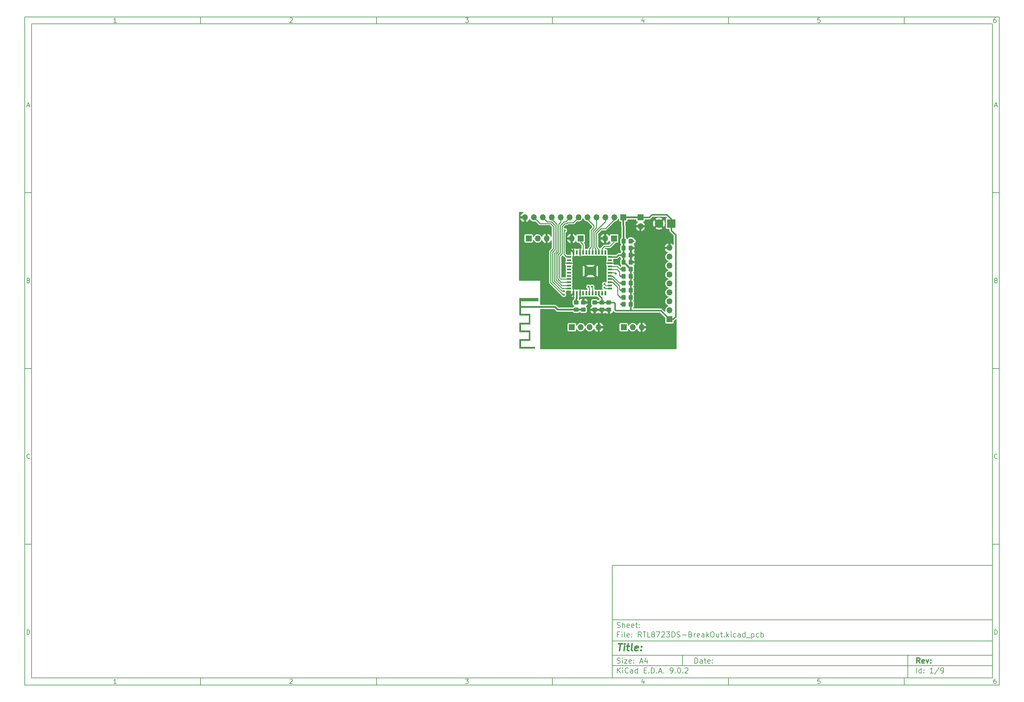
<source format=gtl>
G04 #@! TF.GenerationSoftware,KiCad,Pcbnew,9.0.2*
G04 #@! TF.CreationDate,2025-07-17T00:51:23+08:00*
G04 #@! TF.ProjectId,RTL8723DS-BreakOut,52544c38-3732-4334-9453-2d427265616b,rev?*
G04 #@! TF.SameCoordinates,Original*
G04 #@! TF.FileFunction,Copper,L1,Top*
G04 #@! TF.FilePolarity,Positive*
%FSLAX45Y45*%
G04 Gerber Fmt 4.5, Leading zero omitted, Abs format (unit mm)*
G04 Created by KiCad (PCBNEW 9.0.2) date 2025-07-17 00:51:23*
%MOMM*%
%LPD*%
G01*
G04 APERTURE LIST*
G04 Aperture macros list*
%AMRoundRect*
0 Rectangle with rounded corners*
0 $1 Rounding radius*
0 $2 $3 $4 $5 $6 $7 $8 $9 X,Y pos of 4 corners*
0 Add a 4 corners polygon primitive as box body*
4,1,4,$2,$3,$4,$5,$6,$7,$8,$9,$2,$3,0*
0 Add four circle primitives for the rounded corners*
1,1,$1+$1,$2,$3*
1,1,$1+$1,$4,$5*
1,1,$1+$1,$6,$7*
1,1,$1+$1,$8,$9*
0 Add four rect primitives between the rounded corners*
20,1,$1+$1,$2,$3,$4,$5,0*
20,1,$1+$1,$4,$5,$6,$7,0*
20,1,$1+$1,$6,$7,$8,$9,0*
20,1,$1+$1,$8,$9,$2,$3,0*%
G04 Aperture macros list end*
%ADD10C,0.100000*%
%ADD11C,0.150000*%
%ADD12C,0.300000*%
%ADD13C,0.400000*%
G04 #@! TA.AperFunction,EtchedComponent*
%ADD14C,0.000000*%
G04 #@! TD*
G04 #@! TA.AperFunction,SMDPad,CuDef*
%ADD15RoundRect,0.250000X-0.325000X-0.450000X0.325000X-0.450000X0.325000X0.450000X-0.325000X0.450000X0*%
G04 #@! TD*
G04 #@! TA.AperFunction,SMDPad,CuDef*
%ADD16RoundRect,0.250000X0.450000X-0.325000X0.450000X0.325000X-0.450000X0.325000X-0.450000X-0.325000X0*%
G04 #@! TD*
G04 #@! TA.AperFunction,ConnectorPad*
%ADD17R,0.500000X0.500000*%
G04 #@! TD*
G04 #@! TA.AperFunction,ComponentPad*
%ADD18R,0.500000X0.900000*%
G04 #@! TD*
G04 #@! TA.AperFunction,SMDPad,CuDef*
%ADD19RoundRect,0.250000X0.325000X0.450000X-0.325000X0.450000X-0.325000X-0.450000X0.325000X-0.450000X0*%
G04 #@! TD*
G04 #@! TA.AperFunction,ComponentPad*
%ADD20R,1.700000X1.700000*%
G04 #@! TD*
G04 #@! TA.AperFunction,ComponentPad*
%ADD21O,1.700000X1.700000*%
G04 #@! TD*
G04 #@! TA.AperFunction,SMDPad,CuDef*
%ADD22RoundRect,0.075000X-0.175000X-0.525000X0.175000X-0.525000X0.175000X0.525000X-0.175000X0.525000X0*%
G04 #@! TD*
G04 #@! TA.AperFunction,SMDPad,CuDef*
%ADD23RoundRect,0.075000X-0.525000X-0.175000X0.525000X-0.175000X0.525000X0.175000X-0.525000X0.175000X0*%
G04 #@! TD*
G04 #@! TA.AperFunction,SMDPad,CuDef*
%ADD24R,3.360000X2.440000*%
G04 #@! TD*
G04 #@! TA.AperFunction,SMDPad,CuDef*
%ADD25RoundRect,0.250000X-0.450000X0.325000X-0.450000X-0.325000X0.450000X-0.325000X0.450000X0.325000X0*%
G04 #@! TD*
G04 #@! TA.AperFunction,ComponentPad*
%ADD26R,2.400000X2.400000*%
G04 #@! TD*
G04 #@! TA.AperFunction,ComponentPad*
%ADD27C,2.400000*%
G04 #@! TD*
G04 #@! TA.AperFunction,ViaPad*
%ADD28C,0.600000*%
G04 #@! TD*
G04 #@! TA.AperFunction,Conductor*
%ADD29C,0.300000*%
G04 #@! TD*
G04 #@! TA.AperFunction,Conductor*
%ADD30C,0.500000*%
G04 #@! TD*
G04 #@! TA.AperFunction,Conductor*
%ADD31C,0.400000*%
G04 #@! TD*
G04 #@! TA.AperFunction,Conductor*
%ADD32C,0.250000*%
G04 #@! TD*
G04 APERTURE END LIST*
D10*
D11*
X17700220Y-16600720D02*
X28500220Y-16600720D01*
X28500220Y-19800720D01*
X17700220Y-19800720D01*
X17700220Y-16600720D01*
D10*
D11*
X1000000Y-1000000D02*
X28700220Y-1000000D01*
X28700220Y-20000720D01*
X1000000Y-20000720D01*
X1000000Y-1000000D01*
D10*
D11*
X1200000Y-1200000D02*
X28500220Y-1200000D01*
X28500220Y-19800720D01*
X1200000Y-19800720D01*
X1200000Y-1200000D01*
D10*
D11*
X6000000Y-1200000D02*
X6000000Y-1000000D01*
D10*
D11*
X11000000Y-1200000D02*
X11000000Y-1000000D01*
D10*
D11*
X16000000Y-1200000D02*
X16000000Y-1000000D01*
D10*
D11*
X21000000Y-1200000D02*
X21000000Y-1000000D01*
D10*
D11*
X26000000Y-1200000D02*
X26000000Y-1000000D01*
D10*
D11*
X3608916Y-1159360D02*
X3534630Y-1159360D01*
X3571773Y-1159360D02*
X3571773Y-1029360D01*
X3571773Y-1029360D02*
X3559392Y-1047932D01*
X3559392Y-1047932D02*
X3547011Y-1060313D01*
X3547011Y-1060313D02*
X3534630Y-1066503D01*
D10*
D11*
X8534630Y-1041741D02*
X8540821Y-1035551D01*
X8540821Y-1035551D02*
X8553202Y-1029360D01*
X8553202Y-1029360D02*
X8584154Y-1029360D01*
X8584154Y-1029360D02*
X8596535Y-1035551D01*
X8596535Y-1035551D02*
X8602726Y-1041741D01*
X8602726Y-1041741D02*
X8608916Y-1054122D01*
X8608916Y-1054122D02*
X8608916Y-1066503D01*
X8608916Y-1066503D02*
X8602726Y-1085075D01*
X8602726Y-1085075D02*
X8528440Y-1159360D01*
X8528440Y-1159360D02*
X8608916Y-1159360D01*
D10*
D11*
X13528440Y-1029360D02*
X13608916Y-1029360D01*
X13608916Y-1029360D02*
X13565583Y-1078884D01*
X13565583Y-1078884D02*
X13584154Y-1078884D01*
X13584154Y-1078884D02*
X13596535Y-1085075D01*
X13596535Y-1085075D02*
X13602725Y-1091265D01*
X13602725Y-1091265D02*
X13608916Y-1103646D01*
X13608916Y-1103646D02*
X13608916Y-1134599D01*
X13608916Y-1134599D02*
X13602725Y-1146980D01*
X13602725Y-1146980D02*
X13596535Y-1153170D01*
X13596535Y-1153170D02*
X13584154Y-1159360D01*
X13584154Y-1159360D02*
X13547011Y-1159360D01*
X13547011Y-1159360D02*
X13534630Y-1153170D01*
X13534630Y-1153170D02*
X13528440Y-1146980D01*
D10*
D11*
X18596535Y-1072694D02*
X18596535Y-1159360D01*
X18565583Y-1023170D02*
X18534630Y-1116027D01*
X18534630Y-1116027D02*
X18615106Y-1116027D01*
D10*
D11*
X23602725Y-1029360D02*
X23540821Y-1029360D01*
X23540821Y-1029360D02*
X23534630Y-1091265D01*
X23534630Y-1091265D02*
X23540821Y-1085075D01*
X23540821Y-1085075D02*
X23553202Y-1078884D01*
X23553202Y-1078884D02*
X23584154Y-1078884D01*
X23584154Y-1078884D02*
X23596535Y-1085075D01*
X23596535Y-1085075D02*
X23602725Y-1091265D01*
X23602725Y-1091265D02*
X23608916Y-1103646D01*
X23608916Y-1103646D02*
X23608916Y-1134599D01*
X23608916Y-1134599D02*
X23602725Y-1146980D01*
X23602725Y-1146980D02*
X23596535Y-1153170D01*
X23596535Y-1153170D02*
X23584154Y-1159360D01*
X23584154Y-1159360D02*
X23553202Y-1159360D01*
X23553202Y-1159360D02*
X23540821Y-1153170D01*
X23540821Y-1153170D02*
X23534630Y-1146980D01*
D10*
D11*
X28596535Y-1029360D02*
X28571773Y-1029360D01*
X28571773Y-1029360D02*
X28559392Y-1035551D01*
X28559392Y-1035551D02*
X28553202Y-1041741D01*
X28553202Y-1041741D02*
X28540821Y-1060313D01*
X28540821Y-1060313D02*
X28534630Y-1085075D01*
X28534630Y-1085075D02*
X28534630Y-1134599D01*
X28534630Y-1134599D02*
X28540821Y-1146980D01*
X28540821Y-1146980D02*
X28547011Y-1153170D01*
X28547011Y-1153170D02*
X28559392Y-1159360D01*
X28559392Y-1159360D02*
X28584154Y-1159360D01*
X28584154Y-1159360D02*
X28596535Y-1153170D01*
X28596535Y-1153170D02*
X28602725Y-1146980D01*
X28602725Y-1146980D02*
X28608916Y-1134599D01*
X28608916Y-1134599D02*
X28608916Y-1103646D01*
X28608916Y-1103646D02*
X28602725Y-1091265D01*
X28602725Y-1091265D02*
X28596535Y-1085075D01*
X28596535Y-1085075D02*
X28584154Y-1078884D01*
X28584154Y-1078884D02*
X28559392Y-1078884D01*
X28559392Y-1078884D02*
X28547011Y-1085075D01*
X28547011Y-1085075D02*
X28540821Y-1091265D01*
X28540821Y-1091265D02*
X28534630Y-1103646D01*
D10*
D11*
X6000000Y-19800720D02*
X6000000Y-20000720D01*
D10*
D11*
X11000000Y-19800720D02*
X11000000Y-20000720D01*
D10*
D11*
X16000000Y-19800720D02*
X16000000Y-20000720D01*
D10*
D11*
X21000000Y-19800720D02*
X21000000Y-20000720D01*
D10*
D11*
X26000000Y-19800720D02*
X26000000Y-20000720D01*
D10*
D11*
X3608916Y-19960080D02*
X3534630Y-19960080D01*
X3571773Y-19960080D02*
X3571773Y-19830080D01*
X3571773Y-19830080D02*
X3559392Y-19848652D01*
X3559392Y-19848652D02*
X3547011Y-19861033D01*
X3547011Y-19861033D02*
X3534630Y-19867223D01*
D10*
D11*
X8534630Y-19842461D02*
X8540821Y-19836271D01*
X8540821Y-19836271D02*
X8553202Y-19830080D01*
X8553202Y-19830080D02*
X8584154Y-19830080D01*
X8584154Y-19830080D02*
X8596535Y-19836271D01*
X8596535Y-19836271D02*
X8602726Y-19842461D01*
X8602726Y-19842461D02*
X8608916Y-19854842D01*
X8608916Y-19854842D02*
X8608916Y-19867223D01*
X8608916Y-19867223D02*
X8602726Y-19885795D01*
X8602726Y-19885795D02*
X8528440Y-19960080D01*
X8528440Y-19960080D02*
X8608916Y-19960080D01*
D10*
D11*
X13528440Y-19830080D02*
X13608916Y-19830080D01*
X13608916Y-19830080D02*
X13565583Y-19879604D01*
X13565583Y-19879604D02*
X13584154Y-19879604D01*
X13584154Y-19879604D02*
X13596535Y-19885795D01*
X13596535Y-19885795D02*
X13602725Y-19891985D01*
X13602725Y-19891985D02*
X13608916Y-19904366D01*
X13608916Y-19904366D02*
X13608916Y-19935319D01*
X13608916Y-19935319D02*
X13602725Y-19947700D01*
X13602725Y-19947700D02*
X13596535Y-19953890D01*
X13596535Y-19953890D02*
X13584154Y-19960080D01*
X13584154Y-19960080D02*
X13547011Y-19960080D01*
X13547011Y-19960080D02*
X13534630Y-19953890D01*
X13534630Y-19953890D02*
X13528440Y-19947700D01*
D10*
D11*
X18596535Y-19873414D02*
X18596535Y-19960080D01*
X18565583Y-19823890D02*
X18534630Y-19916747D01*
X18534630Y-19916747D02*
X18615106Y-19916747D01*
D10*
D11*
X23602725Y-19830080D02*
X23540821Y-19830080D01*
X23540821Y-19830080D02*
X23534630Y-19891985D01*
X23534630Y-19891985D02*
X23540821Y-19885795D01*
X23540821Y-19885795D02*
X23553202Y-19879604D01*
X23553202Y-19879604D02*
X23584154Y-19879604D01*
X23584154Y-19879604D02*
X23596535Y-19885795D01*
X23596535Y-19885795D02*
X23602725Y-19891985D01*
X23602725Y-19891985D02*
X23608916Y-19904366D01*
X23608916Y-19904366D02*
X23608916Y-19935319D01*
X23608916Y-19935319D02*
X23602725Y-19947700D01*
X23602725Y-19947700D02*
X23596535Y-19953890D01*
X23596535Y-19953890D02*
X23584154Y-19960080D01*
X23584154Y-19960080D02*
X23553202Y-19960080D01*
X23553202Y-19960080D02*
X23540821Y-19953890D01*
X23540821Y-19953890D02*
X23534630Y-19947700D01*
D10*
D11*
X28596535Y-19830080D02*
X28571773Y-19830080D01*
X28571773Y-19830080D02*
X28559392Y-19836271D01*
X28559392Y-19836271D02*
X28553202Y-19842461D01*
X28553202Y-19842461D02*
X28540821Y-19861033D01*
X28540821Y-19861033D02*
X28534630Y-19885795D01*
X28534630Y-19885795D02*
X28534630Y-19935319D01*
X28534630Y-19935319D02*
X28540821Y-19947700D01*
X28540821Y-19947700D02*
X28547011Y-19953890D01*
X28547011Y-19953890D02*
X28559392Y-19960080D01*
X28559392Y-19960080D02*
X28584154Y-19960080D01*
X28584154Y-19960080D02*
X28596535Y-19953890D01*
X28596535Y-19953890D02*
X28602725Y-19947700D01*
X28602725Y-19947700D02*
X28608916Y-19935319D01*
X28608916Y-19935319D02*
X28608916Y-19904366D01*
X28608916Y-19904366D02*
X28602725Y-19891985D01*
X28602725Y-19891985D02*
X28596535Y-19885795D01*
X28596535Y-19885795D02*
X28584154Y-19879604D01*
X28584154Y-19879604D02*
X28559392Y-19879604D01*
X28559392Y-19879604D02*
X28547011Y-19885795D01*
X28547011Y-19885795D02*
X28540821Y-19891985D01*
X28540821Y-19891985D02*
X28534630Y-19904366D01*
D10*
D11*
X1000000Y-6000000D02*
X1200000Y-6000000D01*
D10*
D11*
X1000000Y-11000000D02*
X1200000Y-11000000D01*
D10*
D11*
X1000000Y-16000000D02*
X1200000Y-16000000D01*
D10*
D11*
X1069048Y-3522218D02*
X1130952Y-3522218D01*
X1056667Y-3559360D02*
X1100000Y-3429360D01*
X1100000Y-3429360D02*
X1143333Y-3559360D01*
D10*
D11*
X1109286Y-8491265D02*
X1127857Y-8497456D01*
X1127857Y-8497456D02*
X1134048Y-8503646D01*
X1134048Y-8503646D02*
X1140238Y-8516027D01*
X1140238Y-8516027D02*
X1140238Y-8534599D01*
X1140238Y-8534599D02*
X1134048Y-8546980D01*
X1134048Y-8546980D02*
X1127857Y-8553170D01*
X1127857Y-8553170D02*
X1115476Y-8559360D01*
X1115476Y-8559360D02*
X1065952Y-8559360D01*
X1065952Y-8559360D02*
X1065952Y-8429360D01*
X1065952Y-8429360D02*
X1109286Y-8429360D01*
X1109286Y-8429360D02*
X1121667Y-8435551D01*
X1121667Y-8435551D02*
X1127857Y-8441741D01*
X1127857Y-8441741D02*
X1134048Y-8454122D01*
X1134048Y-8454122D02*
X1134048Y-8466503D01*
X1134048Y-8466503D02*
X1127857Y-8478884D01*
X1127857Y-8478884D02*
X1121667Y-8485075D01*
X1121667Y-8485075D02*
X1109286Y-8491265D01*
X1109286Y-8491265D02*
X1065952Y-8491265D01*
D10*
D11*
X1140238Y-13546979D02*
X1134048Y-13553170D01*
X1134048Y-13553170D02*
X1115476Y-13559360D01*
X1115476Y-13559360D02*
X1103095Y-13559360D01*
X1103095Y-13559360D02*
X1084524Y-13553170D01*
X1084524Y-13553170D02*
X1072143Y-13540789D01*
X1072143Y-13540789D02*
X1065952Y-13528408D01*
X1065952Y-13528408D02*
X1059762Y-13503646D01*
X1059762Y-13503646D02*
X1059762Y-13485075D01*
X1059762Y-13485075D02*
X1065952Y-13460313D01*
X1065952Y-13460313D02*
X1072143Y-13447932D01*
X1072143Y-13447932D02*
X1084524Y-13435551D01*
X1084524Y-13435551D02*
X1103095Y-13429360D01*
X1103095Y-13429360D02*
X1115476Y-13429360D01*
X1115476Y-13429360D02*
X1134048Y-13435551D01*
X1134048Y-13435551D02*
X1140238Y-13441741D01*
D10*
D11*
X1065952Y-18559360D02*
X1065952Y-18429360D01*
X1065952Y-18429360D02*
X1096905Y-18429360D01*
X1096905Y-18429360D02*
X1115476Y-18435551D01*
X1115476Y-18435551D02*
X1127857Y-18447932D01*
X1127857Y-18447932D02*
X1134048Y-18460313D01*
X1134048Y-18460313D02*
X1140238Y-18485075D01*
X1140238Y-18485075D02*
X1140238Y-18503646D01*
X1140238Y-18503646D02*
X1134048Y-18528408D01*
X1134048Y-18528408D02*
X1127857Y-18540789D01*
X1127857Y-18540789D02*
X1115476Y-18553170D01*
X1115476Y-18553170D02*
X1096905Y-18559360D01*
X1096905Y-18559360D02*
X1065952Y-18559360D01*
D10*
D11*
X28700220Y-6000000D02*
X28500220Y-6000000D01*
D10*
D11*
X28700220Y-11000000D02*
X28500220Y-11000000D01*
D10*
D11*
X28700220Y-16000000D02*
X28500220Y-16000000D01*
D10*
D11*
X28569268Y-3522218D02*
X28631172Y-3522218D01*
X28556887Y-3559360D02*
X28600220Y-3429360D01*
X28600220Y-3429360D02*
X28643553Y-3559360D01*
D10*
D11*
X28609506Y-8491265D02*
X28628077Y-8497456D01*
X28628077Y-8497456D02*
X28634268Y-8503646D01*
X28634268Y-8503646D02*
X28640458Y-8516027D01*
X28640458Y-8516027D02*
X28640458Y-8534599D01*
X28640458Y-8534599D02*
X28634268Y-8546980D01*
X28634268Y-8546980D02*
X28628077Y-8553170D01*
X28628077Y-8553170D02*
X28615696Y-8559360D01*
X28615696Y-8559360D02*
X28566172Y-8559360D01*
X28566172Y-8559360D02*
X28566172Y-8429360D01*
X28566172Y-8429360D02*
X28609506Y-8429360D01*
X28609506Y-8429360D02*
X28621887Y-8435551D01*
X28621887Y-8435551D02*
X28628077Y-8441741D01*
X28628077Y-8441741D02*
X28634268Y-8454122D01*
X28634268Y-8454122D02*
X28634268Y-8466503D01*
X28634268Y-8466503D02*
X28628077Y-8478884D01*
X28628077Y-8478884D02*
X28621887Y-8485075D01*
X28621887Y-8485075D02*
X28609506Y-8491265D01*
X28609506Y-8491265D02*
X28566172Y-8491265D01*
D10*
D11*
X28640458Y-13546979D02*
X28634268Y-13553170D01*
X28634268Y-13553170D02*
X28615696Y-13559360D01*
X28615696Y-13559360D02*
X28603315Y-13559360D01*
X28603315Y-13559360D02*
X28584744Y-13553170D01*
X28584744Y-13553170D02*
X28572363Y-13540789D01*
X28572363Y-13540789D02*
X28566172Y-13528408D01*
X28566172Y-13528408D02*
X28559982Y-13503646D01*
X28559982Y-13503646D02*
X28559982Y-13485075D01*
X28559982Y-13485075D02*
X28566172Y-13460313D01*
X28566172Y-13460313D02*
X28572363Y-13447932D01*
X28572363Y-13447932D02*
X28584744Y-13435551D01*
X28584744Y-13435551D02*
X28603315Y-13429360D01*
X28603315Y-13429360D02*
X28615696Y-13429360D01*
X28615696Y-13429360D02*
X28634268Y-13435551D01*
X28634268Y-13435551D02*
X28640458Y-13441741D01*
D10*
D11*
X28566172Y-18559360D02*
X28566172Y-18429360D01*
X28566172Y-18429360D02*
X28597125Y-18429360D01*
X28597125Y-18429360D02*
X28615696Y-18435551D01*
X28615696Y-18435551D02*
X28628077Y-18447932D01*
X28628077Y-18447932D02*
X28634268Y-18460313D01*
X28634268Y-18460313D02*
X28640458Y-18485075D01*
X28640458Y-18485075D02*
X28640458Y-18503646D01*
X28640458Y-18503646D02*
X28634268Y-18528408D01*
X28634268Y-18528408D02*
X28628077Y-18540789D01*
X28628077Y-18540789D02*
X28615696Y-18553170D01*
X28615696Y-18553170D02*
X28597125Y-18559360D01*
X28597125Y-18559360D02*
X28566172Y-18559360D01*
D10*
D11*
X20045803Y-19379333D02*
X20045803Y-19229333D01*
X20045803Y-19229333D02*
X20081517Y-19229333D01*
X20081517Y-19229333D02*
X20102946Y-19236476D01*
X20102946Y-19236476D02*
X20117231Y-19250761D01*
X20117231Y-19250761D02*
X20124374Y-19265047D01*
X20124374Y-19265047D02*
X20131517Y-19293619D01*
X20131517Y-19293619D02*
X20131517Y-19315047D01*
X20131517Y-19315047D02*
X20124374Y-19343619D01*
X20124374Y-19343619D02*
X20117231Y-19357904D01*
X20117231Y-19357904D02*
X20102946Y-19372190D01*
X20102946Y-19372190D02*
X20081517Y-19379333D01*
X20081517Y-19379333D02*
X20045803Y-19379333D01*
X20260088Y-19379333D02*
X20260088Y-19300761D01*
X20260088Y-19300761D02*
X20252946Y-19286476D01*
X20252946Y-19286476D02*
X20238660Y-19279333D01*
X20238660Y-19279333D02*
X20210088Y-19279333D01*
X20210088Y-19279333D02*
X20195803Y-19286476D01*
X20260088Y-19372190D02*
X20245803Y-19379333D01*
X20245803Y-19379333D02*
X20210088Y-19379333D01*
X20210088Y-19379333D02*
X20195803Y-19372190D01*
X20195803Y-19372190D02*
X20188660Y-19357904D01*
X20188660Y-19357904D02*
X20188660Y-19343619D01*
X20188660Y-19343619D02*
X20195803Y-19329333D01*
X20195803Y-19329333D02*
X20210088Y-19322190D01*
X20210088Y-19322190D02*
X20245803Y-19322190D01*
X20245803Y-19322190D02*
X20260088Y-19315047D01*
X20310088Y-19279333D02*
X20367231Y-19279333D01*
X20331517Y-19229333D02*
X20331517Y-19357904D01*
X20331517Y-19357904D02*
X20338660Y-19372190D01*
X20338660Y-19372190D02*
X20352946Y-19379333D01*
X20352946Y-19379333D02*
X20367231Y-19379333D01*
X20474374Y-19372190D02*
X20460088Y-19379333D01*
X20460088Y-19379333D02*
X20431517Y-19379333D01*
X20431517Y-19379333D02*
X20417231Y-19372190D01*
X20417231Y-19372190D02*
X20410088Y-19357904D01*
X20410088Y-19357904D02*
X20410088Y-19300761D01*
X20410088Y-19300761D02*
X20417231Y-19286476D01*
X20417231Y-19286476D02*
X20431517Y-19279333D01*
X20431517Y-19279333D02*
X20460088Y-19279333D01*
X20460088Y-19279333D02*
X20474374Y-19286476D01*
X20474374Y-19286476D02*
X20481517Y-19300761D01*
X20481517Y-19300761D02*
X20481517Y-19315047D01*
X20481517Y-19315047D02*
X20410088Y-19329333D01*
X20545803Y-19365047D02*
X20552946Y-19372190D01*
X20552946Y-19372190D02*
X20545803Y-19379333D01*
X20545803Y-19379333D02*
X20538660Y-19372190D01*
X20538660Y-19372190D02*
X20545803Y-19365047D01*
X20545803Y-19365047D02*
X20545803Y-19379333D01*
X20545803Y-19286476D02*
X20552946Y-19293619D01*
X20552946Y-19293619D02*
X20545803Y-19300761D01*
X20545803Y-19300761D02*
X20538660Y-19293619D01*
X20538660Y-19293619D02*
X20545803Y-19286476D01*
X20545803Y-19286476D02*
X20545803Y-19300761D01*
D10*
D11*
X17700220Y-19450720D02*
X28500220Y-19450720D01*
D10*
D11*
X17845803Y-19659333D02*
X17845803Y-19509333D01*
X17931517Y-19659333D02*
X17867231Y-19573619D01*
X17931517Y-19509333D02*
X17845803Y-19595047D01*
X17995803Y-19659333D02*
X17995803Y-19559333D01*
X17995803Y-19509333D02*
X17988660Y-19516476D01*
X17988660Y-19516476D02*
X17995803Y-19523619D01*
X17995803Y-19523619D02*
X18002946Y-19516476D01*
X18002946Y-19516476D02*
X17995803Y-19509333D01*
X17995803Y-19509333D02*
X17995803Y-19523619D01*
X18152946Y-19645047D02*
X18145803Y-19652190D01*
X18145803Y-19652190D02*
X18124374Y-19659333D01*
X18124374Y-19659333D02*
X18110088Y-19659333D01*
X18110088Y-19659333D02*
X18088660Y-19652190D01*
X18088660Y-19652190D02*
X18074374Y-19637904D01*
X18074374Y-19637904D02*
X18067231Y-19623619D01*
X18067231Y-19623619D02*
X18060088Y-19595047D01*
X18060088Y-19595047D02*
X18060088Y-19573619D01*
X18060088Y-19573619D02*
X18067231Y-19545047D01*
X18067231Y-19545047D02*
X18074374Y-19530761D01*
X18074374Y-19530761D02*
X18088660Y-19516476D01*
X18088660Y-19516476D02*
X18110088Y-19509333D01*
X18110088Y-19509333D02*
X18124374Y-19509333D01*
X18124374Y-19509333D02*
X18145803Y-19516476D01*
X18145803Y-19516476D02*
X18152946Y-19523619D01*
X18281517Y-19659333D02*
X18281517Y-19580761D01*
X18281517Y-19580761D02*
X18274374Y-19566476D01*
X18274374Y-19566476D02*
X18260088Y-19559333D01*
X18260088Y-19559333D02*
X18231517Y-19559333D01*
X18231517Y-19559333D02*
X18217231Y-19566476D01*
X18281517Y-19652190D02*
X18267231Y-19659333D01*
X18267231Y-19659333D02*
X18231517Y-19659333D01*
X18231517Y-19659333D02*
X18217231Y-19652190D01*
X18217231Y-19652190D02*
X18210088Y-19637904D01*
X18210088Y-19637904D02*
X18210088Y-19623619D01*
X18210088Y-19623619D02*
X18217231Y-19609333D01*
X18217231Y-19609333D02*
X18231517Y-19602190D01*
X18231517Y-19602190D02*
X18267231Y-19602190D01*
X18267231Y-19602190D02*
X18281517Y-19595047D01*
X18417231Y-19659333D02*
X18417231Y-19509333D01*
X18417231Y-19652190D02*
X18402946Y-19659333D01*
X18402946Y-19659333D02*
X18374374Y-19659333D01*
X18374374Y-19659333D02*
X18360088Y-19652190D01*
X18360088Y-19652190D02*
X18352946Y-19645047D01*
X18352946Y-19645047D02*
X18345803Y-19630761D01*
X18345803Y-19630761D02*
X18345803Y-19587904D01*
X18345803Y-19587904D02*
X18352946Y-19573619D01*
X18352946Y-19573619D02*
X18360088Y-19566476D01*
X18360088Y-19566476D02*
X18374374Y-19559333D01*
X18374374Y-19559333D02*
X18402946Y-19559333D01*
X18402946Y-19559333D02*
X18417231Y-19566476D01*
X18602946Y-19580761D02*
X18652946Y-19580761D01*
X18674374Y-19659333D02*
X18602946Y-19659333D01*
X18602946Y-19659333D02*
X18602946Y-19509333D01*
X18602946Y-19509333D02*
X18674374Y-19509333D01*
X18738660Y-19645047D02*
X18745803Y-19652190D01*
X18745803Y-19652190D02*
X18738660Y-19659333D01*
X18738660Y-19659333D02*
X18731517Y-19652190D01*
X18731517Y-19652190D02*
X18738660Y-19645047D01*
X18738660Y-19645047D02*
X18738660Y-19659333D01*
X18810088Y-19659333D02*
X18810088Y-19509333D01*
X18810088Y-19509333D02*
X18845803Y-19509333D01*
X18845803Y-19509333D02*
X18867231Y-19516476D01*
X18867231Y-19516476D02*
X18881517Y-19530761D01*
X18881517Y-19530761D02*
X18888660Y-19545047D01*
X18888660Y-19545047D02*
X18895803Y-19573619D01*
X18895803Y-19573619D02*
X18895803Y-19595047D01*
X18895803Y-19595047D02*
X18888660Y-19623619D01*
X18888660Y-19623619D02*
X18881517Y-19637904D01*
X18881517Y-19637904D02*
X18867231Y-19652190D01*
X18867231Y-19652190D02*
X18845803Y-19659333D01*
X18845803Y-19659333D02*
X18810088Y-19659333D01*
X18960088Y-19645047D02*
X18967231Y-19652190D01*
X18967231Y-19652190D02*
X18960088Y-19659333D01*
X18960088Y-19659333D02*
X18952946Y-19652190D01*
X18952946Y-19652190D02*
X18960088Y-19645047D01*
X18960088Y-19645047D02*
X18960088Y-19659333D01*
X19024374Y-19616476D02*
X19095803Y-19616476D01*
X19010089Y-19659333D02*
X19060089Y-19509333D01*
X19060089Y-19509333D02*
X19110089Y-19659333D01*
X19160088Y-19645047D02*
X19167231Y-19652190D01*
X19167231Y-19652190D02*
X19160088Y-19659333D01*
X19160088Y-19659333D02*
X19152946Y-19652190D01*
X19152946Y-19652190D02*
X19160088Y-19645047D01*
X19160088Y-19645047D02*
X19160088Y-19659333D01*
X19352946Y-19659333D02*
X19381517Y-19659333D01*
X19381517Y-19659333D02*
X19395803Y-19652190D01*
X19395803Y-19652190D02*
X19402946Y-19645047D01*
X19402946Y-19645047D02*
X19417231Y-19623619D01*
X19417231Y-19623619D02*
X19424374Y-19595047D01*
X19424374Y-19595047D02*
X19424374Y-19537904D01*
X19424374Y-19537904D02*
X19417231Y-19523619D01*
X19417231Y-19523619D02*
X19410089Y-19516476D01*
X19410089Y-19516476D02*
X19395803Y-19509333D01*
X19395803Y-19509333D02*
X19367231Y-19509333D01*
X19367231Y-19509333D02*
X19352946Y-19516476D01*
X19352946Y-19516476D02*
X19345803Y-19523619D01*
X19345803Y-19523619D02*
X19338660Y-19537904D01*
X19338660Y-19537904D02*
X19338660Y-19573619D01*
X19338660Y-19573619D02*
X19345803Y-19587904D01*
X19345803Y-19587904D02*
X19352946Y-19595047D01*
X19352946Y-19595047D02*
X19367231Y-19602190D01*
X19367231Y-19602190D02*
X19395803Y-19602190D01*
X19395803Y-19602190D02*
X19410089Y-19595047D01*
X19410089Y-19595047D02*
X19417231Y-19587904D01*
X19417231Y-19587904D02*
X19424374Y-19573619D01*
X19488660Y-19645047D02*
X19495803Y-19652190D01*
X19495803Y-19652190D02*
X19488660Y-19659333D01*
X19488660Y-19659333D02*
X19481517Y-19652190D01*
X19481517Y-19652190D02*
X19488660Y-19645047D01*
X19488660Y-19645047D02*
X19488660Y-19659333D01*
X19588660Y-19509333D02*
X19602946Y-19509333D01*
X19602946Y-19509333D02*
X19617231Y-19516476D01*
X19617231Y-19516476D02*
X19624374Y-19523619D01*
X19624374Y-19523619D02*
X19631517Y-19537904D01*
X19631517Y-19537904D02*
X19638660Y-19566476D01*
X19638660Y-19566476D02*
X19638660Y-19602190D01*
X19638660Y-19602190D02*
X19631517Y-19630761D01*
X19631517Y-19630761D02*
X19624374Y-19645047D01*
X19624374Y-19645047D02*
X19617231Y-19652190D01*
X19617231Y-19652190D02*
X19602946Y-19659333D01*
X19602946Y-19659333D02*
X19588660Y-19659333D01*
X19588660Y-19659333D02*
X19574374Y-19652190D01*
X19574374Y-19652190D02*
X19567231Y-19645047D01*
X19567231Y-19645047D02*
X19560088Y-19630761D01*
X19560088Y-19630761D02*
X19552946Y-19602190D01*
X19552946Y-19602190D02*
X19552946Y-19566476D01*
X19552946Y-19566476D02*
X19560088Y-19537904D01*
X19560088Y-19537904D02*
X19567231Y-19523619D01*
X19567231Y-19523619D02*
X19574374Y-19516476D01*
X19574374Y-19516476D02*
X19588660Y-19509333D01*
X19702946Y-19645047D02*
X19710088Y-19652190D01*
X19710088Y-19652190D02*
X19702946Y-19659333D01*
X19702946Y-19659333D02*
X19695803Y-19652190D01*
X19695803Y-19652190D02*
X19702946Y-19645047D01*
X19702946Y-19645047D02*
X19702946Y-19659333D01*
X19767231Y-19523619D02*
X19774374Y-19516476D01*
X19774374Y-19516476D02*
X19788660Y-19509333D01*
X19788660Y-19509333D02*
X19824374Y-19509333D01*
X19824374Y-19509333D02*
X19838660Y-19516476D01*
X19838660Y-19516476D02*
X19845803Y-19523619D01*
X19845803Y-19523619D02*
X19852946Y-19537904D01*
X19852946Y-19537904D02*
X19852946Y-19552190D01*
X19852946Y-19552190D02*
X19845803Y-19573619D01*
X19845803Y-19573619D02*
X19760088Y-19659333D01*
X19760088Y-19659333D02*
X19852946Y-19659333D01*
D10*
D11*
X17700220Y-19150720D02*
X28500220Y-19150720D01*
D10*
D12*
X26441385Y-19378553D02*
X26391385Y-19307124D01*
X26355671Y-19378553D02*
X26355671Y-19228553D01*
X26355671Y-19228553D02*
X26412814Y-19228553D01*
X26412814Y-19228553D02*
X26427100Y-19235696D01*
X26427100Y-19235696D02*
X26434242Y-19242839D01*
X26434242Y-19242839D02*
X26441385Y-19257124D01*
X26441385Y-19257124D02*
X26441385Y-19278553D01*
X26441385Y-19278553D02*
X26434242Y-19292839D01*
X26434242Y-19292839D02*
X26427100Y-19299981D01*
X26427100Y-19299981D02*
X26412814Y-19307124D01*
X26412814Y-19307124D02*
X26355671Y-19307124D01*
X26562814Y-19371410D02*
X26548528Y-19378553D01*
X26548528Y-19378553D02*
X26519957Y-19378553D01*
X26519957Y-19378553D02*
X26505671Y-19371410D01*
X26505671Y-19371410D02*
X26498528Y-19357124D01*
X26498528Y-19357124D02*
X26498528Y-19299981D01*
X26498528Y-19299981D02*
X26505671Y-19285696D01*
X26505671Y-19285696D02*
X26519957Y-19278553D01*
X26519957Y-19278553D02*
X26548528Y-19278553D01*
X26548528Y-19278553D02*
X26562814Y-19285696D01*
X26562814Y-19285696D02*
X26569957Y-19299981D01*
X26569957Y-19299981D02*
X26569957Y-19314267D01*
X26569957Y-19314267D02*
X26498528Y-19328553D01*
X26619957Y-19278553D02*
X26655671Y-19378553D01*
X26655671Y-19378553D02*
X26691385Y-19278553D01*
X26748528Y-19364267D02*
X26755671Y-19371410D01*
X26755671Y-19371410D02*
X26748528Y-19378553D01*
X26748528Y-19378553D02*
X26741385Y-19371410D01*
X26741385Y-19371410D02*
X26748528Y-19364267D01*
X26748528Y-19364267D02*
X26748528Y-19378553D01*
X26748528Y-19285696D02*
X26755671Y-19292839D01*
X26755671Y-19292839D02*
X26748528Y-19299981D01*
X26748528Y-19299981D02*
X26741385Y-19292839D01*
X26741385Y-19292839D02*
X26748528Y-19285696D01*
X26748528Y-19285696D02*
X26748528Y-19299981D01*
D10*
D11*
X17838660Y-19372190D02*
X17860088Y-19379333D01*
X17860088Y-19379333D02*
X17895803Y-19379333D01*
X17895803Y-19379333D02*
X17910088Y-19372190D01*
X17910088Y-19372190D02*
X17917231Y-19365047D01*
X17917231Y-19365047D02*
X17924374Y-19350761D01*
X17924374Y-19350761D02*
X17924374Y-19336476D01*
X17924374Y-19336476D02*
X17917231Y-19322190D01*
X17917231Y-19322190D02*
X17910088Y-19315047D01*
X17910088Y-19315047D02*
X17895803Y-19307904D01*
X17895803Y-19307904D02*
X17867231Y-19300761D01*
X17867231Y-19300761D02*
X17852946Y-19293619D01*
X17852946Y-19293619D02*
X17845803Y-19286476D01*
X17845803Y-19286476D02*
X17838660Y-19272190D01*
X17838660Y-19272190D02*
X17838660Y-19257904D01*
X17838660Y-19257904D02*
X17845803Y-19243619D01*
X17845803Y-19243619D02*
X17852946Y-19236476D01*
X17852946Y-19236476D02*
X17867231Y-19229333D01*
X17867231Y-19229333D02*
X17902946Y-19229333D01*
X17902946Y-19229333D02*
X17924374Y-19236476D01*
X17988660Y-19379333D02*
X17988660Y-19279333D01*
X17988660Y-19229333D02*
X17981517Y-19236476D01*
X17981517Y-19236476D02*
X17988660Y-19243619D01*
X17988660Y-19243619D02*
X17995803Y-19236476D01*
X17995803Y-19236476D02*
X17988660Y-19229333D01*
X17988660Y-19229333D02*
X17988660Y-19243619D01*
X18045803Y-19279333D02*
X18124374Y-19279333D01*
X18124374Y-19279333D02*
X18045803Y-19379333D01*
X18045803Y-19379333D02*
X18124374Y-19379333D01*
X18238660Y-19372190D02*
X18224374Y-19379333D01*
X18224374Y-19379333D02*
X18195803Y-19379333D01*
X18195803Y-19379333D02*
X18181517Y-19372190D01*
X18181517Y-19372190D02*
X18174374Y-19357904D01*
X18174374Y-19357904D02*
X18174374Y-19300761D01*
X18174374Y-19300761D02*
X18181517Y-19286476D01*
X18181517Y-19286476D02*
X18195803Y-19279333D01*
X18195803Y-19279333D02*
X18224374Y-19279333D01*
X18224374Y-19279333D02*
X18238660Y-19286476D01*
X18238660Y-19286476D02*
X18245803Y-19300761D01*
X18245803Y-19300761D02*
X18245803Y-19315047D01*
X18245803Y-19315047D02*
X18174374Y-19329333D01*
X18310088Y-19365047D02*
X18317231Y-19372190D01*
X18317231Y-19372190D02*
X18310088Y-19379333D01*
X18310088Y-19379333D02*
X18302946Y-19372190D01*
X18302946Y-19372190D02*
X18310088Y-19365047D01*
X18310088Y-19365047D02*
X18310088Y-19379333D01*
X18310088Y-19286476D02*
X18317231Y-19293619D01*
X18317231Y-19293619D02*
X18310088Y-19300761D01*
X18310088Y-19300761D02*
X18302946Y-19293619D01*
X18302946Y-19293619D02*
X18310088Y-19286476D01*
X18310088Y-19286476D02*
X18310088Y-19300761D01*
X18488660Y-19336476D02*
X18560088Y-19336476D01*
X18474374Y-19379333D02*
X18524374Y-19229333D01*
X18524374Y-19229333D02*
X18574374Y-19379333D01*
X18688660Y-19279333D02*
X18688660Y-19379333D01*
X18652946Y-19222190D02*
X18617231Y-19329333D01*
X18617231Y-19329333D02*
X18710088Y-19329333D01*
D10*
D11*
X26345803Y-19659333D02*
X26345803Y-19509333D01*
X26481517Y-19659333D02*
X26481517Y-19509333D01*
X26481517Y-19652190D02*
X26467231Y-19659333D01*
X26467231Y-19659333D02*
X26438660Y-19659333D01*
X26438660Y-19659333D02*
X26424374Y-19652190D01*
X26424374Y-19652190D02*
X26417231Y-19645047D01*
X26417231Y-19645047D02*
X26410088Y-19630761D01*
X26410088Y-19630761D02*
X26410088Y-19587904D01*
X26410088Y-19587904D02*
X26417231Y-19573619D01*
X26417231Y-19573619D02*
X26424374Y-19566476D01*
X26424374Y-19566476D02*
X26438660Y-19559333D01*
X26438660Y-19559333D02*
X26467231Y-19559333D01*
X26467231Y-19559333D02*
X26481517Y-19566476D01*
X26552945Y-19645047D02*
X26560088Y-19652190D01*
X26560088Y-19652190D02*
X26552945Y-19659333D01*
X26552945Y-19659333D02*
X26545803Y-19652190D01*
X26545803Y-19652190D02*
X26552945Y-19645047D01*
X26552945Y-19645047D02*
X26552945Y-19659333D01*
X26552945Y-19566476D02*
X26560088Y-19573619D01*
X26560088Y-19573619D02*
X26552945Y-19580761D01*
X26552945Y-19580761D02*
X26545803Y-19573619D01*
X26545803Y-19573619D02*
X26552945Y-19566476D01*
X26552945Y-19566476D02*
X26552945Y-19580761D01*
X26817231Y-19659333D02*
X26731517Y-19659333D01*
X26774374Y-19659333D02*
X26774374Y-19509333D01*
X26774374Y-19509333D02*
X26760088Y-19530761D01*
X26760088Y-19530761D02*
X26745803Y-19545047D01*
X26745803Y-19545047D02*
X26731517Y-19552190D01*
X26988660Y-19502190D02*
X26860088Y-19695047D01*
X27045803Y-19659333D02*
X27074374Y-19659333D01*
X27074374Y-19659333D02*
X27088660Y-19652190D01*
X27088660Y-19652190D02*
X27095803Y-19645047D01*
X27095803Y-19645047D02*
X27110088Y-19623619D01*
X27110088Y-19623619D02*
X27117231Y-19595047D01*
X27117231Y-19595047D02*
X27117231Y-19537904D01*
X27117231Y-19537904D02*
X27110088Y-19523619D01*
X27110088Y-19523619D02*
X27102946Y-19516476D01*
X27102946Y-19516476D02*
X27088660Y-19509333D01*
X27088660Y-19509333D02*
X27060088Y-19509333D01*
X27060088Y-19509333D02*
X27045803Y-19516476D01*
X27045803Y-19516476D02*
X27038660Y-19523619D01*
X27038660Y-19523619D02*
X27031517Y-19537904D01*
X27031517Y-19537904D02*
X27031517Y-19573619D01*
X27031517Y-19573619D02*
X27038660Y-19587904D01*
X27038660Y-19587904D02*
X27045803Y-19595047D01*
X27045803Y-19595047D02*
X27060088Y-19602190D01*
X27060088Y-19602190D02*
X27088660Y-19602190D01*
X27088660Y-19602190D02*
X27102946Y-19595047D01*
X27102946Y-19595047D02*
X27110088Y-19587904D01*
X27110088Y-19587904D02*
X27117231Y-19573619D01*
D10*
D11*
X17700220Y-18750720D02*
X28500220Y-18750720D01*
D10*
D13*
X17869393Y-18821164D02*
X17983679Y-18821164D01*
X17901536Y-19021164D02*
X17926536Y-18821164D01*
X18025345Y-19021164D02*
X18042012Y-18887830D01*
X18050345Y-18821164D02*
X18039631Y-18830688D01*
X18039631Y-18830688D02*
X18047964Y-18840211D01*
X18047964Y-18840211D02*
X18058679Y-18830688D01*
X18058679Y-18830688D02*
X18050345Y-18821164D01*
X18050345Y-18821164D02*
X18047964Y-18840211D01*
X18108679Y-18887830D02*
X18184869Y-18887830D01*
X18145583Y-18821164D02*
X18124155Y-18992592D01*
X18124155Y-18992592D02*
X18131298Y-19011640D01*
X18131298Y-19011640D02*
X18149155Y-19021164D01*
X18149155Y-19021164D02*
X18168202Y-19021164D01*
X18263441Y-19021164D02*
X18245583Y-19011640D01*
X18245583Y-19011640D02*
X18238441Y-18992592D01*
X18238441Y-18992592D02*
X18259869Y-18821164D01*
X18417012Y-19011640D02*
X18396774Y-19021164D01*
X18396774Y-19021164D02*
X18358679Y-19021164D01*
X18358679Y-19021164D02*
X18340821Y-19011640D01*
X18340821Y-19011640D02*
X18333679Y-18992592D01*
X18333679Y-18992592D02*
X18343202Y-18916402D01*
X18343202Y-18916402D02*
X18355107Y-18897354D01*
X18355107Y-18897354D02*
X18375345Y-18887830D01*
X18375345Y-18887830D02*
X18413440Y-18887830D01*
X18413440Y-18887830D02*
X18431298Y-18897354D01*
X18431298Y-18897354D02*
X18438440Y-18916402D01*
X18438440Y-18916402D02*
X18436060Y-18935450D01*
X18436060Y-18935450D02*
X18338440Y-18954497D01*
X18513441Y-19002116D02*
X18521774Y-19011640D01*
X18521774Y-19011640D02*
X18511060Y-19021164D01*
X18511060Y-19021164D02*
X18502726Y-19011640D01*
X18502726Y-19011640D02*
X18513441Y-19002116D01*
X18513441Y-19002116D02*
X18511060Y-19021164D01*
X18526536Y-18897354D02*
X18534869Y-18906878D01*
X18534869Y-18906878D02*
X18524155Y-18916402D01*
X18524155Y-18916402D02*
X18515821Y-18906878D01*
X18515821Y-18906878D02*
X18526536Y-18897354D01*
X18526536Y-18897354D02*
X18524155Y-18916402D01*
D10*
D11*
X17895803Y-18560761D02*
X17845803Y-18560761D01*
X17845803Y-18639333D02*
X17845803Y-18489333D01*
X17845803Y-18489333D02*
X17917231Y-18489333D01*
X17974374Y-18639333D02*
X17974374Y-18539333D01*
X17974374Y-18489333D02*
X17967231Y-18496476D01*
X17967231Y-18496476D02*
X17974374Y-18503619D01*
X17974374Y-18503619D02*
X17981517Y-18496476D01*
X17981517Y-18496476D02*
X17974374Y-18489333D01*
X17974374Y-18489333D02*
X17974374Y-18503619D01*
X18067231Y-18639333D02*
X18052946Y-18632190D01*
X18052946Y-18632190D02*
X18045803Y-18617904D01*
X18045803Y-18617904D02*
X18045803Y-18489333D01*
X18181517Y-18632190D02*
X18167231Y-18639333D01*
X18167231Y-18639333D02*
X18138660Y-18639333D01*
X18138660Y-18639333D02*
X18124374Y-18632190D01*
X18124374Y-18632190D02*
X18117231Y-18617904D01*
X18117231Y-18617904D02*
X18117231Y-18560761D01*
X18117231Y-18560761D02*
X18124374Y-18546476D01*
X18124374Y-18546476D02*
X18138660Y-18539333D01*
X18138660Y-18539333D02*
X18167231Y-18539333D01*
X18167231Y-18539333D02*
X18181517Y-18546476D01*
X18181517Y-18546476D02*
X18188660Y-18560761D01*
X18188660Y-18560761D02*
X18188660Y-18575047D01*
X18188660Y-18575047D02*
X18117231Y-18589333D01*
X18252945Y-18625047D02*
X18260088Y-18632190D01*
X18260088Y-18632190D02*
X18252945Y-18639333D01*
X18252945Y-18639333D02*
X18245803Y-18632190D01*
X18245803Y-18632190D02*
X18252945Y-18625047D01*
X18252945Y-18625047D02*
X18252945Y-18639333D01*
X18252945Y-18546476D02*
X18260088Y-18553619D01*
X18260088Y-18553619D02*
X18252945Y-18560761D01*
X18252945Y-18560761D02*
X18245803Y-18553619D01*
X18245803Y-18553619D02*
X18252945Y-18546476D01*
X18252945Y-18546476D02*
X18252945Y-18560761D01*
X18524374Y-18639333D02*
X18474374Y-18567904D01*
X18438660Y-18639333D02*
X18438660Y-18489333D01*
X18438660Y-18489333D02*
X18495803Y-18489333D01*
X18495803Y-18489333D02*
X18510088Y-18496476D01*
X18510088Y-18496476D02*
X18517231Y-18503619D01*
X18517231Y-18503619D02*
X18524374Y-18517904D01*
X18524374Y-18517904D02*
X18524374Y-18539333D01*
X18524374Y-18539333D02*
X18517231Y-18553619D01*
X18517231Y-18553619D02*
X18510088Y-18560761D01*
X18510088Y-18560761D02*
X18495803Y-18567904D01*
X18495803Y-18567904D02*
X18438660Y-18567904D01*
X18567231Y-18489333D02*
X18652946Y-18489333D01*
X18610088Y-18639333D02*
X18610088Y-18489333D01*
X18774374Y-18639333D02*
X18702945Y-18639333D01*
X18702945Y-18639333D02*
X18702945Y-18489333D01*
X18845803Y-18553619D02*
X18831517Y-18546476D01*
X18831517Y-18546476D02*
X18824374Y-18539333D01*
X18824374Y-18539333D02*
X18817231Y-18525047D01*
X18817231Y-18525047D02*
X18817231Y-18517904D01*
X18817231Y-18517904D02*
X18824374Y-18503619D01*
X18824374Y-18503619D02*
X18831517Y-18496476D01*
X18831517Y-18496476D02*
X18845803Y-18489333D01*
X18845803Y-18489333D02*
X18874374Y-18489333D01*
X18874374Y-18489333D02*
X18888660Y-18496476D01*
X18888660Y-18496476D02*
X18895803Y-18503619D01*
X18895803Y-18503619D02*
X18902946Y-18517904D01*
X18902946Y-18517904D02*
X18902946Y-18525047D01*
X18902946Y-18525047D02*
X18895803Y-18539333D01*
X18895803Y-18539333D02*
X18888660Y-18546476D01*
X18888660Y-18546476D02*
X18874374Y-18553619D01*
X18874374Y-18553619D02*
X18845803Y-18553619D01*
X18845803Y-18553619D02*
X18831517Y-18560761D01*
X18831517Y-18560761D02*
X18824374Y-18567904D01*
X18824374Y-18567904D02*
X18817231Y-18582190D01*
X18817231Y-18582190D02*
X18817231Y-18610761D01*
X18817231Y-18610761D02*
X18824374Y-18625047D01*
X18824374Y-18625047D02*
X18831517Y-18632190D01*
X18831517Y-18632190D02*
X18845803Y-18639333D01*
X18845803Y-18639333D02*
X18874374Y-18639333D01*
X18874374Y-18639333D02*
X18888660Y-18632190D01*
X18888660Y-18632190D02*
X18895803Y-18625047D01*
X18895803Y-18625047D02*
X18902946Y-18610761D01*
X18902946Y-18610761D02*
X18902946Y-18582190D01*
X18902946Y-18582190D02*
X18895803Y-18567904D01*
X18895803Y-18567904D02*
X18888660Y-18560761D01*
X18888660Y-18560761D02*
X18874374Y-18553619D01*
X18952945Y-18489333D02*
X19052945Y-18489333D01*
X19052945Y-18489333D02*
X18988660Y-18639333D01*
X19102945Y-18503619D02*
X19110088Y-18496476D01*
X19110088Y-18496476D02*
X19124374Y-18489333D01*
X19124374Y-18489333D02*
X19160088Y-18489333D01*
X19160088Y-18489333D02*
X19174374Y-18496476D01*
X19174374Y-18496476D02*
X19181517Y-18503619D01*
X19181517Y-18503619D02*
X19188660Y-18517904D01*
X19188660Y-18517904D02*
X19188660Y-18532190D01*
X19188660Y-18532190D02*
X19181517Y-18553619D01*
X19181517Y-18553619D02*
X19095803Y-18639333D01*
X19095803Y-18639333D02*
X19188660Y-18639333D01*
X19238660Y-18489333D02*
X19331517Y-18489333D01*
X19331517Y-18489333D02*
X19281517Y-18546476D01*
X19281517Y-18546476D02*
X19302945Y-18546476D01*
X19302945Y-18546476D02*
X19317231Y-18553619D01*
X19317231Y-18553619D02*
X19324374Y-18560761D01*
X19324374Y-18560761D02*
X19331517Y-18575047D01*
X19331517Y-18575047D02*
X19331517Y-18610761D01*
X19331517Y-18610761D02*
X19324374Y-18625047D01*
X19324374Y-18625047D02*
X19317231Y-18632190D01*
X19317231Y-18632190D02*
X19302945Y-18639333D01*
X19302945Y-18639333D02*
X19260088Y-18639333D01*
X19260088Y-18639333D02*
X19245803Y-18632190D01*
X19245803Y-18632190D02*
X19238660Y-18625047D01*
X19395802Y-18639333D02*
X19395802Y-18489333D01*
X19395802Y-18489333D02*
X19431517Y-18489333D01*
X19431517Y-18489333D02*
X19452945Y-18496476D01*
X19452945Y-18496476D02*
X19467231Y-18510761D01*
X19467231Y-18510761D02*
X19474374Y-18525047D01*
X19474374Y-18525047D02*
X19481517Y-18553619D01*
X19481517Y-18553619D02*
X19481517Y-18575047D01*
X19481517Y-18575047D02*
X19474374Y-18603619D01*
X19474374Y-18603619D02*
X19467231Y-18617904D01*
X19467231Y-18617904D02*
X19452945Y-18632190D01*
X19452945Y-18632190D02*
X19431517Y-18639333D01*
X19431517Y-18639333D02*
X19395802Y-18639333D01*
X19538660Y-18632190D02*
X19560088Y-18639333D01*
X19560088Y-18639333D02*
X19595802Y-18639333D01*
X19595802Y-18639333D02*
X19610088Y-18632190D01*
X19610088Y-18632190D02*
X19617231Y-18625047D01*
X19617231Y-18625047D02*
X19624374Y-18610761D01*
X19624374Y-18610761D02*
X19624374Y-18596476D01*
X19624374Y-18596476D02*
X19617231Y-18582190D01*
X19617231Y-18582190D02*
X19610088Y-18575047D01*
X19610088Y-18575047D02*
X19595802Y-18567904D01*
X19595802Y-18567904D02*
X19567231Y-18560761D01*
X19567231Y-18560761D02*
X19552945Y-18553619D01*
X19552945Y-18553619D02*
X19545802Y-18546476D01*
X19545802Y-18546476D02*
X19538660Y-18532190D01*
X19538660Y-18532190D02*
X19538660Y-18517904D01*
X19538660Y-18517904D02*
X19545802Y-18503619D01*
X19545802Y-18503619D02*
X19552945Y-18496476D01*
X19552945Y-18496476D02*
X19567231Y-18489333D01*
X19567231Y-18489333D02*
X19602945Y-18489333D01*
X19602945Y-18489333D02*
X19624374Y-18496476D01*
X19688660Y-18582190D02*
X19802945Y-18582190D01*
X19924374Y-18560761D02*
X19945802Y-18567904D01*
X19945802Y-18567904D02*
X19952945Y-18575047D01*
X19952945Y-18575047D02*
X19960088Y-18589333D01*
X19960088Y-18589333D02*
X19960088Y-18610761D01*
X19960088Y-18610761D02*
X19952945Y-18625047D01*
X19952945Y-18625047D02*
X19945802Y-18632190D01*
X19945802Y-18632190D02*
X19931517Y-18639333D01*
X19931517Y-18639333D02*
X19874374Y-18639333D01*
X19874374Y-18639333D02*
X19874374Y-18489333D01*
X19874374Y-18489333D02*
X19924374Y-18489333D01*
X19924374Y-18489333D02*
X19938660Y-18496476D01*
X19938660Y-18496476D02*
X19945802Y-18503619D01*
X19945802Y-18503619D02*
X19952945Y-18517904D01*
X19952945Y-18517904D02*
X19952945Y-18532190D01*
X19952945Y-18532190D02*
X19945802Y-18546476D01*
X19945802Y-18546476D02*
X19938660Y-18553619D01*
X19938660Y-18553619D02*
X19924374Y-18560761D01*
X19924374Y-18560761D02*
X19874374Y-18560761D01*
X20024374Y-18639333D02*
X20024374Y-18539333D01*
X20024374Y-18567904D02*
X20031517Y-18553619D01*
X20031517Y-18553619D02*
X20038660Y-18546476D01*
X20038660Y-18546476D02*
X20052945Y-18539333D01*
X20052945Y-18539333D02*
X20067231Y-18539333D01*
X20174374Y-18632190D02*
X20160088Y-18639333D01*
X20160088Y-18639333D02*
X20131517Y-18639333D01*
X20131517Y-18639333D02*
X20117231Y-18632190D01*
X20117231Y-18632190D02*
X20110088Y-18617904D01*
X20110088Y-18617904D02*
X20110088Y-18560761D01*
X20110088Y-18560761D02*
X20117231Y-18546476D01*
X20117231Y-18546476D02*
X20131517Y-18539333D01*
X20131517Y-18539333D02*
X20160088Y-18539333D01*
X20160088Y-18539333D02*
X20174374Y-18546476D01*
X20174374Y-18546476D02*
X20181517Y-18560761D01*
X20181517Y-18560761D02*
X20181517Y-18575047D01*
X20181517Y-18575047D02*
X20110088Y-18589333D01*
X20310088Y-18639333D02*
X20310088Y-18560761D01*
X20310088Y-18560761D02*
X20302945Y-18546476D01*
X20302945Y-18546476D02*
X20288660Y-18539333D01*
X20288660Y-18539333D02*
X20260088Y-18539333D01*
X20260088Y-18539333D02*
X20245802Y-18546476D01*
X20310088Y-18632190D02*
X20295802Y-18639333D01*
X20295802Y-18639333D02*
X20260088Y-18639333D01*
X20260088Y-18639333D02*
X20245802Y-18632190D01*
X20245802Y-18632190D02*
X20238660Y-18617904D01*
X20238660Y-18617904D02*
X20238660Y-18603619D01*
X20238660Y-18603619D02*
X20245802Y-18589333D01*
X20245802Y-18589333D02*
X20260088Y-18582190D01*
X20260088Y-18582190D02*
X20295802Y-18582190D01*
X20295802Y-18582190D02*
X20310088Y-18575047D01*
X20381517Y-18639333D02*
X20381517Y-18489333D01*
X20395802Y-18582190D02*
X20438660Y-18639333D01*
X20438660Y-18539333D02*
X20381517Y-18596476D01*
X20531517Y-18489333D02*
X20560088Y-18489333D01*
X20560088Y-18489333D02*
X20574374Y-18496476D01*
X20574374Y-18496476D02*
X20588660Y-18510761D01*
X20588660Y-18510761D02*
X20595802Y-18539333D01*
X20595802Y-18539333D02*
X20595802Y-18589333D01*
X20595802Y-18589333D02*
X20588660Y-18617904D01*
X20588660Y-18617904D02*
X20574374Y-18632190D01*
X20574374Y-18632190D02*
X20560088Y-18639333D01*
X20560088Y-18639333D02*
X20531517Y-18639333D01*
X20531517Y-18639333D02*
X20517231Y-18632190D01*
X20517231Y-18632190D02*
X20502945Y-18617904D01*
X20502945Y-18617904D02*
X20495802Y-18589333D01*
X20495802Y-18589333D02*
X20495802Y-18539333D01*
X20495802Y-18539333D02*
X20502945Y-18510761D01*
X20502945Y-18510761D02*
X20517231Y-18496476D01*
X20517231Y-18496476D02*
X20531517Y-18489333D01*
X20724374Y-18539333D02*
X20724374Y-18639333D01*
X20660088Y-18539333D02*
X20660088Y-18617904D01*
X20660088Y-18617904D02*
X20667231Y-18632190D01*
X20667231Y-18632190D02*
X20681517Y-18639333D01*
X20681517Y-18639333D02*
X20702945Y-18639333D01*
X20702945Y-18639333D02*
X20717231Y-18632190D01*
X20717231Y-18632190D02*
X20724374Y-18625047D01*
X20774374Y-18539333D02*
X20831517Y-18539333D01*
X20795802Y-18489333D02*
X20795802Y-18617904D01*
X20795802Y-18617904D02*
X20802945Y-18632190D01*
X20802945Y-18632190D02*
X20817231Y-18639333D01*
X20817231Y-18639333D02*
X20831517Y-18639333D01*
X20881517Y-18625047D02*
X20888660Y-18632190D01*
X20888660Y-18632190D02*
X20881517Y-18639333D01*
X20881517Y-18639333D02*
X20874374Y-18632190D01*
X20874374Y-18632190D02*
X20881517Y-18625047D01*
X20881517Y-18625047D02*
X20881517Y-18639333D01*
X20952945Y-18639333D02*
X20952945Y-18489333D01*
X20967231Y-18582190D02*
X21010088Y-18639333D01*
X21010088Y-18539333D02*
X20952945Y-18596476D01*
X21074374Y-18639333D02*
X21074374Y-18539333D01*
X21074374Y-18489333D02*
X21067231Y-18496476D01*
X21067231Y-18496476D02*
X21074374Y-18503619D01*
X21074374Y-18503619D02*
X21081517Y-18496476D01*
X21081517Y-18496476D02*
X21074374Y-18489333D01*
X21074374Y-18489333D02*
X21074374Y-18503619D01*
X21210088Y-18632190D02*
X21195803Y-18639333D01*
X21195803Y-18639333D02*
X21167231Y-18639333D01*
X21167231Y-18639333D02*
X21152945Y-18632190D01*
X21152945Y-18632190D02*
X21145803Y-18625047D01*
X21145803Y-18625047D02*
X21138660Y-18610761D01*
X21138660Y-18610761D02*
X21138660Y-18567904D01*
X21138660Y-18567904D02*
X21145803Y-18553619D01*
X21145803Y-18553619D02*
X21152945Y-18546476D01*
X21152945Y-18546476D02*
X21167231Y-18539333D01*
X21167231Y-18539333D02*
X21195803Y-18539333D01*
X21195803Y-18539333D02*
X21210088Y-18546476D01*
X21338660Y-18639333D02*
X21338660Y-18560761D01*
X21338660Y-18560761D02*
X21331517Y-18546476D01*
X21331517Y-18546476D02*
X21317231Y-18539333D01*
X21317231Y-18539333D02*
X21288660Y-18539333D01*
X21288660Y-18539333D02*
X21274374Y-18546476D01*
X21338660Y-18632190D02*
X21324374Y-18639333D01*
X21324374Y-18639333D02*
X21288660Y-18639333D01*
X21288660Y-18639333D02*
X21274374Y-18632190D01*
X21274374Y-18632190D02*
X21267231Y-18617904D01*
X21267231Y-18617904D02*
X21267231Y-18603619D01*
X21267231Y-18603619D02*
X21274374Y-18589333D01*
X21274374Y-18589333D02*
X21288660Y-18582190D01*
X21288660Y-18582190D02*
X21324374Y-18582190D01*
X21324374Y-18582190D02*
X21338660Y-18575047D01*
X21474374Y-18639333D02*
X21474374Y-18489333D01*
X21474374Y-18632190D02*
X21460088Y-18639333D01*
X21460088Y-18639333D02*
X21431517Y-18639333D01*
X21431517Y-18639333D02*
X21417231Y-18632190D01*
X21417231Y-18632190D02*
X21410088Y-18625047D01*
X21410088Y-18625047D02*
X21402945Y-18610761D01*
X21402945Y-18610761D02*
X21402945Y-18567904D01*
X21402945Y-18567904D02*
X21410088Y-18553619D01*
X21410088Y-18553619D02*
X21417231Y-18546476D01*
X21417231Y-18546476D02*
X21431517Y-18539333D01*
X21431517Y-18539333D02*
X21460088Y-18539333D01*
X21460088Y-18539333D02*
X21474374Y-18546476D01*
X21510088Y-18653619D02*
X21624374Y-18653619D01*
X21660088Y-18539333D02*
X21660088Y-18689333D01*
X21660088Y-18546476D02*
X21674374Y-18539333D01*
X21674374Y-18539333D02*
X21702945Y-18539333D01*
X21702945Y-18539333D02*
X21717231Y-18546476D01*
X21717231Y-18546476D02*
X21724374Y-18553619D01*
X21724374Y-18553619D02*
X21731517Y-18567904D01*
X21731517Y-18567904D02*
X21731517Y-18610761D01*
X21731517Y-18610761D02*
X21724374Y-18625047D01*
X21724374Y-18625047D02*
X21717231Y-18632190D01*
X21717231Y-18632190D02*
X21702945Y-18639333D01*
X21702945Y-18639333D02*
X21674374Y-18639333D01*
X21674374Y-18639333D02*
X21660088Y-18632190D01*
X21860088Y-18632190D02*
X21845803Y-18639333D01*
X21845803Y-18639333D02*
X21817231Y-18639333D01*
X21817231Y-18639333D02*
X21802945Y-18632190D01*
X21802945Y-18632190D02*
X21795803Y-18625047D01*
X21795803Y-18625047D02*
X21788660Y-18610761D01*
X21788660Y-18610761D02*
X21788660Y-18567904D01*
X21788660Y-18567904D02*
X21795803Y-18553619D01*
X21795803Y-18553619D02*
X21802945Y-18546476D01*
X21802945Y-18546476D02*
X21817231Y-18539333D01*
X21817231Y-18539333D02*
X21845803Y-18539333D01*
X21845803Y-18539333D02*
X21860088Y-18546476D01*
X21924374Y-18639333D02*
X21924374Y-18489333D01*
X21924374Y-18546476D02*
X21938660Y-18539333D01*
X21938660Y-18539333D02*
X21967231Y-18539333D01*
X21967231Y-18539333D02*
X21981517Y-18546476D01*
X21981517Y-18546476D02*
X21988660Y-18553619D01*
X21988660Y-18553619D02*
X21995803Y-18567904D01*
X21995803Y-18567904D02*
X21995803Y-18610761D01*
X21995803Y-18610761D02*
X21988660Y-18625047D01*
X21988660Y-18625047D02*
X21981517Y-18632190D01*
X21981517Y-18632190D02*
X21967231Y-18639333D01*
X21967231Y-18639333D02*
X21938660Y-18639333D01*
X21938660Y-18639333D02*
X21924374Y-18632190D01*
D10*
D11*
X17700220Y-18150720D02*
X28500220Y-18150720D01*
D10*
D11*
X17838660Y-18362190D02*
X17860088Y-18369333D01*
X17860088Y-18369333D02*
X17895803Y-18369333D01*
X17895803Y-18369333D02*
X17910088Y-18362190D01*
X17910088Y-18362190D02*
X17917231Y-18355047D01*
X17917231Y-18355047D02*
X17924374Y-18340761D01*
X17924374Y-18340761D02*
X17924374Y-18326476D01*
X17924374Y-18326476D02*
X17917231Y-18312190D01*
X17917231Y-18312190D02*
X17910088Y-18305047D01*
X17910088Y-18305047D02*
X17895803Y-18297904D01*
X17895803Y-18297904D02*
X17867231Y-18290761D01*
X17867231Y-18290761D02*
X17852946Y-18283619D01*
X17852946Y-18283619D02*
X17845803Y-18276476D01*
X17845803Y-18276476D02*
X17838660Y-18262190D01*
X17838660Y-18262190D02*
X17838660Y-18247904D01*
X17838660Y-18247904D02*
X17845803Y-18233619D01*
X17845803Y-18233619D02*
X17852946Y-18226476D01*
X17852946Y-18226476D02*
X17867231Y-18219333D01*
X17867231Y-18219333D02*
X17902946Y-18219333D01*
X17902946Y-18219333D02*
X17924374Y-18226476D01*
X17988660Y-18369333D02*
X17988660Y-18219333D01*
X18052946Y-18369333D02*
X18052946Y-18290761D01*
X18052946Y-18290761D02*
X18045803Y-18276476D01*
X18045803Y-18276476D02*
X18031517Y-18269333D01*
X18031517Y-18269333D02*
X18010088Y-18269333D01*
X18010088Y-18269333D02*
X17995803Y-18276476D01*
X17995803Y-18276476D02*
X17988660Y-18283619D01*
X18181517Y-18362190D02*
X18167231Y-18369333D01*
X18167231Y-18369333D02*
X18138660Y-18369333D01*
X18138660Y-18369333D02*
X18124374Y-18362190D01*
X18124374Y-18362190D02*
X18117231Y-18347904D01*
X18117231Y-18347904D02*
X18117231Y-18290761D01*
X18117231Y-18290761D02*
X18124374Y-18276476D01*
X18124374Y-18276476D02*
X18138660Y-18269333D01*
X18138660Y-18269333D02*
X18167231Y-18269333D01*
X18167231Y-18269333D02*
X18181517Y-18276476D01*
X18181517Y-18276476D02*
X18188660Y-18290761D01*
X18188660Y-18290761D02*
X18188660Y-18305047D01*
X18188660Y-18305047D02*
X18117231Y-18319333D01*
X18310088Y-18362190D02*
X18295803Y-18369333D01*
X18295803Y-18369333D02*
X18267231Y-18369333D01*
X18267231Y-18369333D02*
X18252945Y-18362190D01*
X18252945Y-18362190D02*
X18245803Y-18347904D01*
X18245803Y-18347904D02*
X18245803Y-18290761D01*
X18245803Y-18290761D02*
X18252945Y-18276476D01*
X18252945Y-18276476D02*
X18267231Y-18269333D01*
X18267231Y-18269333D02*
X18295803Y-18269333D01*
X18295803Y-18269333D02*
X18310088Y-18276476D01*
X18310088Y-18276476D02*
X18317231Y-18290761D01*
X18317231Y-18290761D02*
X18317231Y-18305047D01*
X18317231Y-18305047D02*
X18245803Y-18319333D01*
X18360088Y-18269333D02*
X18417231Y-18269333D01*
X18381517Y-18219333D02*
X18381517Y-18347904D01*
X18381517Y-18347904D02*
X18388660Y-18362190D01*
X18388660Y-18362190D02*
X18402945Y-18369333D01*
X18402945Y-18369333D02*
X18417231Y-18369333D01*
X18467231Y-18355047D02*
X18474374Y-18362190D01*
X18474374Y-18362190D02*
X18467231Y-18369333D01*
X18467231Y-18369333D02*
X18460088Y-18362190D01*
X18460088Y-18362190D02*
X18467231Y-18355047D01*
X18467231Y-18355047D02*
X18467231Y-18369333D01*
X18467231Y-18276476D02*
X18474374Y-18283619D01*
X18474374Y-18283619D02*
X18467231Y-18290761D01*
X18467231Y-18290761D02*
X18460088Y-18283619D01*
X18460088Y-18283619D02*
X18467231Y-18276476D01*
X18467231Y-18276476D02*
X18467231Y-18290761D01*
D10*
D11*
X19700220Y-19150720D02*
X19700220Y-19450720D01*
D10*
D11*
X26100220Y-19150720D02*
X26100220Y-19800720D01*
D14*
G04 #@! TA.AperFunction,EtchedComponent*
G04 #@! TO.C,AE1*
G36*
X15575678Y-8995000D02*
G01*
X15600000Y-8995000D01*
X15600000Y-9085000D01*
X15110000Y-9085000D01*
X15110000Y-9225000D01*
X15600000Y-9225000D01*
X15600000Y-9275000D01*
X15110000Y-9275000D01*
X15110000Y-9445000D01*
X15374000Y-9445000D01*
X15374000Y-9745000D01*
X15110000Y-9745000D01*
X15110000Y-9915000D01*
X15374000Y-9915000D01*
X15374000Y-10215000D01*
X15110000Y-10215000D01*
X15110000Y-10385000D01*
X15504000Y-10385000D01*
X15504000Y-10435000D01*
X15060000Y-10435000D01*
X15060000Y-10165000D01*
X15324000Y-10165000D01*
X15324000Y-9965000D01*
X15060000Y-9965000D01*
X15060000Y-9695000D01*
X15324000Y-9695000D01*
X15324000Y-9495000D01*
X15060000Y-9495000D01*
X15060000Y-9039273D01*
X15560202Y-9039273D01*
X15560859Y-9044232D01*
X15562869Y-9048763D01*
X15566136Y-9052289D01*
X15569358Y-9053978D01*
X15574184Y-9054822D01*
X15579137Y-9054169D01*
X15583655Y-9052113D01*
X15587179Y-9048749D01*
X15588240Y-9046888D01*
X15589530Y-9042336D01*
X15589604Y-9037484D01*
X15588393Y-9033218D01*
X15587958Y-9032427D01*
X15584680Y-9028633D01*
X15580439Y-9026226D01*
X15575678Y-9025242D01*
X15570838Y-9025715D01*
X15566358Y-9027682D01*
X15562681Y-9031176D01*
X15560991Y-9034465D01*
X15560202Y-9039273D01*
X15060000Y-9039273D01*
X15060000Y-8995000D01*
X15575678Y-8995000D01*
G37*
G04 #@! TD.AperFunction*
G04 #@! TD*
D15*
G04 #@! TO.P,C6,1*
G04 #@! TO.N,VBAT*
X18022500Y-7975000D03*
G04 #@! TO.P,C6,2*
G04 #@! TO.N,GND*
X18227500Y-7975000D03*
G04 #@! TD*
D16*
G04 #@! TO.P,C8,1*
G04 #@! TO.N,Net-(AE1-A)*
X16875000Y-9327500D03*
G04 #@! TO.P,C8,2*
G04 #@! TO.N,GND*
X16875000Y-9122500D03*
G04 #@! TD*
D15*
G04 #@! TO.P,R7,1*
G04 #@! TO.N,VBAT*
X18022500Y-7375000D03*
G04 #@! TO.P,R7,2*
G04 #@! TO.N,Net-(J4-Pin_1)*
X18227500Y-7375000D03*
G04 #@! TD*
D17*
G04 #@! TO.P,AE1,1,A*
G04 #@! TO.N,Net-(AE1-A)*
X15575000Y-9250000D03*
D18*
G04 #@! TO.P,AE1,2,Shield*
G04 #@! TO.N,GND*
X15575000Y-9040000D03*
G04 #@! TD*
D19*
G04 #@! TO.P,R5,1*
G04 #@! TO.N,VBAT*
X18227500Y-8175000D03*
G04 #@! TO.P,R5,2*
G04 #@! TO.N,SD_D1*
X18022500Y-8175000D03*
G04 #@! TD*
D15*
G04 #@! TO.P,C5,1*
G04 #@! TO.N,VBAT*
X18022500Y-7775000D03*
G04 #@! TO.P,C5,2*
G04 #@! TO.N,GND*
X18227500Y-7775000D03*
G04 #@! TD*
D20*
G04 #@! TO.P,J3,1,Pin_1*
G04 #@! TO.N,Net-(J3-Pin_1)*
X18025000Y-9825000D03*
D21*
G04 #@! TO.P,J3,2,Pin_2*
G04 #@! TO.N,WL_DIS*
X18279000Y-9825000D03*
G04 #@! TO.P,J3,3,Pin_3*
G04 #@! TO.N,GND*
X18533000Y-9825000D03*
G04 #@! TD*
D22*
G04 #@! TO.P,RF1,1,GND*
G04 #@! TO.N,GND*
X16600000Y-8855000D03*
G04 #@! TO.P,RF1,2,WL_BT_ANT*
G04 #@! TO.N,Net-(RF1-WL_BT_ANT)*
X16690000Y-8855000D03*
G04 #@! TO.P,RF1,3,GND*
G04 #@! TO.N,GND*
X16780000Y-8855000D03*
G04 #@! TO.P,RF1,4*
G04 #@! TO.N,N/C*
X16870000Y-8855000D03*
G04 #@! TO.P,RF1,5*
X16960000Y-8855000D03*
G04 #@! TO.P,RF1,6,HOST_WAKE_BT*
G04 #@! TO.N,HOST_WAKE_BT*
X17050000Y-8855000D03*
G04 #@! TO.P,RF1,7,BT_WAKE_HOST*
G04 #@! TO.N,BT_WAKE_HOST*
X17140000Y-8855000D03*
G04 #@! TO.P,RF1,8*
G04 #@! TO.N,N/C*
X17230000Y-8855000D03*
G04 #@! TO.P,RF1,9,VBAT_IN*
G04 #@! TO.N,VBAT*
X17320000Y-8855000D03*
G04 #@! TO.P,RF1,10*
G04 #@! TO.N,N/C*
X17410000Y-8855000D03*
G04 #@! TO.P,RF1,11*
X17500000Y-8855000D03*
D23*
G04 #@! TO.P,RF1,12,WL_DIS#*
G04 #@! TO.N,WL_DIS*
X17630000Y-8725000D03*
G04 #@! TO.P,RF1,13,WL_HOST_WAKE*
G04 #@! TO.N,WL_HOST_WAKE*
X17630000Y-8635000D03*
G04 #@! TO.P,RF1,14,SD_D2*
G04 #@! TO.N,SD_D2*
X17630000Y-8545000D03*
G04 #@! TO.P,RF1,15,SD_D3*
G04 #@! TO.N,SD_D3*
X17630000Y-8455000D03*
G04 #@! TO.P,RF1,16,SD_CMD*
G04 #@! TO.N,SD_CMD*
X17630000Y-8365000D03*
G04 #@! TO.P,RF1,17,SD_CLK*
G04 #@! TO.N,SD_CLK*
X17630000Y-8275000D03*
G04 #@! TO.P,RF1,18,SD_D0*
G04 #@! TO.N,SD_D0*
X17630000Y-8185000D03*
G04 #@! TO.P,RF1,19,SD_D1*
G04 #@! TO.N,SD_D1*
X17630000Y-8095000D03*
G04 #@! TO.P,RF1,20,GND*
G04 #@! TO.N,GND*
X17630000Y-8005000D03*
G04 #@! TO.P,RF1,21*
G04 #@! TO.N,N/C*
X17630000Y-7915000D03*
G04 #@! TO.P,RF1,22,VDDIO*
G04 #@! TO.N,VBAT*
X17630000Y-7825000D03*
D22*
G04 #@! TO.P,RF1,23*
G04 #@! TO.N,N/C*
X17500000Y-7695000D03*
G04 #@! TO.P,RF1,24,SUSCLK_IN*
G04 #@! TO.N,SUSCLK_IN*
X17410000Y-7695000D03*
G04 #@! TO.P,RF1,25,PCM_OUT*
G04 #@! TO.N,PCM_OUT*
X17320000Y-7695000D03*
G04 #@! TO.P,RF1,26,PCM_CLK*
G04 #@! TO.N,PCM_CLK*
X17230000Y-7695000D03*
G04 #@! TO.P,RF1,27,PCM_IN*
G04 #@! TO.N,PCM_IN*
X17140000Y-7695000D03*
G04 #@! TO.P,RF1,28,PCM_SYNC*
G04 #@! TO.N,PCM_SYNC*
X17050000Y-7695000D03*
G04 #@! TO.P,RF1,29*
G04 #@! TO.N,N/C*
X16960000Y-7695000D03*
G04 #@! TO.P,RF1,30,MAIN_XTAL_IN*
G04 #@! TO.N,MAIN_XTAL_IN*
X16870000Y-7695000D03*
G04 #@! TO.P,RF1,31,GND*
G04 #@! TO.N,GND*
X16780000Y-7695000D03*
G04 #@! TO.P,RF1,32,ANT/NC*
G04 #@! TO.N,unconnected-(RF1-ANT{slash}NC-Pad32)*
X16690000Y-7695000D03*
G04 #@! TO.P,RF1,33,GND*
G04 #@! TO.N,GND*
X16600000Y-7695000D03*
D23*
G04 #@! TO.P,RF1,34,BT_DIS*
G04 #@! TO.N,BT_DIS*
X16470000Y-7825000D03*
G04 #@! TO.P,RF1,35*
G04 #@! TO.N,N/C*
X16470000Y-7915000D03*
G04 #@! TO.P,RF1,36,GND*
G04 #@! TO.N,GND*
X16470000Y-8005000D03*
G04 #@! TO.P,RF1,37*
G04 #@! TO.N,N/C*
X16470000Y-8095000D03*
G04 #@! TO.P,RF1,38*
X16470000Y-8185000D03*
G04 #@! TO.P,RF1,39*
X16470000Y-8275000D03*
G04 #@! TO.P,RF1,40*
X16470000Y-8365000D03*
G04 #@! TO.P,RF1,41,UART_RTS*
G04 #@! TO.N,UART_RTS*
X16470000Y-8455000D03*
G04 #@! TO.P,RF1,42,UART_OUT*
G04 #@! TO.N,UART_OUT*
X16470000Y-8545000D03*
G04 #@! TO.P,RF1,43,UART_IN*
G04 #@! TO.N,UART_IN*
X16470000Y-8635000D03*
G04 #@! TO.P,RF1,44,UART_CTS*
G04 #@! TO.N,UART_CTS*
X16470000Y-8725000D03*
D24*
G04 #@! TO.P,RF1,45,GND*
G04 #@! TO.N,GND*
X17077000Y-8227000D03*
G04 #@! TD*
D20*
G04 #@! TO.P,J4,1,Pin_1*
G04 #@! TO.N,Net-(J4-Pin_1)*
X15325000Y-7300000D03*
D21*
G04 #@! TO.P,J4,2,Pin_2*
G04 #@! TO.N,BT_DIS*
X15579000Y-7300000D03*
G04 #@! TO.P,J4,3,Pin_3*
G04 #@! TO.N,GND*
X15833000Y-7300000D03*
G04 #@! TD*
D19*
G04 #@! TO.P,R1,1*
G04 #@! TO.N,VBAT*
X18227500Y-8975000D03*
G04 #@! TO.P,R1,2*
G04 #@! TO.N,SD_D2*
X18022500Y-8975000D03*
G04 #@! TD*
D25*
G04 #@! TO.P,C7,1*
G04 #@! TO.N,Net-(RF1-WL_BT_ANT)*
X16675000Y-9122500D03*
G04 #@! TO.P,C7,2*
G04 #@! TO.N,Net-(AE1-A)*
X16675000Y-9327500D03*
G04 #@! TD*
D15*
G04 #@! TO.P,C4,1*
G04 #@! TO.N,VBAT*
X18022500Y-7575000D03*
G04 #@! TO.P,C4,2*
G04 #@! TO.N,GND*
X18227500Y-7575000D03*
G04 #@! TD*
D26*
G04 #@! TO.P,J1,1,Pin_1*
G04 #@! TO.N,VBAT*
X19375000Y-6875000D03*
D27*
G04 #@! TO.P,J1,2,Pin_2*
G04 #@! TO.N,GND*
X19025000Y-6875000D03*
G04 #@! TD*
D25*
G04 #@! TO.P,C3,1*
G04 #@! TO.N,VBAT*
X17600000Y-9122500D03*
G04 #@! TO.P,C3,2*
G04 #@! TO.N,GND*
X17600000Y-9327500D03*
G04 #@! TD*
D19*
G04 #@! TO.P,R3,1*
G04 #@! TO.N,VBAT*
X18227500Y-8575000D03*
G04 #@! TO.P,R3,2*
G04 #@! TO.N,SD_CMD*
X18022500Y-8575000D03*
G04 #@! TD*
D20*
G04 #@! TO.P,J9,1,Pin_1*
G04 #@! TO.N,MAIN_XTAL_IN*
X16800000Y-7300000D03*
D21*
G04 #@! TO.P,J9,2,Pin_2*
G04 #@! TO.N,GND*
X16546000Y-7300000D03*
G04 #@! TD*
D20*
G04 #@! TO.P,J5,1,Pin_1*
G04 #@! TO.N,SUSCLK_IN*
X17750000Y-7300000D03*
D21*
G04 #@! TO.P,J5,2,Pin_2*
G04 #@! TO.N,GND*
X17496000Y-7300000D03*
G04 #@! TD*
D20*
G04 #@! TO.P,J7,1,Pin_1*
G04 #@! TO.N,VBAT*
X18012000Y-6700000D03*
D21*
G04 #@! TO.P,J7,2,Pin_2*
G04 #@! TO.N,PCM_OUT*
X17758000Y-6700000D03*
G04 #@! TO.P,J7,3,Pin_3*
G04 #@! TO.N,PCM_CLK*
X17504000Y-6700000D03*
G04 #@! TO.P,J7,4,Pin_4*
G04 #@! TO.N,PCM_IN*
X17250000Y-6700000D03*
G04 #@! TO.P,J7,5,Pin_5*
G04 #@! TO.N,PCM_SYNC*
X16996000Y-6700000D03*
G04 #@! TO.P,J7,6,Pin_6*
G04 #@! TO.N,UART_RTS*
X16742000Y-6700000D03*
G04 #@! TO.P,J7,7,Pin_7*
G04 #@! TO.N,UART_OUT*
X16488000Y-6700000D03*
G04 #@! TO.P,J7,8,Pin_8*
G04 #@! TO.N,UART_IN*
X16234000Y-6700000D03*
G04 #@! TO.P,J7,9,Pin_9*
G04 #@! TO.N,UART_CTS*
X15980000Y-6700000D03*
G04 #@! TO.P,J7,10,Pin_10*
G04 #@! TO.N,BT_WAKE_HOST*
X15726000Y-6700000D03*
G04 #@! TO.P,J7,11,Pin_11*
G04 #@! TO.N,HOST_WAKE_BT*
X15472000Y-6700000D03*
G04 #@! TO.P,J7,12,Pin_12*
G04 #@! TO.N,GND*
X15218000Y-6700000D03*
G04 #@! TD*
D20*
G04 #@! TO.P,J8,1,Pin_1*
G04 #@! TO.N,VBAT*
X19325000Y-9599000D03*
D21*
G04 #@! TO.P,J8,2,Pin_2*
G04 #@! TO.N,WL_HOST_WAKE*
X19325000Y-9345000D03*
G04 #@! TO.P,J8,3,Pin_3*
G04 #@! TO.N,SD_D2*
X19325000Y-9091000D03*
G04 #@! TO.P,J8,4,Pin_4*
G04 #@! TO.N,SD_D3*
X19325000Y-8837000D03*
G04 #@! TO.P,J8,5,Pin_5*
G04 #@! TO.N,SD_CMD*
X19325000Y-8583000D03*
G04 #@! TO.P,J8,6,Pin_6*
G04 #@! TO.N,SD_CLK*
X19325000Y-8329000D03*
G04 #@! TO.P,J8,7,Pin_7*
G04 #@! TO.N,SD_D0*
X19325000Y-8075000D03*
G04 #@! TO.P,J8,8,Pin_8*
G04 #@! TO.N,SD_D1*
X19325000Y-7821000D03*
G04 #@! TO.P,J8,9,Pin_9*
G04 #@! TO.N,GND*
X19325000Y-7567000D03*
G04 #@! TD*
D20*
G04 #@! TO.P,J6,1,Pin_1*
G04 #@! TO.N,HOST_WAKE_BT*
X16550000Y-9825000D03*
D21*
G04 #@! TO.P,J6,2,Pin_2*
G04 #@! TO.N,BT_WAKE_HOST*
X16804000Y-9825000D03*
G04 #@! TO.P,J6,3,Pin_3*
G04 #@! TO.N,WL_HOST_WAKE*
X17058000Y-9825000D03*
G04 #@! TO.P,J6,4,Pin_4*
G04 #@! TO.N,GND*
X17312000Y-9825000D03*
G04 #@! TD*
D19*
G04 #@! TO.P,R6,1*
G04 #@! TO.N,VBAT*
X18227500Y-9175000D03*
G04 #@! TO.P,R6,2*
G04 #@! TO.N,Net-(J3-Pin_1)*
X18022500Y-9175000D03*
G04 #@! TD*
D25*
G04 #@! TO.P,C2,1*
G04 #@! TO.N,VBAT*
X17400000Y-9122500D03*
G04 #@! TO.P,C2,2*
G04 #@! TO.N,GND*
X17400000Y-9327500D03*
G04 #@! TD*
D19*
G04 #@! TO.P,R2,1*
G04 #@! TO.N,VBAT*
X18227500Y-8775000D03*
G04 #@! TO.P,R2,2*
G04 #@! TO.N,SD_D3*
X18022500Y-8775000D03*
G04 #@! TD*
G04 #@! TO.P,R4,1*
G04 #@! TO.N,VBAT*
X18227500Y-8375000D03*
G04 #@! TO.P,R4,2*
G04 #@! TO.N,SD_D0*
X18022500Y-8375000D03*
G04 #@! TD*
D20*
G04 #@! TO.P,J2,1,Pin_1*
G04 #@! TO.N,VBAT*
X18500000Y-6700000D03*
D21*
G04 #@! TO.P,J2,2,Pin_2*
G04 #@! TO.N,GND*
X18500000Y-6954000D03*
G04 #@! TD*
D25*
G04 #@! TO.P,C1,1*
G04 #@! TO.N,VBAT*
X17200000Y-9122500D03*
G04 #@! TO.P,C1,2*
G04 #@! TO.N,GND*
X17200000Y-9327500D03*
G04 #@! TD*
D28*
G04 #@! TO.N,GND*
X16200000Y-9225000D03*
X16750000Y-8000000D03*
X16500000Y-9425000D03*
X16500000Y-9225000D03*
X16400000Y-9425000D03*
X15725000Y-9000000D03*
X17400000Y-9400000D03*
X16875000Y-9000000D03*
X18300000Y-7975000D03*
X15725000Y-10350000D03*
X17075000Y-8000000D03*
X16800000Y-9450000D03*
X18700000Y-8400000D03*
X15725000Y-9350000D03*
X16025000Y-9350000D03*
X15925000Y-9350000D03*
X18700000Y-8725000D03*
X16500000Y-9025000D03*
X16300000Y-8250000D03*
X17200000Y-9400000D03*
X16100000Y-9425000D03*
X17400000Y-8250000D03*
X15725000Y-9075000D03*
X16600000Y-9450000D03*
X15725000Y-9650000D03*
X16300000Y-9225000D03*
X15825000Y-9150000D03*
X15725000Y-9150000D03*
X16200000Y-9425000D03*
X17400000Y-8000000D03*
X15825000Y-9350000D03*
X16750000Y-8250000D03*
X16500000Y-9125000D03*
X15725000Y-9850000D03*
X15725000Y-10150000D03*
X15725000Y-9450000D03*
X17600000Y-9400000D03*
X15725000Y-9750000D03*
X16300000Y-8000000D03*
X16300000Y-9425000D03*
X15725000Y-9550000D03*
X16800000Y-9000000D03*
X18300000Y-7575000D03*
X16750000Y-8400000D03*
X15925000Y-9150000D03*
X16900000Y-9450000D03*
X18300000Y-7775000D03*
X16125000Y-9150000D03*
X17400000Y-8400000D03*
X16025000Y-9150000D03*
X16700000Y-9450000D03*
X15725000Y-9950000D03*
X15725000Y-10250000D03*
X16400000Y-9225000D03*
X15725000Y-10050000D03*
G04 #@! TO.N,Net-(J3-Pin_1)*
X17950000Y-9175000D03*
G04 #@! TO.N,WL_DIS*
X17475000Y-8700000D03*
G04 #@! TO.N,Net-(J4-Pin_1)*
X18300000Y-7375000D03*
G04 #@! TO.N,BT_DIS*
X16350000Y-7075000D03*
G04 #@! TO.N,HOST_WAKE_BT*
X17025000Y-8675000D03*
X16325000Y-8900000D03*
G04 #@! TO.N,WL_HOST_WAKE*
X17475000Y-8600000D03*
G04 #@! TO.N,BT_WAKE_HOST*
X17125000Y-8675000D03*
X16325000Y-8800000D03*
G04 #@! TO.N,SD_D2*
X17950000Y-8975000D03*
G04 #@! TO.N,SD_CMD*
X17950000Y-8575000D03*
G04 #@! TO.N,SD_D0*
X17950000Y-8375000D03*
G04 #@! TO.N,SD_D3*
X17950000Y-8775000D03*
G04 #@! TO.N,SD_CLK*
X17800000Y-8300000D03*
G04 #@! TO.N,SD_D1*
X17950000Y-8175000D03*
G04 #@! TD*
D29*
G04 #@! TO.N,GND*
X16600000Y-8855000D02*
X16600000Y-8975000D01*
X16305000Y-8005000D02*
X16300000Y-8000000D01*
X16600000Y-7695000D02*
X16600000Y-7525000D01*
X16780000Y-7695000D02*
X16780000Y-7850000D01*
X16600000Y-8855000D02*
X16600000Y-8700000D01*
X16470000Y-8005000D02*
X16305000Y-8005000D01*
X17630000Y-8005000D02*
X17770000Y-8005000D01*
X16780000Y-8855000D02*
X16780000Y-8705000D01*
X16470000Y-8005000D02*
X16620000Y-8005000D01*
X17630000Y-8005000D02*
X17480000Y-8005000D01*
X16780000Y-7695000D02*
X16780000Y-7530000D01*
X16780000Y-8855000D02*
X16780000Y-8970000D01*
X16600000Y-7695000D02*
X16600000Y-7850000D01*
D30*
G04 #@! TO.N,Net-(AE1-A)*
X16152500Y-9327500D02*
X16675000Y-9327500D01*
X16675000Y-9327500D02*
X16875000Y-9327500D01*
X16152500Y-9327500D02*
X16075000Y-9250000D01*
X16075000Y-9250000D02*
X15575000Y-9250000D01*
D31*
G04 #@! TO.N,VBAT*
X18750000Y-6700000D02*
X18825000Y-6625000D01*
X17630000Y-7825000D02*
X17825000Y-7825000D01*
X17800000Y-9350000D02*
X17775000Y-9325000D01*
D30*
X18022500Y-7375000D02*
X18022500Y-7575000D01*
D31*
X18825000Y-6625000D02*
X19250000Y-6625000D01*
X17400000Y-9000000D02*
X17400000Y-9122500D01*
D30*
X18012000Y-6937000D02*
X18022500Y-6947500D01*
D31*
X17200000Y-9122500D02*
X17400000Y-9122500D01*
X18227500Y-8375000D02*
X18227500Y-8575000D01*
X17775000Y-9325000D02*
X17775000Y-9150000D01*
X18227500Y-8775000D02*
X18227500Y-8975000D01*
D30*
X18027500Y-7975000D02*
X18227500Y-8175000D01*
X18012000Y-6700000D02*
X18012000Y-6937000D01*
X18500000Y-6700000D02*
X18012000Y-6700000D01*
D31*
X18227500Y-9322500D02*
X18200000Y-9350000D01*
X18227500Y-8175000D02*
X18227500Y-8375000D01*
X17747500Y-9122500D02*
X17600000Y-9122500D01*
X17320000Y-8920000D02*
X17400000Y-9000000D01*
X18200000Y-9350000D02*
X19076000Y-9350000D01*
X19375000Y-7071500D02*
X19375000Y-6875000D01*
X17800000Y-9350000D02*
X18200000Y-9350000D01*
D30*
X18022500Y-7575000D02*
X18022500Y-7775000D01*
D31*
X17600000Y-9122500D02*
X17400000Y-9122500D01*
X19375000Y-6750000D02*
X19375000Y-6875000D01*
X19425000Y-9599000D02*
X19500000Y-9524000D01*
X18227500Y-8975000D02*
X18227500Y-9175000D01*
X19325000Y-9599000D02*
X19425000Y-9599000D01*
X19250000Y-6625000D02*
X19375000Y-6750000D01*
X17875000Y-7775000D02*
X18022500Y-7775000D01*
X19076000Y-9350000D02*
X19325000Y-9599000D01*
X17825000Y-7825000D02*
X17875000Y-7775000D01*
D30*
X18022500Y-7775000D02*
X18022500Y-7975000D01*
D31*
X17775000Y-9150000D02*
X17747500Y-9122500D01*
X18227500Y-8575000D02*
X18227500Y-8775000D01*
X18500000Y-6700000D02*
X18750000Y-6700000D01*
X18227500Y-9175000D02*
X18227500Y-9322500D01*
X19500000Y-7196500D02*
X19375000Y-7071500D01*
D30*
X18022500Y-7975000D02*
X18027500Y-7975000D01*
D31*
X19500000Y-9524000D02*
X19500000Y-7196500D01*
D30*
X18022500Y-7375000D02*
X18022500Y-6947500D01*
D31*
X17320000Y-8855000D02*
X17320000Y-8920000D01*
D30*
G04 #@! TO.N,Net-(RF1-WL_BT_ANT)*
X16675000Y-9025000D02*
X16675000Y-9122500D01*
X16690000Y-9010000D02*
X16675000Y-9025000D01*
X16690000Y-8855000D02*
X16690000Y-9010000D01*
D32*
G04 #@! TO.N,Net-(J3-Pin_1)*
X18022500Y-9175000D02*
X17950000Y-9175000D01*
G04 #@! TO.N,WL_DIS*
X17630000Y-8725000D02*
X17500000Y-8725000D01*
X17500000Y-8725000D02*
X17475000Y-8700000D01*
G04 #@! TO.N,Net-(J4-Pin_1)*
X18300000Y-7375000D02*
X18227500Y-7375000D01*
G04 #@! TO.N,BT_DIS*
X16325000Y-7100000D02*
X16350000Y-7075000D01*
X16325000Y-7750000D02*
X16325000Y-7100000D01*
X16400000Y-7825000D02*
X16325000Y-7750000D01*
X16470000Y-7825000D02*
X16400000Y-7825000D01*
G04 #@! TO.N,SUSCLK_IN*
X17410000Y-7590000D02*
X17475000Y-7525000D01*
X17750000Y-7400000D02*
X17625000Y-7525000D01*
X17750000Y-7300000D02*
X17750000Y-7400000D01*
X17475000Y-7525000D02*
X17625000Y-7525000D01*
X17410000Y-7695000D02*
X17410000Y-7590000D01*
G04 #@! TO.N,MAIN_XTAL_IN*
X16800000Y-7400000D02*
X16800000Y-7300000D01*
X16870000Y-7470000D02*
X16800000Y-7400000D01*
X16870000Y-7695000D02*
X16870000Y-7470000D01*
G04 #@! TO.N,HOST_WAKE_BT*
X15950000Y-8550000D02*
X15950000Y-7675000D01*
X17050000Y-8700000D02*
X17025000Y-8675000D01*
X17050000Y-8855000D02*
X17050000Y-8700000D01*
X15950000Y-6875000D02*
X15647000Y-6875000D01*
X15950000Y-7675000D02*
X16025000Y-7600000D01*
X16025000Y-7600000D02*
X16025000Y-6950000D01*
X16325000Y-8900000D02*
X16300000Y-8900000D01*
X16025000Y-6950000D02*
X15950000Y-6875000D01*
X16300000Y-8900000D02*
X15950000Y-8550000D01*
X15647000Y-6875000D02*
X15472000Y-6700000D01*
G04 #@! TO.N,WL_HOST_WAKE*
X17630000Y-8635000D02*
X17510000Y-8635000D01*
X17510000Y-8635000D02*
X17475000Y-8600000D01*
G04 #@! TO.N,BT_WAKE_HOST*
X15974500Y-6824500D02*
X15850500Y-6824500D01*
X16075000Y-7625000D02*
X16075000Y-6925000D01*
X16275000Y-8800000D02*
X16000000Y-8525000D01*
X17140000Y-8855000D02*
X17140000Y-8690000D01*
X17140000Y-8690000D02*
X17125000Y-8675000D01*
X15850500Y-6824500D02*
X15726000Y-6700000D01*
X16325000Y-8800000D02*
X16275000Y-8800000D01*
X16000000Y-7700000D02*
X16075000Y-7625000D01*
X16000000Y-8525000D02*
X16000000Y-7700000D01*
X16075000Y-6925000D02*
X15974500Y-6824500D01*
G04 #@! TO.N,PCM_OUT*
X17758000Y-6767000D02*
X17500000Y-7025000D01*
X17320000Y-7620000D02*
X17320000Y-7695000D01*
X17250000Y-7150000D02*
X17250000Y-7550000D01*
X17375000Y-7025000D02*
X17250000Y-7150000D01*
X17250000Y-7550000D02*
X17320000Y-7620000D01*
X17758000Y-6700000D02*
X17758000Y-6767000D01*
X17500000Y-7025000D02*
X17375000Y-7025000D01*
G04 #@! TO.N,PCM_SYNC*
X16996000Y-6750000D02*
X17175000Y-6929000D01*
X17175000Y-7000000D02*
X17100000Y-7075000D01*
X16996000Y-6700000D02*
X16996000Y-6750000D01*
X17050000Y-7600000D02*
X17050000Y-7695000D01*
X17100000Y-7075000D02*
X17100000Y-7550000D01*
X17175000Y-6929000D02*
X17175000Y-7000000D01*
X17100000Y-7550000D02*
X17050000Y-7600000D01*
G04 #@! TO.N,UART_OUT*
X16375000Y-6825000D02*
X16325000Y-6825000D01*
X16225000Y-7700000D02*
X16150000Y-7775000D01*
X16150000Y-8450000D02*
X16245000Y-8545000D01*
X16488000Y-6700000D02*
X16488000Y-6712000D01*
X16325000Y-6825000D02*
X16225000Y-6925000D01*
X16245000Y-8545000D02*
X16470000Y-8545000D01*
X16150000Y-7775000D02*
X16150000Y-8450000D01*
X16488000Y-6712000D02*
X16375000Y-6825000D01*
X16225000Y-6925000D02*
X16225000Y-7700000D01*
G04 #@! TO.N,PCM_IN*
X17250000Y-6700000D02*
X17250000Y-7000000D01*
X17150000Y-7575000D02*
X17140000Y-7585000D01*
X17150000Y-7100000D02*
X17150000Y-7575000D01*
X17140000Y-7585000D02*
X17140000Y-7695000D01*
X17250000Y-7000000D02*
X17150000Y-7100000D01*
G04 #@! TO.N,UART_IN*
X16262074Y-8635000D02*
X16470000Y-8635000D01*
X16175000Y-7675000D02*
X16100000Y-7750000D01*
X16234000Y-6837500D02*
X16175000Y-6896500D01*
X16100000Y-7750000D02*
X16100000Y-8472926D01*
X16100000Y-8472926D02*
X16262074Y-8635000D01*
X16234000Y-6700000D02*
X16234000Y-6837500D01*
X16175000Y-6896500D02*
X16175000Y-7675000D01*
G04 #@! TO.N,PCM_CLK*
X17504000Y-6700000D02*
X17504000Y-6821000D01*
X17200000Y-7575000D02*
X17230000Y-7605000D01*
X17230000Y-7605000D02*
X17230000Y-7695000D01*
X17504000Y-6821000D02*
X17200000Y-7125000D01*
X17200000Y-7125000D02*
X17200000Y-7575000D01*
G04 #@! TO.N,UART_CTS*
X16050000Y-8500000D02*
X16275000Y-8725000D01*
X16275000Y-8725000D02*
X16470000Y-8725000D01*
X15980000Y-6750000D02*
X16125000Y-6895000D01*
X16125000Y-7661360D02*
X16050000Y-7736360D01*
X15980000Y-6700000D02*
X15980000Y-6750000D01*
X16125000Y-6895000D02*
X16125000Y-7661360D01*
X16050000Y-7736360D02*
X16050000Y-8500000D01*
G04 #@! TO.N,UART_RTS*
X16230000Y-8455000D02*
X16200000Y-8425000D01*
X16350000Y-6875000D02*
X16400000Y-6875000D01*
X16275000Y-7725000D02*
X16275000Y-6950000D01*
X16592000Y-6850000D02*
X16742000Y-6700000D01*
X16275000Y-6950000D02*
X16350000Y-6875000D01*
X16200000Y-7800000D02*
X16275000Y-7725000D01*
X16425000Y-6850000D02*
X16592000Y-6850000D01*
X16400000Y-6875000D02*
X16425000Y-6850000D01*
X16470000Y-8455000D02*
X16230000Y-8455000D01*
X16200000Y-8425000D02*
X16200000Y-7800000D01*
G04 #@! TO.N,SD_D2*
X17850000Y-8687500D02*
X17850000Y-8900000D01*
X17707500Y-8545000D02*
X17850000Y-8687500D01*
X17925000Y-8975000D02*
X17950000Y-8975000D01*
X17630000Y-8545000D02*
X17707500Y-8545000D01*
X17950000Y-8975000D02*
X18022500Y-8975000D01*
X17850000Y-8900000D02*
X17925000Y-8975000D01*
G04 #@! TO.N,SD_CMD*
X18022500Y-8575000D02*
X17950000Y-8575000D01*
X17950000Y-8575000D02*
X17912500Y-8575000D01*
X17702500Y-8365000D02*
X17630000Y-8365000D01*
X17912500Y-8575000D02*
X17702500Y-8365000D01*
G04 #@! TO.N,SD_D0*
X17900000Y-8350000D02*
X17925000Y-8375000D01*
X17925000Y-8375000D02*
X17950000Y-8375000D01*
X17950000Y-8375000D02*
X18022500Y-8375000D01*
X17900000Y-8250000D02*
X17900000Y-8350000D01*
X17835000Y-8185000D02*
X17900000Y-8250000D01*
X17630000Y-8185000D02*
X17835000Y-8185000D01*
G04 #@! TO.N,SD_D3*
X17925000Y-8775000D02*
X17950000Y-8775000D01*
X17900000Y-8650000D02*
X17900000Y-8750000D01*
X17900000Y-8750000D02*
X17925000Y-8775000D01*
X17950000Y-8775000D02*
X18022500Y-8775000D01*
X17630000Y-8455000D02*
X17705000Y-8455000D01*
X17705000Y-8455000D02*
X17900000Y-8650000D01*
G04 #@! TO.N,SD_CLK*
X17775000Y-8275000D02*
X17800000Y-8300000D01*
X17630000Y-8275000D02*
X17775000Y-8275000D01*
G04 #@! TO.N,SD_D1*
X17630000Y-8095000D02*
X17845000Y-8095000D01*
X17950000Y-8175000D02*
X18022500Y-8175000D01*
X17925000Y-8175000D02*
X17950000Y-8175000D01*
X17845000Y-8095000D02*
X17925000Y-8175000D01*
G04 #@! TD*
G04 #@! TA.AperFunction,Conductor*
G04 #@! TO.N,GND*
G36*
X17190629Y-8944111D02*
G01*
X17199187Y-8948472D01*
X17199188Y-8948472D01*
X17199188Y-8948472D01*
X17209151Y-8950050D01*
X17209151Y-8950050D01*
X17250849Y-8950050D01*
X17260812Y-8948472D01*
X17260812Y-8948472D01*
X17260813Y-8948472D01*
X17260813Y-8948472D01*
X17261416Y-8948276D01*
X17268400Y-8948076D01*
X17274384Y-8951683D01*
X17275708Y-8953487D01*
X17275949Y-8953802D01*
X17336327Y-9014179D01*
X17339675Y-9020311D01*
X17339177Y-9027281D01*
X17334990Y-9032874D01*
X17332304Y-9034403D01*
X17324716Y-9037546D01*
X17324716Y-9037546D01*
X17312172Y-9047172D01*
X17309837Y-9050214D01*
X17304195Y-9054334D01*
X17297220Y-9054750D01*
X17291128Y-9051328D01*
X17290163Y-9050215D01*
X17287828Y-9047172D01*
X17275284Y-9037546D01*
X17270769Y-9035676D01*
X17260676Y-9031496D01*
X17260676Y-9031496D01*
X17248937Y-9029950D01*
X17248937Y-9029950D01*
X17248936Y-9029950D01*
X17248935Y-9029950D01*
X17151064Y-9029950D01*
X17139325Y-9031495D01*
X17139324Y-9031496D01*
X17124716Y-9037546D01*
X17112172Y-9047172D01*
X17102546Y-9059716D01*
X17096496Y-9074324D01*
X17096496Y-9074324D01*
X17094950Y-9086064D01*
X17094950Y-9158936D01*
X17096495Y-9170675D01*
X17096496Y-9170676D01*
X17102546Y-9185284D01*
X17112172Y-9197828D01*
X17122577Y-9205813D01*
X17123528Y-9206542D01*
X17127648Y-9212185D01*
X17128064Y-9219159D01*
X17124643Y-9225251D01*
X17122489Y-9226933D01*
X17108166Y-9235768D01*
X17108166Y-9235768D01*
X17095768Y-9248165D01*
X17086564Y-9263088D01*
X17086564Y-9263088D01*
X17081049Y-9279730D01*
X17081049Y-9279731D01*
X17080000Y-9290001D01*
X17080000Y-9295000D01*
X17587600Y-9295000D01*
X17594304Y-9296969D01*
X17598879Y-9302249D01*
X17600000Y-9307400D01*
X17600000Y-9327500D01*
X17620100Y-9327500D01*
X17626804Y-9329469D01*
X17631379Y-9334749D01*
X17632500Y-9339900D01*
X17632500Y-9435000D01*
X17649997Y-9435000D01*
X17649999Y-9435000D01*
X17660270Y-9433951D01*
X17676912Y-9428436D01*
X17676912Y-9428436D01*
X17691835Y-9419232D01*
X17704232Y-9406835D01*
X17713436Y-9391912D01*
X17713436Y-9391912D01*
X17718951Y-9375270D01*
X17719092Y-9374607D01*
X17719248Y-9374640D01*
X17721576Y-9368933D01*
X17727294Y-9364917D01*
X17734275Y-9364630D01*
X17740041Y-9367894D01*
X17766199Y-9394051D01*
X17775145Y-9399216D01*
X17778752Y-9401298D01*
X17792753Y-9405050D01*
X18192753Y-9405050D01*
X18192753Y-9405050D01*
X18207247Y-9405050D01*
X19048061Y-9405050D01*
X19054765Y-9407019D01*
X19056829Y-9408682D01*
X19201318Y-9553171D01*
X19204667Y-9559303D01*
X19204950Y-9561939D01*
X19204950Y-9687326D01*
X19205943Y-9694139D01*
X19211080Y-9704649D01*
X19219351Y-9712920D01*
X19219352Y-9712920D01*
X19219352Y-9712920D01*
X19229861Y-9718057D01*
X19233267Y-9718554D01*
X19236674Y-9719050D01*
X19236674Y-9719050D01*
X19413326Y-9719050D01*
X19415597Y-9718719D01*
X19420139Y-9718057D01*
X19430648Y-9712920D01*
X19438920Y-9704648D01*
X19444057Y-9694139D01*
X19445050Y-9687326D01*
X19445050Y-9658149D01*
X19447019Y-9651446D01*
X19451250Y-9647411D01*
X19458802Y-9643051D01*
X19503782Y-9598071D01*
X19509914Y-9594722D01*
X19516883Y-9595221D01*
X19522477Y-9599408D01*
X19524918Y-9605954D01*
X19524950Y-9606839D01*
X19524950Y-10437550D01*
X19522982Y-10444254D01*
X19517701Y-10448829D01*
X19512550Y-10449950D01*
X15662400Y-10449950D01*
X15655696Y-10447982D01*
X15651121Y-10442701D01*
X15650000Y-10437550D01*
X15650000Y-9736674D01*
X16429950Y-9736674D01*
X16429950Y-9913326D01*
X16430943Y-9920139D01*
X16436080Y-9930649D01*
X16444351Y-9938920D01*
X16444351Y-9938920D01*
X16444352Y-9938920D01*
X16454861Y-9944057D01*
X16458267Y-9944554D01*
X16461674Y-9945050D01*
X16461674Y-9945050D01*
X16638326Y-9945050D01*
X16640597Y-9944719D01*
X16645139Y-9944057D01*
X16655648Y-9938920D01*
X16663920Y-9930648D01*
X16669057Y-9920139D01*
X16670050Y-9913326D01*
X16670050Y-9878191D01*
X16672018Y-9871487D01*
X16677299Y-9866912D01*
X16684215Y-9865917D01*
X16690570Y-9868820D01*
X16693498Y-9872561D01*
X16701324Y-9887920D01*
X16712431Y-9903207D01*
X16725793Y-9916569D01*
X16741080Y-9927676D01*
X16746914Y-9930648D01*
X16757916Y-9936255D01*
X16757916Y-9936255D01*
X16757917Y-9936255D01*
X16766118Y-9938920D01*
X16775888Y-9942094D01*
X16794551Y-9945050D01*
X16794552Y-9945050D01*
X16813449Y-9945050D01*
X16832112Y-9942094D01*
X16837135Y-9940462D01*
X16850083Y-9936255D01*
X16866920Y-9927676D01*
X16882207Y-9916569D01*
X16895569Y-9903207D01*
X16906676Y-9887920D01*
X16915255Y-9871083D01*
X16919207Y-9858920D01*
X16923151Y-9853152D01*
X16929587Y-9850432D01*
X16936471Y-9851624D01*
X16941619Y-9856348D01*
X16942793Y-9858920D01*
X16946745Y-9871084D01*
X16951990Y-9881376D01*
X16955324Y-9887920D01*
X16966431Y-9903207D01*
X16979793Y-9916569D01*
X16995080Y-9927676D01*
X17000914Y-9930648D01*
X17011916Y-9936255D01*
X17011917Y-9936255D01*
X17011917Y-9936255D01*
X17020119Y-9938920D01*
X17029888Y-9942094D01*
X17048551Y-9945050D01*
X17048552Y-9945050D01*
X17067449Y-9945050D01*
X17086112Y-9942094D01*
X17091135Y-9940462D01*
X17104083Y-9936255D01*
X17120920Y-9927676D01*
X17136207Y-9916569D01*
X17149569Y-9903207D01*
X17160676Y-9887920D01*
X17165562Y-9878330D01*
X17170360Y-9873251D01*
X17177142Y-9871571D01*
X17183755Y-9873825D01*
X17187659Y-9878330D01*
X17196538Y-9895756D01*
X17209027Y-9912946D01*
X17209028Y-9912946D01*
X17224054Y-9927972D01*
X17224054Y-9927973D01*
X17241244Y-9940462D01*
X17260178Y-9950109D01*
X17260178Y-9950110D01*
X17279500Y-9956387D01*
X17279500Y-9956387D01*
X17279500Y-9863211D01*
X17281299Y-9865010D01*
X17292701Y-9871593D01*
X17305417Y-9875000D01*
X17318583Y-9875000D01*
X17331299Y-9871593D01*
X17342701Y-9865010D01*
X17344500Y-9863211D01*
X17344500Y-9956387D01*
X17363822Y-9950110D01*
X17363822Y-9950109D01*
X17382756Y-9940462D01*
X17399946Y-9927973D01*
X17399946Y-9927972D01*
X17414972Y-9912946D01*
X17414973Y-9912946D01*
X17427462Y-9895756D01*
X17437109Y-9876822D01*
X17443388Y-9857500D01*
X17350211Y-9857500D01*
X17352010Y-9855701D01*
X17358593Y-9844299D01*
X17362000Y-9831583D01*
X17362000Y-9818417D01*
X17358593Y-9805701D01*
X17352010Y-9794299D01*
X17350211Y-9792500D01*
X17443388Y-9792500D01*
X17443387Y-9792500D01*
X17437109Y-9773178D01*
X17427462Y-9754244D01*
X17419666Y-9743514D01*
X17419666Y-9743514D01*
X17414972Y-9737053D01*
X17414593Y-9736674D01*
X17904950Y-9736674D01*
X17904950Y-9913326D01*
X17905943Y-9920139D01*
X17911080Y-9930649D01*
X17919351Y-9938920D01*
X17919352Y-9938920D01*
X17919352Y-9938920D01*
X17929861Y-9944057D01*
X17933267Y-9944554D01*
X17936674Y-9945050D01*
X17936674Y-9945050D01*
X18113326Y-9945050D01*
X18115597Y-9944719D01*
X18120139Y-9944057D01*
X18130648Y-9938920D01*
X18138920Y-9930648D01*
X18144057Y-9920139D01*
X18145050Y-9913326D01*
X18145050Y-9878191D01*
X18147019Y-9871487D01*
X18152299Y-9866912D01*
X18159215Y-9865917D01*
X18165570Y-9868820D01*
X18168498Y-9872561D01*
X18176324Y-9887920D01*
X18187431Y-9903207D01*
X18200793Y-9916569D01*
X18216080Y-9927676D01*
X18221914Y-9930648D01*
X18232916Y-9936255D01*
X18232917Y-9936255D01*
X18232917Y-9936255D01*
X18241119Y-9938920D01*
X18250888Y-9942094D01*
X18269551Y-9945050D01*
X18269552Y-9945050D01*
X18288449Y-9945050D01*
X18307112Y-9942094D01*
X18312135Y-9940462D01*
X18325083Y-9936255D01*
X18341920Y-9927676D01*
X18357207Y-9916569D01*
X18370569Y-9903207D01*
X18381676Y-9887920D01*
X18386562Y-9878330D01*
X18391360Y-9873251D01*
X18398142Y-9871571D01*
X18404755Y-9873825D01*
X18408659Y-9878330D01*
X18417538Y-9895756D01*
X18430027Y-9912946D01*
X18430028Y-9912946D01*
X18445054Y-9927972D01*
X18445054Y-9927973D01*
X18462244Y-9940462D01*
X18481178Y-9950109D01*
X18481178Y-9950110D01*
X18500500Y-9956387D01*
X18500500Y-9956387D01*
X18500500Y-9863211D01*
X18502299Y-9865010D01*
X18513701Y-9871593D01*
X18526417Y-9875000D01*
X18539583Y-9875000D01*
X18552299Y-9871593D01*
X18563701Y-9865010D01*
X18565500Y-9863211D01*
X18565500Y-9956387D01*
X18584822Y-9950110D01*
X18584822Y-9950109D01*
X18603756Y-9940462D01*
X18620946Y-9927973D01*
X18620946Y-9927972D01*
X18635972Y-9912946D01*
X18635973Y-9912946D01*
X18648462Y-9895756D01*
X18658109Y-9876822D01*
X18664388Y-9857500D01*
X18571211Y-9857500D01*
X18573010Y-9855701D01*
X18579593Y-9844299D01*
X18583000Y-9831583D01*
X18583000Y-9818417D01*
X18579593Y-9805701D01*
X18573010Y-9794299D01*
X18571211Y-9792500D01*
X18664388Y-9792500D01*
X18664387Y-9792500D01*
X18658109Y-9773178D01*
X18648462Y-9754244D01*
X18635973Y-9737054D01*
X18635972Y-9737054D01*
X18620946Y-9722028D01*
X18620946Y-9722027D01*
X18603756Y-9709538D01*
X18584822Y-9699891D01*
X18565500Y-9693613D01*
X18565500Y-9786789D01*
X18563701Y-9784990D01*
X18552299Y-9778408D01*
X18539583Y-9775000D01*
X18526417Y-9775000D01*
X18513701Y-9778408D01*
X18502299Y-9784990D01*
X18500500Y-9786789D01*
X18500500Y-9693613D01*
X18500500Y-9693613D01*
X18481178Y-9699891D01*
X18462244Y-9709538D01*
X18445054Y-9722027D01*
X18445054Y-9722028D01*
X18430028Y-9737054D01*
X18430027Y-9737054D01*
X18417538Y-9754245D01*
X18417538Y-9754245D01*
X18408659Y-9771670D01*
X18403862Y-9776749D01*
X18397080Y-9778429D01*
X18390466Y-9776175D01*
X18386562Y-9771670D01*
X18381676Y-9762080D01*
X18370569Y-9746793D01*
X18357207Y-9733431D01*
X18341920Y-9722324D01*
X18341337Y-9722027D01*
X18325084Y-9713745D01*
X18307112Y-9707906D01*
X18288449Y-9704950D01*
X18288448Y-9704950D01*
X18269552Y-9704950D01*
X18269551Y-9704950D01*
X18250888Y-9707906D01*
X18232916Y-9713745D01*
X18216080Y-9722324D01*
X18207358Y-9728661D01*
X18200793Y-9733431D01*
X18200793Y-9733431D01*
X18200792Y-9733431D01*
X18187431Y-9746792D01*
X18187431Y-9746793D01*
X18187431Y-9746793D01*
X18182661Y-9753358D01*
X18176324Y-9762080D01*
X18168499Y-9777439D01*
X18163701Y-9782518D01*
X18156919Y-9784198D01*
X18150305Y-9781944D01*
X18145960Y-9776472D01*
X18145050Y-9771809D01*
X18145050Y-9736674D01*
X18144057Y-9729861D01*
X18144057Y-9729861D01*
X18138920Y-9719352D01*
X18138920Y-9719352D01*
X18138920Y-9719351D01*
X18130649Y-9711080D01*
X18120139Y-9705943D01*
X18113326Y-9704950D01*
X18113326Y-9704950D01*
X17936674Y-9704950D01*
X17936674Y-9704950D01*
X17929861Y-9705943D01*
X17919351Y-9711080D01*
X17911080Y-9719351D01*
X17905943Y-9729861D01*
X17904950Y-9736674D01*
X17414593Y-9736674D01*
X17399946Y-9722028D01*
X17399946Y-9722027D01*
X17382756Y-9709538D01*
X17363822Y-9699891D01*
X17344500Y-9693613D01*
X17344500Y-9786789D01*
X17342701Y-9784990D01*
X17331299Y-9778408D01*
X17318583Y-9775000D01*
X17305417Y-9775000D01*
X17292701Y-9778408D01*
X17281299Y-9784990D01*
X17279500Y-9786789D01*
X17279500Y-9693613D01*
X17279500Y-9693613D01*
X17260178Y-9699891D01*
X17241244Y-9709538D01*
X17224054Y-9722027D01*
X17224054Y-9722028D01*
X17209028Y-9737054D01*
X17209027Y-9737054D01*
X17196538Y-9754245D01*
X17196538Y-9754245D01*
X17187659Y-9771670D01*
X17182862Y-9776749D01*
X17176080Y-9778429D01*
X17169466Y-9776175D01*
X17165562Y-9771670D01*
X17160676Y-9762080D01*
X17149569Y-9746793D01*
X17136207Y-9733431D01*
X17120920Y-9722324D01*
X17120337Y-9722027D01*
X17104084Y-9713745D01*
X17086112Y-9707906D01*
X17067449Y-9704950D01*
X17067448Y-9704950D01*
X17048552Y-9704950D01*
X17048551Y-9704950D01*
X17029888Y-9707906D01*
X17011916Y-9713745D01*
X16995080Y-9722324D01*
X16986358Y-9728661D01*
X16979793Y-9733431D01*
X16979793Y-9733431D01*
X16979792Y-9733431D01*
X16966431Y-9746792D01*
X16966431Y-9746793D01*
X16966431Y-9746793D01*
X16961661Y-9753358D01*
X16955324Y-9762080D01*
X16946745Y-9778916D01*
X16942793Y-9791080D01*
X16938849Y-9796848D01*
X16932413Y-9799568D01*
X16925529Y-9798376D01*
X16920381Y-9793652D01*
X16919207Y-9791080D01*
X16916425Y-9782518D01*
X16915255Y-9778917D01*
X16915255Y-9778917D01*
X16915255Y-9778916D01*
X16906676Y-9762080D01*
X16895569Y-9746793D01*
X16882207Y-9733431D01*
X16866920Y-9722324D01*
X16866337Y-9722027D01*
X16850084Y-9713745D01*
X16832112Y-9707906D01*
X16813449Y-9704950D01*
X16813448Y-9704950D01*
X16794552Y-9704950D01*
X16794551Y-9704950D01*
X16775888Y-9707906D01*
X16757916Y-9713745D01*
X16741080Y-9722324D01*
X16732358Y-9728661D01*
X16725793Y-9733431D01*
X16725792Y-9733431D01*
X16725792Y-9733431D01*
X16712431Y-9746792D01*
X16712431Y-9746793D01*
X16712431Y-9746793D01*
X16707661Y-9753358D01*
X16701324Y-9762080D01*
X16693498Y-9777439D01*
X16688701Y-9782518D01*
X16681919Y-9784198D01*
X16675305Y-9781944D01*
X16670960Y-9776472D01*
X16670050Y-9771809D01*
X16670050Y-9736674D01*
X16669057Y-9729861D01*
X16669057Y-9729861D01*
X16663920Y-9719352D01*
X16663920Y-9719352D01*
X16663920Y-9719351D01*
X16655648Y-9711080D01*
X16645139Y-9705943D01*
X16638326Y-9704950D01*
X16638326Y-9704950D01*
X16461674Y-9704950D01*
X16461674Y-9704950D01*
X16454861Y-9705943D01*
X16444351Y-9711080D01*
X16436080Y-9719351D01*
X16430943Y-9729861D01*
X16429950Y-9736674D01*
X15650000Y-9736674D01*
X15650000Y-9322450D01*
X15651968Y-9315746D01*
X15657249Y-9311171D01*
X15662400Y-9310050D01*
X16044990Y-9310050D01*
X16051694Y-9312019D01*
X16053758Y-9313682D01*
X16115628Y-9375552D01*
X16115629Y-9375552D01*
X16115629Y-9375552D01*
X16128340Y-9382891D01*
X16129322Y-9383458D01*
X16144594Y-9387550D01*
X16144594Y-9387550D01*
X16161165Y-9387550D01*
X16161167Y-9387550D01*
X16569333Y-9387550D01*
X16576037Y-9389519D01*
X16579171Y-9392401D01*
X16587172Y-9402828D01*
X16599716Y-9412454D01*
X16614324Y-9418504D01*
X16626064Y-9420050D01*
X16723936Y-9420050D01*
X16723936Y-9420050D01*
X16735675Y-9418505D01*
X16735676Y-9418504D01*
X16735676Y-9418504D01*
X16750284Y-9412454D01*
X16762828Y-9402828D01*
X16765162Y-9399786D01*
X16770805Y-9395666D01*
X16777780Y-9395250D01*
X16783872Y-9398671D01*
X16784837Y-9399785D01*
X16787172Y-9402828D01*
X16799716Y-9412454D01*
X16814324Y-9418504D01*
X16826064Y-9420050D01*
X16923936Y-9420050D01*
X16923936Y-9420050D01*
X16935675Y-9418505D01*
X16935676Y-9418504D01*
X16935676Y-9418504D01*
X16950284Y-9412454D01*
X16962828Y-9402828D01*
X16972454Y-9390284D01*
X16978504Y-9375676D01*
X16979910Y-9364999D01*
X17080000Y-9364999D01*
X17081049Y-9375270D01*
X17086564Y-9391912D01*
X17086564Y-9391912D01*
X17095768Y-9406835D01*
X17108165Y-9419232D01*
X17123088Y-9428436D01*
X17123088Y-9428436D01*
X17139730Y-9433951D01*
X17139731Y-9433951D01*
X17150002Y-9435000D01*
X17167500Y-9435000D01*
X17232500Y-9435000D01*
X17249997Y-9435000D01*
X17249999Y-9435000D01*
X17260270Y-9433951D01*
X17276912Y-9428436D01*
X17276912Y-9428436D01*
X17291834Y-9419232D01*
X17292308Y-9418857D01*
X17298788Y-9416242D01*
X17305652Y-9417546D01*
X17307692Y-9418857D01*
X17308166Y-9419232D01*
X17323088Y-9428436D01*
X17323088Y-9428436D01*
X17339730Y-9433951D01*
X17339731Y-9433951D01*
X17350002Y-9435000D01*
X17367500Y-9435000D01*
X17432500Y-9435000D01*
X17449997Y-9435000D01*
X17449999Y-9435000D01*
X17460270Y-9433951D01*
X17476912Y-9428436D01*
X17476912Y-9428436D01*
X17491834Y-9419232D01*
X17492308Y-9418857D01*
X17498788Y-9416242D01*
X17505652Y-9417546D01*
X17507692Y-9418857D01*
X17508166Y-9419232D01*
X17523088Y-9428436D01*
X17523088Y-9428436D01*
X17539730Y-9433951D01*
X17539731Y-9433951D01*
X17550002Y-9435000D01*
X17567500Y-9435000D01*
X17567500Y-9435000D01*
X17567500Y-9360000D01*
X17432500Y-9360000D01*
X17432500Y-9435000D01*
X17367500Y-9435000D01*
X17367500Y-9435000D01*
X17367500Y-9360000D01*
X17232500Y-9360000D01*
X17232500Y-9435000D01*
X17167500Y-9435000D01*
X17167500Y-9435000D01*
X17167500Y-9360000D01*
X17080000Y-9360000D01*
X17080000Y-9364999D01*
X16979910Y-9364999D01*
X16980050Y-9363936D01*
X16980050Y-9327500D01*
X16980050Y-9291064D01*
X16978505Y-9279325D01*
X16978504Y-9279324D01*
X16978504Y-9279324D01*
X16972454Y-9264716D01*
X16962828Y-9252172D01*
X16962828Y-9252172D01*
X16962828Y-9252172D01*
X16951472Y-9243458D01*
X16947352Y-9237815D01*
X16946936Y-9230841D01*
X16950357Y-9224749D01*
X16952511Y-9223066D01*
X16966834Y-9214232D01*
X16966834Y-9214232D01*
X16979232Y-9201835D01*
X16988436Y-9186912D01*
X16988436Y-9186912D01*
X16993951Y-9170270D01*
X16993951Y-9170269D01*
X16995000Y-9159999D01*
X16995000Y-9159997D01*
X16995000Y-9155000D01*
X16887400Y-9155000D01*
X16880696Y-9153032D01*
X16876121Y-9147751D01*
X16875000Y-9142600D01*
X16875000Y-9122500D01*
X16854900Y-9122500D01*
X16848196Y-9120532D01*
X16843621Y-9115251D01*
X16842500Y-9110100D01*
X16842500Y-9090000D01*
X16907500Y-9090000D01*
X16995000Y-9090000D01*
X16995000Y-9085003D01*
X16995000Y-9085001D01*
X16993951Y-9074730D01*
X16988436Y-9058088D01*
X16988436Y-9058088D01*
X16979232Y-9043165D01*
X16966835Y-9030768D01*
X16951912Y-9021564D01*
X16951912Y-9021564D01*
X16935270Y-9016049D01*
X16935269Y-9016049D01*
X16924999Y-9015000D01*
X16907500Y-9015000D01*
X16907500Y-9090000D01*
X16842500Y-9090000D01*
X16842500Y-9015000D01*
X16825003Y-9015000D01*
X16825001Y-9015000D01*
X16814730Y-9016049D01*
X16798088Y-9021564D01*
X16798088Y-9021564D01*
X16783165Y-9030768D01*
X16772743Y-9041190D01*
X16772676Y-9041227D01*
X16772638Y-9041294D01*
X16769613Y-9042899D01*
X16766611Y-9044539D01*
X16766534Y-9044533D01*
X16766467Y-9044569D01*
X16763053Y-9044284D01*
X16759642Y-9044040D01*
X16759555Y-9043992D01*
X16759504Y-9043988D01*
X16756427Y-9042260D01*
X16752298Y-9039092D01*
X16748178Y-9033449D01*
X16747762Y-9026474D01*
X16747868Y-9026047D01*
X16750050Y-9017906D01*
X16750050Y-9002094D01*
X16750050Y-9001335D01*
X16750050Y-9001333D01*
X16750050Y-8977400D01*
X16752018Y-8970696D01*
X16757299Y-8966121D01*
X16762450Y-8965000D01*
X16801268Y-8965000D01*
X16801270Y-8965000D01*
X16812510Y-8963520D01*
X16812511Y-8963520D01*
X16826498Y-8957726D01*
X16834439Y-8951633D01*
X16840956Y-8949113D01*
X16843928Y-8949223D01*
X16849151Y-8950050D01*
X16849151Y-8950050D01*
X16890849Y-8950050D01*
X16900812Y-8948472D01*
X16900812Y-8948472D01*
X16900813Y-8948472D01*
X16909371Y-8944111D01*
X16916237Y-8942822D01*
X16920629Y-8944111D01*
X16929187Y-8948472D01*
X16929188Y-8948472D01*
X16929188Y-8948472D01*
X16939151Y-8950050D01*
X16939151Y-8950050D01*
X16980849Y-8950050D01*
X16990812Y-8948472D01*
X16990812Y-8948472D01*
X16990813Y-8948472D01*
X16999371Y-8944111D01*
X17006237Y-8942822D01*
X17010629Y-8944111D01*
X17019187Y-8948472D01*
X17019188Y-8948472D01*
X17019188Y-8948472D01*
X17029151Y-8950050D01*
X17029151Y-8950050D01*
X17070849Y-8950050D01*
X17080812Y-8948472D01*
X17080812Y-8948472D01*
X17080813Y-8948472D01*
X17089371Y-8944111D01*
X17096237Y-8942822D01*
X17100629Y-8944111D01*
X17109187Y-8948472D01*
X17109188Y-8948472D01*
X17109188Y-8948472D01*
X17119151Y-8950050D01*
X17119151Y-8950050D01*
X17160849Y-8950050D01*
X17170812Y-8948472D01*
X17170812Y-8948472D01*
X17170813Y-8948472D01*
X17179371Y-8944111D01*
X17186237Y-8942822D01*
X17190629Y-8944111D01*
G37*
G04 #@! TD.AperFunction*
G04 #@! TA.AperFunction,Conductor*
G36*
X19228765Y-6682018D02*
G01*
X19230829Y-6683682D01*
X19248182Y-6701035D01*
X19251531Y-6707167D01*
X19251032Y-6714136D01*
X19246845Y-6719729D01*
X19244860Y-6720943D01*
X19234352Y-6726080D01*
X19226080Y-6734351D01*
X19220943Y-6744861D01*
X19219950Y-6751674D01*
X19219950Y-6998326D01*
X19220943Y-7005139D01*
X19226080Y-7015648D01*
X19234351Y-7023920D01*
X19234352Y-7023920D01*
X19234352Y-7023920D01*
X19244861Y-7029057D01*
X19248267Y-7029554D01*
X19251674Y-7030050D01*
X19251674Y-7030050D01*
X19307550Y-7030050D01*
X19314254Y-7032018D01*
X19318829Y-7037299D01*
X19319950Y-7042450D01*
X19319950Y-7078747D01*
X19320663Y-7081407D01*
X19320727Y-7081646D01*
X19320727Y-7081646D01*
X19323702Y-7092748D01*
X19330949Y-7105301D01*
X19330949Y-7105302D01*
X19441318Y-7215671D01*
X19444667Y-7221803D01*
X19444950Y-7224439D01*
X19444950Y-7466095D01*
X19442982Y-7472799D01*
X19437701Y-7477374D01*
X19430785Y-7478369D01*
X19424430Y-7475466D01*
X19423782Y-7474863D01*
X19412946Y-7464028D01*
X19412946Y-7464027D01*
X19395756Y-7451538D01*
X19376822Y-7441891D01*
X19357500Y-7435612D01*
X19357500Y-7528789D01*
X19355701Y-7526990D01*
X19344299Y-7520407D01*
X19331583Y-7517000D01*
X19318417Y-7517000D01*
X19305701Y-7520407D01*
X19294299Y-7526990D01*
X19292500Y-7528789D01*
X19292500Y-7435612D01*
X19292500Y-7435612D01*
X19273178Y-7441891D01*
X19254244Y-7451538D01*
X19237054Y-7464027D01*
X19237054Y-7464028D01*
X19222028Y-7479053D01*
X19222027Y-7479054D01*
X19209538Y-7496244D01*
X19199891Y-7515178D01*
X19193613Y-7534500D01*
X19193613Y-7534500D01*
X19286789Y-7534500D01*
X19284990Y-7536299D01*
X19278408Y-7547701D01*
X19275000Y-7560417D01*
X19275000Y-7573583D01*
X19278408Y-7586299D01*
X19284990Y-7597701D01*
X19286789Y-7599500D01*
X19193613Y-7599500D01*
X19199891Y-7618822D01*
X19209538Y-7637756D01*
X19222027Y-7654946D01*
X19222028Y-7654946D01*
X19237054Y-7669972D01*
X19237054Y-7669973D01*
X19254244Y-7682462D01*
X19271670Y-7691341D01*
X19276749Y-7696138D01*
X19278429Y-7702920D01*
X19276175Y-7709534D01*
X19271670Y-7713438D01*
X19262080Y-7718324D01*
X19258667Y-7720804D01*
X19246793Y-7729431D01*
X19246793Y-7729431D01*
X19246792Y-7729431D01*
X19233431Y-7742792D01*
X19233431Y-7742792D01*
X19233431Y-7742793D01*
X19228661Y-7749358D01*
X19222324Y-7758080D01*
X19213745Y-7774916D01*
X19207906Y-7792888D01*
X19204950Y-7811551D01*
X19204950Y-7830449D01*
X19207906Y-7849112D01*
X19213745Y-7867084D01*
X19221940Y-7883166D01*
X19222324Y-7883920D01*
X19233431Y-7899207D01*
X19246793Y-7912569D01*
X19262080Y-7923676D01*
X19266768Y-7926064D01*
X19278916Y-7932254D01*
X19278917Y-7932254D01*
X19278917Y-7932255D01*
X19287873Y-7935165D01*
X19291080Y-7936207D01*
X19296848Y-7940151D01*
X19299568Y-7946587D01*
X19298376Y-7953471D01*
X19293652Y-7958619D01*
X19291080Y-7959793D01*
X19278916Y-7963745D01*
X19262080Y-7972324D01*
X19254782Y-7977626D01*
X19246793Y-7983431D01*
X19246793Y-7983431D01*
X19246792Y-7983431D01*
X19233431Y-7996792D01*
X19233431Y-7996792D01*
X19233431Y-7996793D01*
X19230918Y-8000251D01*
X19222324Y-8012080D01*
X19213745Y-8028916D01*
X19207906Y-8046888D01*
X19204950Y-8065551D01*
X19204950Y-8084449D01*
X19207906Y-8103112D01*
X19213745Y-8121084D01*
X19216155Y-8125813D01*
X19222324Y-8137920D01*
X19233431Y-8153207D01*
X19246793Y-8166569D01*
X19262080Y-8177676D01*
X19268679Y-8181038D01*
X19278916Y-8186254D01*
X19278917Y-8186254D01*
X19278917Y-8186255D01*
X19287873Y-8189165D01*
X19291080Y-8190207D01*
X19296848Y-8194151D01*
X19299568Y-8200587D01*
X19298376Y-8207471D01*
X19293652Y-8212619D01*
X19291080Y-8213793D01*
X19278916Y-8217745D01*
X19262080Y-8226324D01*
X19257486Y-8229662D01*
X19246793Y-8237431D01*
X19246793Y-8237431D01*
X19246792Y-8237431D01*
X19233431Y-8250792D01*
X19233431Y-8250792D01*
X19233431Y-8250793D01*
X19230991Y-8254151D01*
X19222324Y-8266080D01*
X19213745Y-8282916D01*
X19207906Y-8300888D01*
X19204950Y-8319551D01*
X19204950Y-8338449D01*
X19207906Y-8357112D01*
X19213745Y-8375084D01*
X19219419Y-8386218D01*
X19222324Y-8391920D01*
X19233431Y-8407207D01*
X19246793Y-8420569D01*
X19262080Y-8431676D01*
X19269744Y-8435581D01*
X19278916Y-8440255D01*
X19278917Y-8440255D01*
X19278917Y-8440255D01*
X19287115Y-8442918D01*
X19291080Y-8444207D01*
X19296848Y-8448151D01*
X19299568Y-8454587D01*
X19298376Y-8461471D01*
X19293652Y-8466619D01*
X19291080Y-8467793D01*
X19278916Y-8471745D01*
X19262080Y-8480324D01*
X19254526Y-8485812D01*
X19246793Y-8491431D01*
X19246793Y-8491431D01*
X19246792Y-8491431D01*
X19233431Y-8504792D01*
X19233431Y-8504793D01*
X19233431Y-8504793D01*
X19229657Y-8509988D01*
X19222324Y-8520080D01*
X19213745Y-8536916D01*
X19207906Y-8554888D01*
X19204950Y-8573551D01*
X19204950Y-8592449D01*
X19207906Y-8611112D01*
X19213745Y-8629084D01*
X19220055Y-8641467D01*
X19222324Y-8645920D01*
X19233431Y-8661207D01*
X19246793Y-8674569D01*
X19262080Y-8685676D01*
X19265016Y-8687172D01*
X19278916Y-8694255D01*
X19278917Y-8694255D01*
X19278917Y-8694255D01*
X19287873Y-8697165D01*
X19291080Y-8698207D01*
X19296848Y-8702151D01*
X19299568Y-8708587D01*
X19298376Y-8715471D01*
X19293652Y-8720619D01*
X19291080Y-8721793D01*
X19278916Y-8725745D01*
X19262080Y-8734324D01*
X19258009Y-8737282D01*
X19246793Y-8745431D01*
X19246793Y-8745431D01*
X19246792Y-8745431D01*
X19233431Y-8758792D01*
X19233431Y-8758793D01*
X19233431Y-8758793D01*
X19231735Y-8761127D01*
X19222324Y-8774080D01*
X19213745Y-8790916D01*
X19207906Y-8808888D01*
X19204950Y-8827551D01*
X19204950Y-8846449D01*
X19207906Y-8865112D01*
X19213745Y-8883084D01*
X19215829Y-8887172D01*
X19222324Y-8899920D01*
X19233431Y-8915207D01*
X19246793Y-8928569D01*
X19262080Y-8939676D01*
X19268254Y-8942822D01*
X19278916Y-8948255D01*
X19278917Y-8948255D01*
X19278917Y-8948255D01*
X19284523Y-8950076D01*
X19291080Y-8952207D01*
X19296848Y-8956151D01*
X19299568Y-8962587D01*
X19298376Y-8969471D01*
X19293652Y-8974619D01*
X19291080Y-8975793D01*
X19278916Y-8979745D01*
X19262080Y-8988324D01*
X19255985Y-8992753D01*
X19246793Y-8999431D01*
X19246793Y-8999431D01*
X19246792Y-8999431D01*
X19233431Y-9012792D01*
X19233431Y-9012793D01*
X19233431Y-9012793D01*
X19229716Y-9017905D01*
X19222324Y-9028080D01*
X19213745Y-9044916D01*
X19207906Y-9062888D01*
X19204950Y-9081551D01*
X19204950Y-9100449D01*
X19207906Y-9119112D01*
X19213745Y-9137084D01*
X19217365Y-9144188D01*
X19222324Y-9153920D01*
X19233431Y-9169207D01*
X19246793Y-9182569D01*
X19262080Y-9193676D01*
X19270035Y-9197729D01*
X19278916Y-9202255D01*
X19278917Y-9202255D01*
X19278917Y-9202255D01*
X19283702Y-9203810D01*
X19291080Y-9206207D01*
X19296848Y-9210151D01*
X19299568Y-9216587D01*
X19298376Y-9223471D01*
X19293652Y-9228619D01*
X19291080Y-9229793D01*
X19278916Y-9233745D01*
X19262080Y-9242324D01*
X19254040Y-9248165D01*
X19246793Y-9253431D01*
X19246793Y-9253431D01*
X19246792Y-9253431D01*
X19233431Y-9266792D01*
X19233431Y-9266793D01*
X19233431Y-9266793D01*
X19229318Y-9272454D01*
X19222324Y-9282080D01*
X19213745Y-9298916D01*
X19207906Y-9316888D01*
X19204950Y-9335551D01*
X19204950Y-9354449D01*
X19207759Y-9372183D01*
X19206863Y-9379112D01*
X19202364Y-9384458D01*
X19195689Y-9386522D01*
X19188957Y-9384649D01*
X19186743Y-9382891D01*
X19109802Y-9305949D01*
X19109802Y-9305949D01*
X19097249Y-9298702D01*
X19097248Y-9298702D01*
X19094824Y-9298052D01*
X19094824Y-9298052D01*
X19089036Y-9296501D01*
X19083248Y-9294950D01*
X19083247Y-9294950D01*
X18297496Y-9294950D01*
X18290792Y-9292982D01*
X18286216Y-9287701D01*
X18285222Y-9280785D01*
X18288124Y-9274430D01*
X18289947Y-9272712D01*
X18290284Y-9272454D01*
X18302828Y-9262828D01*
X18312454Y-9250284D01*
X18318504Y-9235676D01*
X18320050Y-9223936D01*
X18320050Y-9126064D01*
X18320050Y-9126064D01*
X18320050Y-9126064D01*
X18318505Y-9114325D01*
X18318504Y-9114324D01*
X18318504Y-9114324D01*
X18312454Y-9099716D01*
X18302828Y-9087172D01*
X18299786Y-9084837D01*
X18295666Y-9079195D01*
X18295250Y-9072220D01*
X18298671Y-9066128D01*
X18299785Y-9065163D01*
X18302828Y-9062828D01*
X18312454Y-9050284D01*
X18318504Y-9035676D01*
X18320050Y-9023936D01*
X18320050Y-8926064D01*
X18320050Y-8926064D01*
X18320050Y-8926064D01*
X18318505Y-8914325D01*
X18318504Y-8914324D01*
X18318504Y-8914324D01*
X18312454Y-8899716D01*
X18302828Y-8887172D01*
X18299786Y-8884837D01*
X18295666Y-8879195D01*
X18295250Y-8872220D01*
X18298671Y-8866128D01*
X18299785Y-8865163D01*
X18302828Y-8862828D01*
X18312454Y-8850284D01*
X18318504Y-8835676D01*
X18320050Y-8823936D01*
X18320050Y-8726064D01*
X18320050Y-8726064D01*
X18320050Y-8726064D01*
X18318505Y-8714325D01*
X18318504Y-8714324D01*
X18318504Y-8714324D01*
X18312454Y-8699716D01*
X18302828Y-8687172D01*
X18299786Y-8684837D01*
X18295666Y-8679195D01*
X18295250Y-8672220D01*
X18298671Y-8666128D01*
X18299785Y-8665163D01*
X18302828Y-8662828D01*
X18312454Y-8650284D01*
X18318504Y-8635676D01*
X18320050Y-8623936D01*
X18320050Y-8526064D01*
X18320050Y-8526064D01*
X18320050Y-8526064D01*
X18318505Y-8514325D01*
X18318504Y-8514324D01*
X18318504Y-8514324D01*
X18312454Y-8499716D01*
X18302828Y-8487172D01*
X18299786Y-8484837D01*
X18295666Y-8479195D01*
X18295250Y-8472220D01*
X18298671Y-8466128D01*
X18299785Y-8465163D01*
X18302828Y-8462828D01*
X18312454Y-8450284D01*
X18318504Y-8435676D01*
X18320050Y-8423936D01*
X18320050Y-8326064D01*
X18320050Y-8326064D01*
X18320050Y-8326064D01*
X18318505Y-8314325D01*
X18318504Y-8314324D01*
X18318504Y-8314324D01*
X18312454Y-8299716D01*
X18302828Y-8287172D01*
X18299786Y-8284837D01*
X18295666Y-8279195D01*
X18295250Y-8272220D01*
X18298671Y-8266128D01*
X18299785Y-8265163D01*
X18302828Y-8262828D01*
X18312454Y-8250284D01*
X18318504Y-8235676D01*
X18320050Y-8223936D01*
X18320050Y-8126064D01*
X18320050Y-8126064D01*
X18318505Y-8114325D01*
X18318504Y-8114324D01*
X18318504Y-8114324D01*
X18312454Y-8099716D01*
X18312454Y-8099716D01*
X18312454Y-8099716D01*
X18307740Y-8093573D01*
X18305221Y-8087056D01*
X18306625Y-8080212D01*
X18308810Y-8077256D01*
X18319232Y-8066834D01*
X18328436Y-8051912D01*
X18328436Y-8051912D01*
X18333951Y-8035270D01*
X18333951Y-8035269D01*
X18335000Y-8024999D01*
X18335000Y-8024997D01*
X18335000Y-8007500D01*
X18239900Y-8007500D01*
X18233196Y-8005531D01*
X18228621Y-8000251D01*
X18227500Y-7995100D01*
X18227500Y-7975000D01*
X18207400Y-7975000D01*
X18200696Y-7973031D01*
X18196121Y-7967751D01*
X18195000Y-7962600D01*
X18195000Y-7942500D01*
X18260000Y-7942500D01*
X18335000Y-7942500D01*
X18335000Y-7925003D01*
X18335000Y-7925001D01*
X18333951Y-7914730D01*
X18328436Y-7898088D01*
X18328436Y-7898087D01*
X18319232Y-7883166D01*
X18318857Y-7882692D01*
X18316242Y-7876212D01*
X18317546Y-7869348D01*
X18318857Y-7867308D01*
X18319232Y-7866834D01*
X18328436Y-7851912D01*
X18328436Y-7851912D01*
X18333951Y-7835270D01*
X18333951Y-7835269D01*
X18335000Y-7824999D01*
X18335000Y-7824997D01*
X18335000Y-7807500D01*
X18260000Y-7807500D01*
X18260000Y-7942500D01*
X18195000Y-7942500D01*
X18195000Y-7742500D01*
X18260000Y-7742500D01*
X18335000Y-7742500D01*
X18335000Y-7725003D01*
X18335000Y-7725001D01*
X18333951Y-7714730D01*
X18328436Y-7698088D01*
X18328436Y-7698087D01*
X18319232Y-7683166D01*
X18318857Y-7682692D01*
X18316242Y-7676212D01*
X18317546Y-7669348D01*
X18318857Y-7667308D01*
X18319232Y-7666834D01*
X18328436Y-7651912D01*
X18328436Y-7651912D01*
X18333951Y-7635270D01*
X18333951Y-7635269D01*
X18335000Y-7624999D01*
X18335000Y-7624997D01*
X18335000Y-7607500D01*
X18260000Y-7607500D01*
X18260000Y-7742500D01*
X18195000Y-7742500D01*
X18195000Y-7587400D01*
X18196969Y-7580696D01*
X18202249Y-7576121D01*
X18207400Y-7575000D01*
X18227500Y-7575000D01*
X18227500Y-7554900D01*
X18229469Y-7548196D01*
X18234749Y-7543621D01*
X18239900Y-7542500D01*
X18335000Y-7542500D01*
X18335000Y-7525003D01*
X18335000Y-7525001D01*
X18333951Y-7514730D01*
X18328436Y-7498088D01*
X18328436Y-7498087D01*
X18319232Y-7483165D01*
X18308810Y-7472743D01*
X18307480Y-7470308D01*
X18305866Y-7468050D01*
X18305829Y-7467284D01*
X18305461Y-7466611D01*
X18305659Y-7463843D01*
X18305523Y-7461071D01*
X18305916Y-7460247D01*
X18305960Y-7459642D01*
X18306829Y-7457792D01*
X18307239Y-7457080D01*
X18312454Y-7450284D01*
X18315812Y-7442176D01*
X18316212Y-7441481D01*
X18318180Y-7439598D01*
X18319889Y-7437478D01*
X18321072Y-7436832D01*
X18321261Y-7436651D01*
X18321481Y-7436608D01*
X18322215Y-7436208D01*
X18330813Y-7432646D01*
X18341467Y-7425528D01*
X18350528Y-7416467D01*
X18357647Y-7405813D01*
X18362550Y-7393974D01*
X18365050Y-7381407D01*
X18365050Y-7368593D01*
X18365050Y-7368593D01*
X18362550Y-7356026D01*
X18362550Y-7356026D01*
X18362550Y-7356026D01*
X18357647Y-7344187D01*
X18357646Y-7344187D01*
X18357646Y-7344187D01*
X18350528Y-7333533D01*
X18350527Y-7333533D01*
X18341467Y-7324473D01*
X18341467Y-7324472D01*
X18330813Y-7317354D01*
X18330812Y-7317353D01*
X18322215Y-7313792D01*
X18316775Y-7309408D01*
X18315505Y-7307081D01*
X18312454Y-7299716D01*
X18312454Y-7299716D01*
X18312454Y-7299716D01*
X18302828Y-7287172D01*
X18290284Y-7277546D01*
X18275676Y-7271496D01*
X18275676Y-7271495D01*
X18263936Y-7269950D01*
X18191064Y-7269950D01*
X18179325Y-7271495D01*
X18179324Y-7271496D01*
X18164716Y-7277546D01*
X18152172Y-7287172D01*
X18142546Y-7299716D01*
X18142546Y-7299716D01*
X18136496Y-7314324D01*
X18136456Y-7314419D01*
X18132072Y-7319859D01*
X18125443Y-7322066D01*
X18118673Y-7320338D01*
X18113912Y-7315224D01*
X18113544Y-7314419D01*
X18113504Y-7314324D01*
X18107454Y-7299716D01*
X18097828Y-7287172D01*
X18087401Y-7279171D01*
X18083281Y-7273528D01*
X18082550Y-7269333D01*
X18082550Y-6939594D01*
X18082550Y-6939594D01*
X18078458Y-6924322D01*
X18073711Y-6916100D01*
X18072050Y-6909900D01*
X18072050Y-6832450D01*
X18074019Y-6825746D01*
X18079299Y-6821171D01*
X18084450Y-6820050D01*
X18100326Y-6820050D01*
X18102597Y-6819719D01*
X18107139Y-6819057D01*
X18117648Y-6813920D01*
X18125920Y-6805648D01*
X18131057Y-6795139D01*
X18132050Y-6788326D01*
X18132050Y-6772450D01*
X18134019Y-6765746D01*
X18139299Y-6761171D01*
X18144450Y-6760050D01*
X18367550Y-6760050D01*
X18374254Y-6762018D01*
X18378829Y-6767299D01*
X18379950Y-6772450D01*
X18379950Y-6788326D01*
X18380943Y-6795139D01*
X18386080Y-6805648D01*
X18394351Y-6813920D01*
X18394352Y-6813920D01*
X18394352Y-6813920D01*
X18404861Y-6819057D01*
X18408267Y-6819554D01*
X18411674Y-6820050D01*
X18416527Y-6820050D01*
X18423231Y-6822018D01*
X18427807Y-6827299D01*
X18428801Y-6834215D01*
X18425899Y-6840570D01*
X18423816Y-6842482D01*
X18412054Y-6851027D01*
X18412054Y-6851028D01*
X18397028Y-6866053D01*
X18397027Y-6866054D01*
X18384538Y-6883244D01*
X18374891Y-6902178D01*
X18368613Y-6921500D01*
X18368613Y-6921500D01*
X18461789Y-6921500D01*
X18459990Y-6923299D01*
X18453408Y-6934701D01*
X18450000Y-6947417D01*
X18450000Y-6960583D01*
X18453408Y-6973299D01*
X18459990Y-6984701D01*
X18461789Y-6986500D01*
X18368613Y-6986500D01*
X18374891Y-7005822D01*
X18384538Y-7024756D01*
X18397027Y-7041946D01*
X18397028Y-7041946D01*
X18412054Y-7056972D01*
X18412054Y-7056973D01*
X18429244Y-7069462D01*
X18448178Y-7079109D01*
X18448178Y-7079109D01*
X18467500Y-7085387D01*
X18467500Y-7085387D01*
X18467500Y-6992211D01*
X18469299Y-6994010D01*
X18480701Y-7000592D01*
X18493417Y-7004000D01*
X18506583Y-7004000D01*
X18519299Y-7000592D01*
X18530701Y-6994010D01*
X18532500Y-6992211D01*
X18532500Y-7085387D01*
X18551822Y-7079109D01*
X18551822Y-7079109D01*
X18570756Y-7069462D01*
X18587946Y-7056973D01*
X18587946Y-7056972D01*
X18602972Y-7041946D01*
X18602973Y-7041946D01*
X18615462Y-7024756D01*
X18625109Y-7005822D01*
X18631388Y-6986500D01*
X18538211Y-6986500D01*
X18540010Y-6984701D01*
X18546593Y-6973299D01*
X18550000Y-6960583D01*
X18550000Y-6947417D01*
X18546593Y-6934701D01*
X18540010Y-6923299D01*
X18538211Y-6921500D01*
X18631388Y-6921500D01*
X18631387Y-6921500D01*
X18625109Y-6902178D01*
X18615462Y-6883244D01*
X18606378Y-6870740D01*
X18606377Y-6870740D01*
X18602972Y-6866053D01*
X18600776Y-6863857D01*
X18855000Y-6863857D01*
X18855000Y-6886142D01*
X18857909Y-6908235D01*
X18857909Y-6908237D01*
X18863676Y-6929762D01*
X18872205Y-6950350D01*
X18872205Y-6950351D01*
X18883347Y-6969650D01*
X18883799Y-6970239D01*
X18966297Y-6887741D01*
X18969089Y-6898159D01*
X18976988Y-6911841D01*
X18988159Y-6923012D01*
X19001841Y-6930911D01*
X19012259Y-6933703D01*
X18929761Y-7016201D01*
X18930350Y-7016653D01*
X18930350Y-7016653D01*
X18949649Y-7027795D01*
X18949650Y-7027795D01*
X18970238Y-7036324D01*
X18991763Y-7042091D01*
X18991765Y-7042091D01*
X19013858Y-7045000D01*
X19036143Y-7045000D01*
X19058235Y-7042091D01*
X19058237Y-7042091D01*
X19079762Y-7036324D01*
X19100350Y-7027795D01*
X19100351Y-7027795D01*
X19119650Y-7016653D01*
X19119650Y-7016653D01*
X19120239Y-7016201D01*
X19120239Y-7016201D01*
X19037741Y-6933703D01*
X19048159Y-6930911D01*
X19061841Y-6923012D01*
X19073012Y-6911841D01*
X19080911Y-6898159D01*
X19083703Y-6887741D01*
X19166201Y-6970239D01*
X19166201Y-6970239D01*
X19166653Y-6969650D01*
X19166653Y-6969650D01*
X19177795Y-6950351D01*
X19177795Y-6950350D01*
X19186324Y-6929762D01*
X19192091Y-6908237D01*
X19192091Y-6908235D01*
X19195000Y-6886142D01*
X19195000Y-6863857D01*
X19192091Y-6841764D01*
X19192091Y-6841763D01*
X19186324Y-6820238D01*
X19177795Y-6799650D01*
X19177795Y-6799648D01*
X19166653Y-6780350D01*
X19166653Y-6780350D01*
X19166201Y-6779761D01*
X19083703Y-6862259D01*
X19080911Y-6851841D01*
X19073012Y-6838159D01*
X19061841Y-6826988D01*
X19048159Y-6819089D01*
X19037741Y-6816297D01*
X19120239Y-6733799D01*
X19119650Y-6733347D01*
X19100351Y-6722205D01*
X19100350Y-6722204D01*
X19079762Y-6713676D01*
X19058237Y-6707909D01*
X19058235Y-6707908D01*
X19036143Y-6705000D01*
X19013858Y-6705000D01*
X18991765Y-6707908D01*
X18991763Y-6707909D01*
X18970238Y-6713676D01*
X18949650Y-6722204D01*
X18949649Y-6722205D01*
X18930351Y-6733346D01*
X18929761Y-6733799D01*
X19012259Y-6816297D01*
X19001841Y-6819089D01*
X18988159Y-6826988D01*
X18976988Y-6838159D01*
X18969089Y-6851841D01*
X18966297Y-6862259D01*
X18883799Y-6779761D01*
X18883347Y-6780351D01*
X18872205Y-6799648D01*
X18872205Y-6799650D01*
X18863676Y-6820238D01*
X18857909Y-6841763D01*
X18857909Y-6841764D01*
X18855000Y-6863857D01*
X18600776Y-6863857D01*
X18587946Y-6851028D01*
X18587946Y-6851027D01*
X18576184Y-6842482D01*
X18571918Y-6836949D01*
X18571320Y-6829987D01*
X18574580Y-6823808D01*
X18580664Y-6820372D01*
X18583473Y-6820050D01*
X18588326Y-6820050D01*
X18590597Y-6819719D01*
X18595139Y-6819057D01*
X18605648Y-6813920D01*
X18613920Y-6805648D01*
X18619057Y-6795139D01*
X18620050Y-6788326D01*
X18620050Y-6767450D01*
X18622019Y-6760746D01*
X18627299Y-6756171D01*
X18632450Y-6755050D01*
X18757247Y-6755050D01*
X18757247Y-6755050D01*
X18757248Y-6755050D01*
X18771249Y-6751298D01*
X18775842Y-6748646D01*
X18783802Y-6744051D01*
X18844171Y-6683682D01*
X18850303Y-6680333D01*
X18852939Y-6680050D01*
X19222061Y-6680050D01*
X19228765Y-6682018D01*
G37*
G04 #@! TD.AperFunction*
G04 #@! TA.AperFunction,Conductor*
G36*
X15171043Y-6552018D02*
G01*
X15175618Y-6557299D01*
X15176613Y-6564215D01*
X15173710Y-6570570D01*
X15168171Y-6574243D01*
X15166178Y-6574890D01*
X15147244Y-6584538D01*
X15130054Y-6597027D01*
X15130053Y-6597028D01*
X15115028Y-6612053D01*
X15115027Y-6612054D01*
X15102538Y-6629244D01*
X15092891Y-6648178D01*
X15086612Y-6667500D01*
X15086612Y-6667500D01*
X15179789Y-6667500D01*
X15177990Y-6669299D01*
X15171407Y-6680701D01*
X15168000Y-6693417D01*
X15168000Y-6706583D01*
X15171407Y-6719299D01*
X15177990Y-6730701D01*
X15179789Y-6732500D01*
X15086612Y-6732500D01*
X15092891Y-6751822D01*
X15102538Y-6770756D01*
X15115027Y-6787946D01*
X15115028Y-6787946D01*
X15130053Y-6802972D01*
X15130054Y-6802973D01*
X15147244Y-6815462D01*
X15166178Y-6825109D01*
X15166178Y-6825109D01*
X15185500Y-6831387D01*
X15185500Y-6831387D01*
X15185500Y-6738211D01*
X15187299Y-6740010D01*
X15198701Y-6746592D01*
X15211417Y-6750000D01*
X15224583Y-6750000D01*
X15237299Y-6746592D01*
X15248701Y-6740010D01*
X15250500Y-6738211D01*
X15250500Y-6831387D01*
X15269822Y-6825109D01*
X15269822Y-6825109D01*
X15288756Y-6815462D01*
X15305946Y-6802973D01*
X15305946Y-6802972D01*
X15320972Y-6787946D01*
X15320973Y-6787946D01*
X15333462Y-6770756D01*
X15342341Y-6753330D01*
X15347138Y-6748251D01*
X15353920Y-6746571D01*
X15360534Y-6748825D01*
X15364438Y-6753330D01*
X15369324Y-6762919D01*
X15371377Y-6765746D01*
X15380431Y-6778207D01*
X15393793Y-6791569D01*
X15409080Y-6802676D01*
X15414751Y-6805566D01*
X15425916Y-6811254D01*
X15425916Y-6811254D01*
X15425917Y-6811255D01*
X15434095Y-6813912D01*
X15443888Y-6817094D01*
X15462551Y-6820050D01*
X15462552Y-6820050D01*
X15481449Y-6820050D01*
X15490244Y-6818657D01*
X15500112Y-6817094D01*
X15509291Y-6814111D01*
X15516275Y-6813912D01*
X15521891Y-6817136D01*
X15608516Y-6903762D01*
X15608517Y-6903763D01*
X15608950Y-6904196D01*
X15608950Y-6904196D01*
X15617804Y-6913049D01*
X15617804Y-6913050D01*
X15617804Y-6913050D01*
X15627659Y-6918740D01*
X15627660Y-6918740D01*
X15627660Y-6918740D01*
X15628646Y-6919309D01*
X15628647Y-6919310D01*
X15628647Y-6919310D01*
X15634813Y-6920962D01*
X15640740Y-6922550D01*
X15640740Y-6922550D01*
X15654020Y-6922550D01*
X15654021Y-6922550D01*
X15925168Y-6922550D01*
X15931872Y-6924518D01*
X15933936Y-6926182D01*
X15973818Y-6966064D01*
X15977167Y-6972196D01*
X15977450Y-6974832D01*
X15977450Y-7234486D01*
X15975481Y-7241190D01*
X15970201Y-7245766D01*
X15963285Y-7246760D01*
X15956930Y-7243858D01*
X15954001Y-7240116D01*
X15948462Y-7229244D01*
X15935973Y-7212054D01*
X15935972Y-7212053D01*
X15920946Y-7197028D01*
X15920946Y-7197027D01*
X15903756Y-7184538D01*
X15884822Y-7174891D01*
X15865500Y-7168612D01*
X15865500Y-7261789D01*
X15863701Y-7259990D01*
X15852299Y-7253407D01*
X15839583Y-7250000D01*
X15826417Y-7250000D01*
X15813701Y-7253407D01*
X15802299Y-7259990D01*
X15800500Y-7261789D01*
X15800500Y-7168612D01*
X15781178Y-7174891D01*
X15762244Y-7184538D01*
X15745054Y-7197027D01*
X15745053Y-7197028D01*
X15730028Y-7212053D01*
X15730027Y-7212054D01*
X15717538Y-7229245D01*
X15717537Y-7229245D01*
X15708659Y-7246670D01*
X15703862Y-7251749D01*
X15697079Y-7253429D01*
X15690466Y-7251175D01*
X15686562Y-7246670D01*
X15683770Y-7241190D01*
X15681676Y-7237080D01*
X15670569Y-7221793D01*
X15657207Y-7208431D01*
X15641920Y-7197324D01*
X15641337Y-7197027D01*
X15625084Y-7188745D01*
X15607112Y-7182906D01*
X15588449Y-7179950D01*
X15588448Y-7179950D01*
X15569552Y-7179950D01*
X15569551Y-7179950D01*
X15550888Y-7182906D01*
X15532916Y-7188745D01*
X15516080Y-7197324D01*
X15507358Y-7203661D01*
X15500793Y-7208431D01*
X15500792Y-7208431D01*
X15500792Y-7208431D01*
X15487431Y-7221792D01*
X15487431Y-7221792D01*
X15487431Y-7221793D01*
X15485509Y-7224439D01*
X15476324Y-7237080D01*
X15468498Y-7252438D01*
X15463701Y-7257518D01*
X15456919Y-7259198D01*
X15450305Y-7256944D01*
X15445960Y-7251472D01*
X15445050Y-7246809D01*
X15445050Y-7211674D01*
X15444057Y-7204861D01*
X15444057Y-7204861D01*
X15438920Y-7194352D01*
X15438920Y-7194351D01*
X15438920Y-7194351D01*
X15430648Y-7186080D01*
X15420139Y-7180943D01*
X15413326Y-7179950D01*
X15413326Y-7179950D01*
X15236674Y-7179950D01*
X15236674Y-7179950D01*
X15229861Y-7180943D01*
X15219351Y-7186080D01*
X15211080Y-7194351D01*
X15205943Y-7204861D01*
X15204950Y-7211674D01*
X15204950Y-7388326D01*
X15205943Y-7395139D01*
X15211080Y-7405648D01*
X15219351Y-7413920D01*
X15219351Y-7413920D01*
X15219352Y-7413920D01*
X15229861Y-7419057D01*
X15233267Y-7419554D01*
X15236674Y-7420050D01*
X15236674Y-7420050D01*
X15413326Y-7420050D01*
X15415597Y-7419719D01*
X15420139Y-7419057D01*
X15430648Y-7413920D01*
X15438920Y-7405648D01*
X15444057Y-7395139D01*
X15445050Y-7388326D01*
X15445050Y-7353191D01*
X15447018Y-7346487D01*
X15452299Y-7341911D01*
X15459215Y-7340917D01*
X15465570Y-7343820D01*
X15468498Y-7347561D01*
X15476324Y-7362920D01*
X15487431Y-7378207D01*
X15500793Y-7391569D01*
X15516080Y-7402676D01*
X15522237Y-7405813D01*
X15532916Y-7411254D01*
X15532916Y-7411254D01*
X15532917Y-7411255D01*
X15541118Y-7413920D01*
X15550888Y-7417094D01*
X15569551Y-7420050D01*
X15569552Y-7420050D01*
X15588449Y-7420050D01*
X15607112Y-7417094D01*
X15609042Y-7416467D01*
X15625083Y-7411255D01*
X15641920Y-7402676D01*
X15657207Y-7391569D01*
X15670569Y-7378207D01*
X15681676Y-7362920D01*
X15686562Y-7353330D01*
X15691359Y-7348251D01*
X15698142Y-7346571D01*
X15704755Y-7348825D01*
X15708659Y-7353330D01*
X15717538Y-7370756D01*
X15730027Y-7387946D01*
X15730028Y-7387946D01*
X15745053Y-7402972D01*
X15745054Y-7402973D01*
X15762244Y-7415462D01*
X15781178Y-7425109D01*
X15781178Y-7425109D01*
X15800500Y-7431387D01*
X15800500Y-7431387D01*
X15800500Y-7338211D01*
X15802299Y-7340010D01*
X15813701Y-7346592D01*
X15826417Y-7350000D01*
X15839583Y-7350000D01*
X15852299Y-7346592D01*
X15863701Y-7340010D01*
X15865500Y-7338211D01*
X15865500Y-7431387D01*
X15884822Y-7425109D01*
X15884822Y-7425109D01*
X15903756Y-7415462D01*
X15920946Y-7402973D01*
X15920946Y-7402972D01*
X15935972Y-7387946D01*
X15935973Y-7387946D01*
X15948462Y-7370756D01*
X15954001Y-7359884D01*
X15958799Y-7354804D01*
X15965581Y-7353125D01*
X15972195Y-7355379D01*
X15976540Y-7360850D01*
X15977450Y-7365514D01*
X15977450Y-7575168D01*
X15975481Y-7581872D01*
X15973818Y-7583936D01*
X15911951Y-7645803D01*
X15911950Y-7645804D01*
X15905690Y-7656646D01*
X15904665Y-7660474D01*
X15902450Y-7668740D01*
X15902450Y-8543740D01*
X15902450Y-8556260D01*
X15905690Y-8568354D01*
X15908691Y-8573551D01*
X15911950Y-8579196D01*
X15911951Y-8579197D01*
X16270803Y-8938049D01*
X16271448Y-8938544D01*
X16271359Y-8938659D01*
X16273962Y-8941097D01*
X16274086Y-8940996D01*
X16274473Y-8941467D01*
X16283533Y-8950527D01*
X16283533Y-8950528D01*
X16294187Y-8957646D01*
X16294187Y-8957647D01*
X16296869Y-8958757D01*
X16306026Y-8962550D01*
X16306026Y-8962550D01*
X16306026Y-8962550D01*
X16318593Y-8965050D01*
X16318593Y-8965050D01*
X16331407Y-8965050D01*
X16341907Y-8962961D01*
X16343974Y-8962550D01*
X16355813Y-8957647D01*
X16366467Y-8950528D01*
X16375528Y-8941467D01*
X16382646Y-8930813D01*
X16387550Y-8918974D01*
X16388770Y-8912839D01*
X16390050Y-8906407D01*
X16390050Y-8893593D01*
X16387550Y-8881026D01*
X16387550Y-8881026D01*
X16387550Y-8881026D01*
X16382646Y-8869187D01*
X16382646Y-8869187D01*
X16382646Y-8869187D01*
X16375528Y-8858533D01*
X16375141Y-8858062D01*
X16375304Y-8857928D01*
X16372415Y-8852639D01*
X16372911Y-8845670D01*
X16375251Y-8842028D01*
X16375141Y-8841938D01*
X16375527Y-8841467D01*
X16375528Y-8841467D01*
X16382646Y-8830813D01*
X16387550Y-8818974D01*
X16388528Y-8814058D01*
X16390050Y-8806407D01*
X16390050Y-8795751D01*
X16392018Y-8789047D01*
X16397299Y-8784472D01*
X16404215Y-8783478D01*
X16404390Y-8783504D01*
X16414151Y-8785050D01*
X16512662Y-8785050D01*
X16519365Y-8787019D01*
X16523941Y-8792299D01*
X16524844Y-8798314D01*
X16525027Y-8798326D01*
X16525000Y-8798732D01*
X16525000Y-8894645D01*
X16573554Y-8846091D01*
X16579687Y-8842742D01*
X16586656Y-8843240D01*
X16591090Y-8846091D01*
X16608909Y-8863909D01*
X16612258Y-8870042D01*
X16611759Y-8877011D01*
X16608909Y-8881446D01*
X16541691Y-8948664D01*
X16553502Y-8957726D01*
X16567489Y-8963520D01*
X16567489Y-8963520D01*
X16578730Y-8965000D01*
X16578732Y-8965000D01*
X16617550Y-8965000D01*
X16618418Y-8965255D01*
X16619315Y-8965126D01*
X16621719Y-8966224D01*
X16624254Y-8966969D01*
X16624847Y-8967653D01*
X16625670Y-8968029D01*
X16627099Y-8970252D01*
X16628829Y-8972249D01*
X16629058Y-8973300D01*
X16629448Y-8973907D01*
X16629950Y-8977400D01*
X16629950Y-8980007D01*
X16627981Y-8986711D01*
X16627387Y-8987556D01*
X16626948Y-8988129D01*
X16625161Y-8991224D01*
X16623374Y-8994319D01*
X16619042Y-9001822D01*
X16614950Y-9017094D01*
X16614950Y-9017095D01*
X16614950Y-9022951D01*
X16612981Y-9029655D01*
X16607701Y-9034230D01*
X16607295Y-9034407D01*
X16599716Y-9037546D01*
X16587172Y-9047172D01*
X16577546Y-9059716D01*
X16571496Y-9074324D01*
X16571495Y-9074324D01*
X16569950Y-9086064D01*
X16569950Y-9158936D01*
X16571495Y-9170675D01*
X16571496Y-9170676D01*
X16577546Y-9185284D01*
X16587172Y-9197828D01*
X16599716Y-9207454D01*
X16614324Y-9213504D01*
X16614419Y-9213544D01*
X16619859Y-9217928D01*
X16622066Y-9224557D01*
X16620338Y-9231327D01*
X16615224Y-9236088D01*
X16614419Y-9236456D01*
X16599716Y-9242546D01*
X16589632Y-9250284D01*
X16587172Y-9252172D01*
X16581463Y-9259611D01*
X16579171Y-9262599D01*
X16573528Y-9266719D01*
X16569333Y-9267450D01*
X16182510Y-9267450D01*
X16175806Y-9265482D01*
X16173742Y-9263818D01*
X16123759Y-9213836D01*
X16123759Y-9213835D01*
X16111872Y-9201948D01*
X16111871Y-9201948D01*
X16101708Y-9196080D01*
X16101708Y-9196080D01*
X16101708Y-9196080D01*
X16098178Y-9194042D01*
X16097923Y-9193974D01*
X16082906Y-9189950D01*
X16067094Y-9189950D01*
X16066335Y-9189950D01*
X16066333Y-9189950D01*
X15662400Y-9189950D01*
X15655696Y-9187982D01*
X15651121Y-9182701D01*
X15650000Y-9177550D01*
X15650000Y-8500000D01*
X15062450Y-8500000D01*
X15055746Y-8498032D01*
X15051171Y-8492751D01*
X15050050Y-8487600D01*
X15050050Y-6562450D01*
X15052018Y-6555746D01*
X15057299Y-6551171D01*
X15062450Y-6550050D01*
X15164339Y-6550050D01*
X15171043Y-6552018D01*
G37*
G04 #@! TD.AperFunction*
G04 #@! TA.AperFunction,Conductor*
G36*
X17456889Y-7783013D02*
G01*
X17457289Y-7782973D01*
X17460629Y-7784111D01*
X17469187Y-7788472D01*
X17469188Y-7788472D01*
X17469188Y-7788472D01*
X17479151Y-7790050D01*
X17479151Y-7790050D01*
X17520850Y-7790050D01*
X17521335Y-7790012D01*
X17521346Y-7790144D01*
X17527674Y-7790961D01*
X17533020Y-7795459D01*
X17535085Y-7802134D01*
X17534976Y-7803664D01*
X17534988Y-7803665D01*
X17534950Y-7804150D01*
X17534950Y-7845849D01*
X17536528Y-7855812D01*
X17540889Y-7864371D01*
X17542178Y-7871237D01*
X17540889Y-7875629D01*
X17536528Y-7884188D01*
X17534950Y-7894151D01*
X17534950Y-7935849D01*
X17535777Y-7941072D01*
X17534882Y-7948001D01*
X17533368Y-7950560D01*
X17527274Y-7958502D01*
X17527274Y-7958502D01*
X17521480Y-7972489D01*
X17521480Y-7972489D01*
X17520000Y-7983730D01*
X17520000Y-8026270D01*
X17521480Y-8037510D01*
X17521480Y-8037511D01*
X17527274Y-8051498D01*
X17527274Y-8051498D01*
X17533367Y-8059439D01*
X17535887Y-8065956D01*
X17535777Y-8068928D01*
X17534950Y-8074151D01*
X17534950Y-8115849D01*
X17536528Y-8125812D01*
X17540889Y-8134371D01*
X17542178Y-8141237D01*
X17540889Y-8145629D01*
X17536528Y-8154188D01*
X17534950Y-8164151D01*
X17534950Y-8205849D01*
X17536528Y-8215812D01*
X17540889Y-8224371D01*
X17542178Y-8231237D01*
X17540889Y-8235629D01*
X17536528Y-8244188D01*
X17534950Y-8254151D01*
X17534950Y-8295849D01*
X17536528Y-8305812D01*
X17540889Y-8314371D01*
X17542178Y-8321237D01*
X17540889Y-8325629D01*
X17536528Y-8334188D01*
X17534950Y-8344151D01*
X17534950Y-8385849D01*
X17536528Y-8395812D01*
X17540889Y-8404371D01*
X17542178Y-8411238D01*
X17540889Y-8415629D01*
X17536528Y-8424188D01*
X17534950Y-8434151D01*
X17534950Y-8475849D01*
X17536528Y-8485812D01*
X17540889Y-8494371D01*
X17542178Y-8501238D01*
X17540889Y-8505629D01*
X17536528Y-8514188D01*
X17534950Y-8524151D01*
X17534950Y-8538624D01*
X17532982Y-8545328D01*
X17527701Y-8549903D01*
X17520785Y-8550897D01*
X17515661Y-8548934D01*
X17505813Y-8542354D01*
X17505812Y-8542353D01*
X17493974Y-8537450D01*
X17493974Y-8537450D01*
X17481407Y-8534950D01*
X17481407Y-8534950D01*
X17468593Y-8534950D01*
X17468593Y-8534950D01*
X17456026Y-8537450D01*
X17456026Y-8537450D01*
X17444188Y-8542353D01*
X17444187Y-8542354D01*
X17433533Y-8549472D01*
X17433533Y-8549473D01*
X17424473Y-8558533D01*
X17424472Y-8558533D01*
X17417354Y-8569187D01*
X17417353Y-8569188D01*
X17412450Y-8581026D01*
X17412450Y-8581026D01*
X17409950Y-8593593D01*
X17409950Y-8593593D01*
X17409950Y-8606407D01*
X17409950Y-8606407D01*
X17409950Y-8606407D01*
X17412450Y-8618974D01*
X17412450Y-8618974D01*
X17417353Y-8630812D01*
X17417354Y-8630813D01*
X17424472Y-8641467D01*
X17424859Y-8641938D01*
X17424696Y-8642072D01*
X17427586Y-8647364D01*
X17427087Y-8654333D01*
X17424749Y-8657972D01*
X17424859Y-8658062D01*
X17424472Y-8658533D01*
X17417354Y-8669187D01*
X17417353Y-8669188D01*
X17412450Y-8681026D01*
X17412450Y-8681026D01*
X17409950Y-8693593D01*
X17409950Y-8693593D01*
X17409950Y-8706407D01*
X17409950Y-8706407D01*
X17409950Y-8706407D01*
X17412450Y-8718974D01*
X17412450Y-8718974D01*
X17417353Y-8730812D01*
X17417354Y-8730813D01*
X17423934Y-8740661D01*
X17426022Y-8747329D01*
X17424173Y-8754067D01*
X17418975Y-8758736D01*
X17413624Y-8759950D01*
X17389151Y-8759950D01*
X17379188Y-8761528D01*
X17370629Y-8765889D01*
X17363763Y-8767178D01*
X17359371Y-8765889D01*
X17350812Y-8761528D01*
X17340849Y-8759950D01*
X17340849Y-8759950D01*
X17299151Y-8759950D01*
X17299151Y-8759950D01*
X17289188Y-8761528D01*
X17280629Y-8765889D01*
X17273763Y-8767178D01*
X17269371Y-8765889D01*
X17260812Y-8761528D01*
X17250849Y-8759950D01*
X17250849Y-8759950D01*
X17209151Y-8759950D01*
X17209151Y-8759950D01*
X17201890Y-8761100D01*
X17194960Y-8760205D01*
X17189615Y-8755705D01*
X17187551Y-8749030D01*
X17187550Y-8748853D01*
X17187550Y-8695196D01*
X17187788Y-8692777D01*
X17190050Y-8681407D01*
X17190050Y-8668593D01*
X17187550Y-8656026D01*
X17187550Y-8656026D01*
X17187550Y-8656026D01*
X17182647Y-8644187D01*
X17182646Y-8644187D01*
X17182646Y-8644187D01*
X17175528Y-8633533D01*
X17175527Y-8633533D01*
X17166467Y-8624473D01*
X17166467Y-8624472D01*
X17155813Y-8617354D01*
X17155812Y-8617353D01*
X17143974Y-8612450D01*
X17143974Y-8612450D01*
X17131407Y-8609950D01*
X17131407Y-8609950D01*
X17118593Y-8609950D01*
X17118593Y-8609950D01*
X17106026Y-8612450D01*
X17106026Y-8612450D01*
X17094188Y-8617353D01*
X17094187Y-8617354D01*
X17083533Y-8624472D01*
X17083062Y-8624859D01*
X17082928Y-8624696D01*
X17077636Y-8627586D01*
X17070667Y-8627087D01*
X17067028Y-8624749D01*
X17066938Y-8624859D01*
X17066467Y-8624472D01*
X17055813Y-8617354D01*
X17055812Y-8617353D01*
X17043974Y-8612450D01*
X17043974Y-8612450D01*
X17031407Y-8609950D01*
X17031407Y-8609950D01*
X17018593Y-8609950D01*
X17018593Y-8609950D01*
X17006026Y-8612450D01*
X17006026Y-8612450D01*
X16994188Y-8617353D01*
X16994187Y-8617354D01*
X16983533Y-8624472D01*
X16983533Y-8624473D01*
X16974473Y-8633533D01*
X16974472Y-8633533D01*
X16967354Y-8644187D01*
X16967353Y-8644188D01*
X16962450Y-8656026D01*
X16962450Y-8656026D01*
X16959950Y-8668593D01*
X16959950Y-8668593D01*
X16959950Y-8681407D01*
X16959950Y-8681407D01*
X16959950Y-8681407D01*
X16962450Y-8693974D01*
X16962450Y-8693974D01*
X16967353Y-8705812D01*
X16967354Y-8705813D01*
X16974472Y-8716467D01*
X16974473Y-8716467D01*
X16983533Y-8725527D01*
X16983533Y-8725528D01*
X16994187Y-8732646D01*
X16994187Y-8732646D01*
X16994187Y-8732647D01*
X16994795Y-8732898D01*
X16996352Y-8734153D01*
X16998170Y-8734983D01*
X16999017Y-8736300D01*
X17000235Y-8737282D01*
X17000867Y-8739179D01*
X17001948Y-8740861D01*
X17002344Y-8743616D01*
X17002442Y-8743911D01*
X17002450Y-8744354D01*
X17002450Y-8748853D01*
X17000482Y-8755557D01*
X16995201Y-8760132D01*
X16988285Y-8761127D01*
X16988110Y-8761100D01*
X16980849Y-8759950D01*
X16980849Y-8759950D01*
X16939151Y-8759950D01*
X16939151Y-8759950D01*
X16929188Y-8761528D01*
X16920629Y-8765889D01*
X16913763Y-8767178D01*
X16909371Y-8765889D01*
X16900812Y-8761528D01*
X16890849Y-8759950D01*
X16890849Y-8759950D01*
X16849151Y-8759950D01*
X16849151Y-8759950D01*
X16843928Y-8760777D01*
X16836998Y-8759882D01*
X16834440Y-8758367D01*
X16826498Y-8752274D01*
X16826498Y-8752274D01*
X16812511Y-8746480D01*
X16812510Y-8746480D01*
X16801270Y-8745000D01*
X16758730Y-8745000D01*
X16747489Y-8746480D01*
X16747489Y-8746480D01*
X16733502Y-8752274D01*
X16733502Y-8752274D01*
X16725560Y-8758368D01*
X16719043Y-8760887D01*
X16716072Y-8760777D01*
X16710849Y-8759950D01*
X16710849Y-8759950D01*
X16669151Y-8759950D01*
X16669151Y-8759950D01*
X16663928Y-8760777D01*
X16656998Y-8759882D01*
X16654439Y-8758367D01*
X16646498Y-8752274D01*
X16646498Y-8752274D01*
X16632511Y-8746480D01*
X16632510Y-8746480D01*
X16621270Y-8745000D01*
X16578732Y-8745000D01*
X16578326Y-8745027D01*
X16578313Y-8744840D01*
X16572157Y-8743875D01*
X16566935Y-8739234D01*
X16565050Y-8732662D01*
X16565050Y-8704151D01*
X16563472Y-8694188D01*
X16563472Y-8694188D01*
X16563472Y-8694187D01*
X16559111Y-8685629D01*
X16557822Y-8678763D01*
X16559111Y-8674371D01*
X16563472Y-8665813D01*
X16563575Y-8665162D01*
X16565050Y-8655849D01*
X16565050Y-8614151D01*
X16563472Y-8604188D01*
X16563472Y-8604188D01*
X16563472Y-8604187D01*
X16559111Y-8595629D01*
X16557822Y-8588763D01*
X16559111Y-8584371D01*
X16563472Y-8575813D01*
X16563930Y-8572921D01*
X16565050Y-8565849D01*
X16565050Y-8524151D01*
X16563472Y-8514188D01*
X16563472Y-8514188D01*
X16563472Y-8514187D01*
X16559111Y-8505629D01*
X16557822Y-8498763D01*
X16559111Y-8494371D01*
X16563472Y-8485813D01*
X16563626Y-8484838D01*
X16565050Y-8475849D01*
X16565050Y-8434151D01*
X16563472Y-8424188D01*
X16563472Y-8424188D01*
X16563472Y-8424187D01*
X16559111Y-8415629D01*
X16557822Y-8408763D01*
X16559111Y-8404371D01*
X16561848Y-8399000D01*
X16950962Y-8399000D01*
X16950962Y-8399000D01*
X17203038Y-8399000D01*
X17203038Y-8399000D01*
X17077000Y-8272962D01*
X16950962Y-8399000D01*
X16561848Y-8399000D01*
X16563472Y-8395813D01*
X16563734Y-8394155D01*
X16565050Y-8385849D01*
X16565050Y-8344151D01*
X16563472Y-8334188D01*
X16563472Y-8334188D01*
X16563472Y-8334187D01*
X16559111Y-8325629D01*
X16557822Y-8318763D01*
X16559111Y-8314371D01*
X16563472Y-8305813D01*
X16563472Y-8305812D01*
X16565050Y-8295849D01*
X16565050Y-8254151D01*
X16563472Y-8244188D01*
X16563472Y-8244188D01*
X16563472Y-8244187D01*
X16559111Y-8235629D01*
X16557822Y-8228763D01*
X16559111Y-8224371D01*
X16563472Y-8215813D01*
X16563792Y-8213793D01*
X16565050Y-8205849D01*
X16565050Y-8164151D01*
X16563472Y-8154188D01*
X16563472Y-8154188D01*
X16563472Y-8154187D01*
X16559111Y-8145629D01*
X16557822Y-8138763D01*
X16559111Y-8134371D01*
X16563472Y-8125813D01*
X16564221Y-8121083D01*
X16565050Y-8115849D01*
X16565050Y-8100215D01*
X16859000Y-8100215D01*
X16859000Y-8353784D01*
X16859640Y-8359737D01*
X16859640Y-8359738D01*
X16864665Y-8373209D01*
X16864665Y-8373209D01*
X16873281Y-8384718D01*
X16873281Y-8384719D01*
X16873303Y-8384735D01*
X16873303Y-8384735D01*
X17031038Y-8227000D01*
X17031038Y-8227000D01*
X17031038Y-8227000D01*
X17122962Y-8227000D01*
X17122962Y-8227000D01*
X17280697Y-8384735D01*
X17280697Y-8384735D01*
X17280719Y-8384719D01*
X17289335Y-8373209D01*
X17289335Y-8373209D01*
X17294360Y-8359738D01*
X17294360Y-8359737D01*
X17295000Y-8353784D01*
X17295000Y-8353783D01*
X17295000Y-8100217D01*
X17295000Y-8100215D01*
X17294360Y-8094263D01*
X17294360Y-8094262D01*
X17289335Y-8080791D01*
X17289335Y-8080791D01*
X17280719Y-8069281D01*
X17280719Y-8069281D01*
X17280697Y-8069265D01*
X17280697Y-8069265D01*
X17122962Y-8227000D01*
X17031038Y-8227000D01*
X16873303Y-8069265D01*
X16873281Y-8069281D01*
X16864665Y-8080791D01*
X16864665Y-8080791D01*
X16859640Y-8094262D01*
X16859640Y-8094263D01*
X16859000Y-8100215D01*
X16565050Y-8100215D01*
X16565050Y-8074151D01*
X16564223Y-8068928D01*
X16565118Y-8061998D01*
X16566632Y-8059439D01*
X16570039Y-8055000D01*
X16950962Y-8055000D01*
X17077000Y-8181038D01*
X17203038Y-8055000D01*
X16950962Y-8055000D01*
X16570039Y-8055000D01*
X16572726Y-8051498D01*
X16578520Y-8037511D01*
X16578520Y-8037510D01*
X16580000Y-8026270D01*
X16580000Y-8026268D01*
X16580000Y-7983732D01*
X16580000Y-7983730D01*
X16578520Y-7972489D01*
X16578520Y-7972489D01*
X16572726Y-7958502D01*
X16572726Y-7958502D01*
X16566632Y-7950560D01*
X16564113Y-7944044D01*
X16564223Y-7941072D01*
X16564993Y-7936207D01*
X16565050Y-7935849D01*
X16565050Y-7894151D01*
X16563472Y-7884188D01*
X16563472Y-7884188D01*
X16563472Y-7884187D01*
X16559111Y-7875629D01*
X16557822Y-7868763D01*
X16559111Y-7864371D01*
X16563472Y-7855813D01*
X16563728Y-7854196D01*
X16565050Y-7845849D01*
X16565050Y-7817338D01*
X16567018Y-7810634D01*
X16572299Y-7806059D01*
X16578313Y-7805160D01*
X16578326Y-7804973D01*
X16578732Y-7805000D01*
X16621268Y-7805000D01*
X16621270Y-7805000D01*
X16632510Y-7803520D01*
X16632511Y-7803520D01*
X16646498Y-7797726D01*
X16654439Y-7791632D01*
X16660956Y-7789113D01*
X16663928Y-7789223D01*
X16669151Y-7790050D01*
X16669151Y-7790050D01*
X16710849Y-7790050D01*
X16713079Y-7789697D01*
X16716072Y-7789223D01*
X16723001Y-7790118D01*
X16725560Y-7791632D01*
X16733502Y-7797726D01*
X16733502Y-7797726D01*
X16747489Y-7803520D01*
X16747489Y-7803520D01*
X16758730Y-7805000D01*
X16758732Y-7805000D01*
X16801268Y-7805000D01*
X16801270Y-7805000D01*
X16812510Y-7803520D01*
X16812511Y-7803520D01*
X16826498Y-7797726D01*
X16834439Y-7791632D01*
X16840956Y-7789113D01*
X16843928Y-7789223D01*
X16849151Y-7790050D01*
X16849151Y-7790050D01*
X16890849Y-7790050D01*
X16900812Y-7788472D01*
X16900812Y-7788472D01*
X16900813Y-7788472D01*
X16909371Y-7784111D01*
X16916237Y-7782822D01*
X16920629Y-7784111D01*
X16929187Y-7788472D01*
X16929188Y-7788472D01*
X16929188Y-7788472D01*
X16939151Y-7790050D01*
X16939151Y-7790050D01*
X16980849Y-7790050D01*
X16990812Y-7788472D01*
X16990812Y-7788472D01*
X16990813Y-7788472D01*
X16999371Y-7784111D01*
X17006237Y-7782822D01*
X17010629Y-7784111D01*
X17019187Y-7788472D01*
X17019188Y-7788472D01*
X17019188Y-7788472D01*
X17029151Y-7790050D01*
X17029151Y-7790050D01*
X17070849Y-7790050D01*
X17080812Y-7788472D01*
X17080812Y-7788472D01*
X17080813Y-7788472D01*
X17089371Y-7784111D01*
X17096237Y-7782822D01*
X17100629Y-7784111D01*
X17109187Y-7788472D01*
X17109188Y-7788472D01*
X17109188Y-7788472D01*
X17119151Y-7790050D01*
X17119151Y-7790050D01*
X17160849Y-7790050D01*
X17170812Y-7788472D01*
X17170812Y-7788472D01*
X17170813Y-7788472D01*
X17179371Y-7784111D01*
X17186237Y-7782822D01*
X17190629Y-7784111D01*
X17199187Y-7788472D01*
X17199188Y-7788472D01*
X17199188Y-7788472D01*
X17209151Y-7790050D01*
X17209151Y-7790050D01*
X17250849Y-7790050D01*
X17260812Y-7788472D01*
X17260812Y-7788472D01*
X17260813Y-7788472D01*
X17269371Y-7784111D01*
X17276237Y-7782822D01*
X17280629Y-7784111D01*
X17289187Y-7788472D01*
X17289188Y-7788472D01*
X17289188Y-7788472D01*
X17299151Y-7790050D01*
X17299151Y-7790050D01*
X17340849Y-7790050D01*
X17350812Y-7788472D01*
X17350812Y-7788472D01*
X17350813Y-7788472D01*
X17359371Y-7784111D01*
X17366237Y-7782822D01*
X17370629Y-7784111D01*
X17379187Y-7788472D01*
X17379188Y-7788472D01*
X17379188Y-7788472D01*
X17389151Y-7790050D01*
X17389151Y-7790050D01*
X17430849Y-7790050D01*
X17440812Y-7788472D01*
X17440812Y-7788472D01*
X17440813Y-7788472D01*
X17449371Y-7784111D01*
X17449908Y-7784010D01*
X17450337Y-7783670D01*
X17453305Y-7783372D01*
X17456237Y-7782822D01*
X17456889Y-7783013D01*
G37*
G04 #@! TD.AperFunction*
G04 #@! TA.AperFunction,Conductor*
G36*
X16291833Y-7785664D02*
G01*
X16296268Y-7788514D01*
X16361950Y-7854196D01*
X16370804Y-7863049D01*
X16373358Y-7864524D01*
X16378180Y-7869581D01*
X16379502Y-7876441D01*
X16378207Y-7880892D01*
X16376528Y-7884188D01*
X16374950Y-7894151D01*
X16374950Y-7935849D01*
X16375777Y-7941072D01*
X16374882Y-7948001D01*
X16373367Y-7950560D01*
X16367274Y-7958502D01*
X16367274Y-7958502D01*
X16361480Y-7972489D01*
X16361480Y-7972489D01*
X16360000Y-7983730D01*
X16360000Y-8026270D01*
X16361480Y-8037510D01*
X16361480Y-8037511D01*
X16367274Y-8051498D01*
X16367274Y-8051498D01*
X16373367Y-8059439D01*
X16375887Y-8065956D01*
X16375777Y-8068928D01*
X16374950Y-8074151D01*
X16374950Y-8115849D01*
X16376528Y-8125812D01*
X16380889Y-8134371D01*
X16382178Y-8141237D01*
X16380889Y-8145629D01*
X16376528Y-8154188D01*
X16374950Y-8164151D01*
X16374950Y-8205849D01*
X16376528Y-8215812D01*
X16380889Y-8224371D01*
X16382178Y-8231237D01*
X16380889Y-8235629D01*
X16376528Y-8244188D01*
X16374950Y-8254151D01*
X16374950Y-8295849D01*
X16376528Y-8305812D01*
X16380889Y-8314371D01*
X16382178Y-8321237D01*
X16380889Y-8325629D01*
X16376528Y-8334188D01*
X16374950Y-8344151D01*
X16374950Y-8385849D01*
X16376100Y-8393110D01*
X16375204Y-8400040D01*
X16370705Y-8405385D01*
X16364030Y-8407449D01*
X16363853Y-8407450D01*
X16259950Y-8407450D01*
X16253246Y-8405482D01*
X16248671Y-8400201D01*
X16247550Y-8395050D01*
X16247550Y-7824832D01*
X16249518Y-7818128D01*
X16251182Y-7816064D01*
X16278732Y-7788514D01*
X16284864Y-7785165D01*
X16291833Y-7785664D01*
G37*
G04 #@! TD.AperFunction*
G04 #@! TA.AperFunction,Conductor*
G36*
X17927584Y-7832018D02*
G01*
X17932159Y-7837299D01*
X17932336Y-7837705D01*
X17937546Y-7850284D01*
X17937546Y-7850284D01*
X17937546Y-7850284D01*
X17947172Y-7862828D01*
X17950214Y-7865162D01*
X17954334Y-7870805D01*
X17954750Y-7877780D01*
X17951328Y-7883872D01*
X17950215Y-7884837D01*
X17948498Y-7886154D01*
X17947172Y-7887172D01*
X17937546Y-7899716D01*
X17931496Y-7914324D01*
X17931496Y-7914324D01*
X17929950Y-7926063D01*
X17929950Y-7926064D01*
X17929950Y-8023936D01*
X17931495Y-8035675D01*
X17931496Y-8035676D01*
X17932255Y-8037510D01*
X17937546Y-8050284D01*
X17947172Y-8062828D01*
X17950214Y-8065162D01*
X17954334Y-8070805D01*
X17954750Y-8077780D01*
X17952026Y-8083132D01*
X17951206Y-8084076D01*
X17947172Y-8087172D01*
X17937546Y-8099716D01*
X17937479Y-8099878D01*
X17936740Y-8100729D01*
X17934103Y-8102419D01*
X17931574Y-8104266D01*
X17931185Y-8104289D01*
X17930858Y-8104499D01*
X17927725Y-8104495D01*
X17924599Y-8104681D01*
X17924255Y-8104491D01*
X17923871Y-8104490D01*
X17921527Y-8102980D01*
X17918611Y-8101365D01*
X17874197Y-8056951D01*
X17874196Y-8056950D01*
X17863354Y-8050690D01*
X17863354Y-8050690D01*
X17859322Y-8049610D01*
X17851260Y-8047450D01*
X17851260Y-8047450D01*
X17751351Y-8047450D01*
X17744647Y-8045481D01*
X17740072Y-8040201D01*
X17739057Y-8033431D01*
X17740000Y-8026270D01*
X17740000Y-8026268D01*
X17740000Y-7983732D01*
X17740000Y-7983730D01*
X17738520Y-7972489D01*
X17738520Y-7972489D01*
X17732726Y-7958502D01*
X17732726Y-7958502D01*
X17726633Y-7950560D01*
X17724113Y-7944044D01*
X17724223Y-7941072D01*
X17724993Y-7936207D01*
X17725050Y-7935849D01*
X17725050Y-7894150D01*
X17725012Y-7893665D01*
X17725183Y-7893651D01*
X17725984Y-7887459D01*
X17730484Y-7882115D01*
X17737159Y-7880051D01*
X17737335Y-7880050D01*
X17832247Y-7880050D01*
X17832247Y-7880050D01*
X17832248Y-7880050D01*
X17846249Y-7876298D01*
X17848123Y-7875216D01*
X17858802Y-7869051D01*
X17894171Y-7833682D01*
X17896863Y-7832211D01*
X17899445Y-7830552D01*
X17900065Y-7830463D01*
X17900303Y-7830333D01*
X17902939Y-7830050D01*
X17920880Y-7830050D01*
X17927584Y-7832018D01*
G37*
G04 #@! TD.AperFunction*
G04 #@! TA.AperFunction,Conductor*
G36*
X17886695Y-6743056D02*
G01*
X17891040Y-6748527D01*
X17891950Y-6753191D01*
X17891950Y-6788326D01*
X17892943Y-6795139D01*
X17898080Y-6805648D01*
X17906351Y-6813920D01*
X17906352Y-6813920D01*
X17906352Y-6813920D01*
X17916861Y-6819057D01*
X17920267Y-6819554D01*
X17923674Y-6820050D01*
X17923674Y-6820050D01*
X17939550Y-6820050D01*
X17946254Y-6822018D01*
X17950829Y-6827299D01*
X17951950Y-6832450D01*
X17951950Y-6928333D01*
X17951950Y-6928335D01*
X17951950Y-6944905D01*
X17951950Y-6944905D01*
X17951950Y-6944906D01*
X17956042Y-6960178D01*
X17956042Y-6960179D01*
X17956042Y-6960179D01*
X17957065Y-6961950D01*
X17957065Y-6961950D01*
X17957065Y-6961950D01*
X17960789Y-6968399D01*
X17962450Y-6974599D01*
X17962450Y-7269333D01*
X17960482Y-7276037D01*
X17957599Y-7279171D01*
X17947172Y-7287172D01*
X17937546Y-7299716D01*
X17931496Y-7314324D01*
X17931496Y-7314324D01*
X17929950Y-7326063D01*
X17929950Y-7326064D01*
X17929950Y-7423936D01*
X17931495Y-7435675D01*
X17931496Y-7435676D01*
X17937546Y-7450284D01*
X17947172Y-7462828D01*
X17950214Y-7465162D01*
X17954334Y-7470805D01*
X17954750Y-7477780D01*
X17951328Y-7483872D01*
X17950215Y-7484837D01*
X17947460Y-7486950D01*
X17947172Y-7487172D01*
X17937546Y-7499716D01*
X17931496Y-7514324D01*
X17931496Y-7514324D01*
X17929950Y-7526063D01*
X17929950Y-7526064D01*
X17929950Y-7623936D01*
X17931495Y-7635675D01*
X17931496Y-7635676D01*
X17936332Y-7647352D01*
X17937546Y-7650284D01*
X17947172Y-7662828D01*
X17950214Y-7665162D01*
X17954334Y-7670805D01*
X17954750Y-7677780D01*
X17951328Y-7683872D01*
X17950215Y-7684837D01*
X17948581Y-7686090D01*
X17947172Y-7687172D01*
X17937546Y-7699716D01*
X17932336Y-7712295D01*
X17927952Y-7717736D01*
X17921322Y-7719942D01*
X17920880Y-7719950D01*
X17867752Y-7719950D01*
X17864567Y-7720803D01*
X17864567Y-7720804D01*
X17853751Y-7723702D01*
X17841199Y-7730949D01*
X17841198Y-7730949D01*
X17805829Y-7766318D01*
X17799697Y-7769667D01*
X17797061Y-7769950D01*
X17705506Y-7769950D01*
X17699876Y-7768599D01*
X17695812Y-7766528D01*
X17685849Y-7764950D01*
X17685849Y-7764950D01*
X17574151Y-7764950D01*
X17574151Y-7764950D01*
X17573665Y-7764988D01*
X17573654Y-7764857D01*
X17567323Y-7764038D01*
X17561978Y-7759537D01*
X17559915Y-7752862D01*
X17560024Y-7751336D01*
X17560012Y-7751335D01*
X17560050Y-7750849D01*
X17560050Y-7639151D01*
X17558472Y-7629188D01*
X17558472Y-7629188D01*
X17558472Y-7629187D01*
X17552353Y-7617178D01*
X17552353Y-7617178D01*
X17552352Y-7617177D01*
X17542823Y-7607648D01*
X17542822Y-7607647D01*
X17542822Y-7607647D01*
X17530813Y-7601528D01*
X17530812Y-7601528D01*
X17530812Y-7601528D01*
X17520849Y-7599950D01*
X17520849Y-7599950D01*
X17497232Y-7599950D01*
X17495108Y-7599326D01*
X17492899Y-7599168D01*
X17491820Y-7598361D01*
X17490528Y-7597981D01*
X17489078Y-7596308D01*
X17487305Y-7594981D01*
X17486835Y-7593719D01*
X17485953Y-7592701D01*
X17485638Y-7590509D01*
X17484864Y-7588435D01*
X17485150Y-7587118D01*
X17484958Y-7585785D01*
X17485878Y-7583771D01*
X17486349Y-7581607D01*
X17487676Y-7579835D01*
X17487861Y-7579430D01*
X17488464Y-7578782D01*
X17491064Y-7576182D01*
X17497196Y-7572833D01*
X17499832Y-7572550D01*
X17631260Y-7572550D01*
X17631260Y-7572550D01*
X17643354Y-7569309D01*
X17654196Y-7563049D01*
X17788050Y-7429196D01*
X17789751Y-7426250D01*
X17794807Y-7421428D01*
X17800489Y-7420050D01*
X17838326Y-7420050D01*
X17840597Y-7419719D01*
X17845139Y-7419057D01*
X17855648Y-7413920D01*
X17863920Y-7405648D01*
X17869057Y-7395139D01*
X17870050Y-7388326D01*
X17870050Y-7211674D01*
X17869057Y-7204861D01*
X17863920Y-7194352D01*
X17863920Y-7194351D01*
X17863920Y-7194351D01*
X17855649Y-7186080D01*
X17845139Y-7180943D01*
X17838326Y-7179950D01*
X17838326Y-7179950D01*
X17661674Y-7179950D01*
X17661674Y-7179950D01*
X17654861Y-7180943D01*
X17644351Y-7186080D01*
X17636080Y-7194351D01*
X17630943Y-7204861D01*
X17629950Y-7211674D01*
X17629950Y-7216527D01*
X17627982Y-7223231D01*
X17622701Y-7227807D01*
X17615785Y-7228801D01*
X17609430Y-7225899D01*
X17607518Y-7223816D01*
X17598973Y-7212054D01*
X17598972Y-7212053D01*
X17583946Y-7197028D01*
X17583946Y-7197027D01*
X17566756Y-7184538D01*
X17547822Y-7174891D01*
X17528500Y-7168612D01*
X17528500Y-7261789D01*
X17526701Y-7259990D01*
X17515299Y-7253407D01*
X17502583Y-7250000D01*
X17489417Y-7250000D01*
X17476701Y-7253407D01*
X17465299Y-7259990D01*
X17463500Y-7261789D01*
X17463500Y-7168612D01*
X17444178Y-7174891D01*
X17425244Y-7184538D01*
X17408054Y-7197027D01*
X17408054Y-7197028D01*
X17393028Y-7212053D01*
X17393027Y-7212054D01*
X17380538Y-7229244D01*
X17370891Y-7248178D01*
X17364613Y-7267500D01*
X17364613Y-7267500D01*
X17457789Y-7267500D01*
X17455990Y-7269299D01*
X17449408Y-7280701D01*
X17446000Y-7293417D01*
X17446000Y-7306583D01*
X17449408Y-7319299D01*
X17455990Y-7330701D01*
X17457789Y-7332500D01*
X17364613Y-7332500D01*
X17370891Y-7351822D01*
X17380538Y-7370756D01*
X17393027Y-7387946D01*
X17393028Y-7387946D01*
X17408054Y-7402972D01*
X17408054Y-7402973D01*
X17425244Y-7415462D01*
X17444178Y-7425109D01*
X17444178Y-7425109D01*
X17463500Y-7431387D01*
X17463500Y-7431387D01*
X17463500Y-7338211D01*
X17465299Y-7340010D01*
X17476701Y-7346592D01*
X17489417Y-7350000D01*
X17502583Y-7350000D01*
X17515299Y-7346592D01*
X17526701Y-7340010D01*
X17528500Y-7338211D01*
X17528500Y-7431387D01*
X17547822Y-7425109D01*
X17547822Y-7425109D01*
X17566756Y-7415462D01*
X17583946Y-7402973D01*
X17583946Y-7402972D01*
X17598972Y-7387946D01*
X17598973Y-7387946D01*
X17607518Y-7376184D01*
X17613051Y-7371917D01*
X17620013Y-7371320D01*
X17626192Y-7374580D01*
X17629628Y-7380664D01*
X17629950Y-7383473D01*
X17629950Y-7388326D01*
X17630943Y-7395139D01*
X17636080Y-7405648D01*
X17644351Y-7413920D01*
X17644352Y-7413920D01*
X17644352Y-7413920D01*
X17645193Y-7414331D01*
X17650351Y-7419043D01*
X17652143Y-7425797D01*
X17649999Y-7432447D01*
X17648515Y-7434239D01*
X17608936Y-7473818D01*
X17602804Y-7477167D01*
X17600168Y-7477450D01*
X17481260Y-7477450D01*
X17468740Y-7477450D01*
X17462756Y-7479053D01*
X17456646Y-7480690D01*
X17445804Y-7486950D01*
X17445803Y-7486951D01*
X17371951Y-7560803D01*
X17371950Y-7560804D01*
X17365691Y-7571646D01*
X17365690Y-7571647D01*
X17365586Y-7572037D01*
X17365408Y-7572328D01*
X17365380Y-7572397D01*
X17365369Y-7572393D01*
X17361949Y-7578002D01*
X17355664Y-7581055D01*
X17348727Y-7580225D01*
X17344841Y-7577595D01*
X17301182Y-7533936D01*
X17297833Y-7527804D01*
X17297550Y-7525168D01*
X17297550Y-7174832D01*
X17299519Y-7168128D01*
X17301182Y-7166064D01*
X17391064Y-7076182D01*
X17397196Y-7072833D01*
X17399832Y-7072550D01*
X17506260Y-7072550D01*
X17506260Y-7072550D01*
X17518354Y-7069309D01*
X17529196Y-7063049D01*
X17770241Y-6822005D01*
X17776373Y-6818657D01*
X17777064Y-6818527D01*
X17786112Y-6817094D01*
X17804083Y-6811255D01*
X17820920Y-6802676D01*
X17836207Y-6791569D01*
X17849569Y-6778207D01*
X17860676Y-6762920D01*
X17868502Y-6747561D01*
X17873299Y-6742482D01*
X17880081Y-6740802D01*
X17886695Y-6743056D01*
G37*
G04 #@! TD.AperFunction*
G04 #@! TA.AperFunction,Conductor*
G36*
X16874471Y-6726624D02*
G01*
X16879619Y-6731348D01*
X16880793Y-6733919D01*
X16880933Y-6734351D01*
X16884745Y-6746084D01*
X16891541Y-6759420D01*
X16893324Y-6762920D01*
X16904431Y-6778207D01*
X16917793Y-6791569D01*
X16933080Y-6802676D01*
X16938751Y-6805566D01*
X16949916Y-6811254D01*
X16949917Y-6811254D01*
X16949917Y-6811255D01*
X16958095Y-6813912D01*
X16967888Y-6817094D01*
X16986551Y-6820050D01*
X16986552Y-6820050D01*
X16993668Y-6820050D01*
X17000372Y-6822018D01*
X17002436Y-6823682D01*
X17123818Y-6945064D01*
X17125288Y-6947757D01*
X17126948Y-6950339D01*
X17127037Y-6950959D01*
X17127167Y-6951196D01*
X17127450Y-6953832D01*
X17127450Y-6975168D01*
X17125482Y-6981872D01*
X17123818Y-6983936D01*
X17061951Y-7045803D01*
X17061950Y-7045804D01*
X17055691Y-7056646D01*
X17054070Y-7062693D01*
X17052489Y-7068593D01*
X17052450Y-7068740D01*
X17052450Y-7525168D01*
X17050482Y-7531872D01*
X17048818Y-7533936D01*
X17011951Y-7570803D01*
X17011950Y-7570804D01*
X17005691Y-7581646D01*
X17005691Y-7581646D01*
X17003760Y-7588853D01*
X17002864Y-7592195D01*
X16999228Y-7598161D01*
X16992943Y-7601213D01*
X16988947Y-7601232D01*
X16980849Y-7599950D01*
X16980849Y-7599950D01*
X16939151Y-7599950D01*
X16939151Y-7599950D01*
X16931890Y-7601100D01*
X16924960Y-7600204D01*
X16919615Y-7595705D01*
X16917551Y-7589030D01*
X16917550Y-7588853D01*
X16917550Y-7463740D01*
X16917550Y-7463740D01*
X16914310Y-7451646D01*
X16908050Y-7440804D01*
X16901485Y-7434239D01*
X16898137Y-7428107D01*
X16898635Y-7421138D01*
X16902822Y-7415544D01*
X16904807Y-7414331D01*
X16905648Y-7413920D01*
X16913920Y-7405648D01*
X16919057Y-7395139D01*
X16920050Y-7388326D01*
X16920050Y-7211674D01*
X16919057Y-7204861D01*
X16913920Y-7194352D01*
X16913920Y-7194351D01*
X16913920Y-7194351D01*
X16905649Y-7186080D01*
X16895139Y-7180943D01*
X16888326Y-7179950D01*
X16888326Y-7179950D01*
X16711674Y-7179950D01*
X16711674Y-7179950D01*
X16704861Y-7180943D01*
X16694351Y-7186080D01*
X16686080Y-7194351D01*
X16680943Y-7204861D01*
X16679950Y-7211674D01*
X16679950Y-7216527D01*
X16677981Y-7223231D01*
X16672701Y-7227807D01*
X16665785Y-7228801D01*
X16659430Y-7225899D01*
X16657518Y-7223816D01*
X16648973Y-7212054D01*
X16648972Y-7212053D01*
X16633946Y-7197028D01*
X16633946Y-7197027D01*
X16616756Y-7184538D01*
X16597822Y-7174891D01*
X16578500Y-7168612D01*
X16578500Y-7261789D01*
X16576701Y-7259990D01*
X16565299Y-7253407D01*
X16552583Y-7250000D01*
X16539417Y-7250000D01*
X16526701Y-7253407D01*
X16515299Y-7259990D01*
X16513500Y-7261789D01*
X16513500Y-7168612D01*
X16513500Y-7168612D01*
X16494178Y-7174891D01*
X16475244Y-7184538D01*
X16458054Y-7197027D01*
X16458053Y-7197028D01*
X16443028Y-7212053D01*
X16443027Y-7212054D01*
X16430538Y-7229244D01*
X16420891Y-7248178D01*
X16414612Y-7267500D01*
X16414612Y-7267500D01*
X16507789Y-7267500D01*
X16505990Y-7269299D01*
X16499407Y-7280701D01*
X16496000Y-7293417D01*
X16496000Y-7306583D01*
X16499407Y-7319299D01*
X16505990Y-7330701D01*
X16507789Y-7332500D01*
X16414612Y-7332500D01*
X16420891Y-7351822D01*
X16430538Y-7370756D01*
X16443027Y-7387946D01*
X16443028Y-7387946D01*
X16458053Y-7402972D01*
X16458054Y-7402973D01*
X16475244Y-7415462D01*
X16494178Y-7425109D01*
X16494178Y-7425109D01*
X16513500Y-7431387D01*
X16513500Y-7431387D01*
X16513500Y-7338211D01*
X16515299Y-7340010D01*
X16526701Y-7346592D01*
X16539417Y-7350000D01*
X16552583Y-7350000D01*
X16565299Y-7346592D01*
X16576701Y-7340010D01*
X16578500Y-7338211D01*
X16578500Y-7431387D01*
X16597822Y-7425109D01*
X16597822Y-7425109D01*
X16616756Y-7415462D01*
X16633946Y-7402973D01*
X16633946Y-7402972D01*
X16648972Y-7387946D01*
X16648973Y-7387946D01*
X16657518Y-7376184D01*
X16663051Y-7371917D01*
X16670012Y-7371320D01*
X16676192Y-7374580D01*
X16679628Y-7380664D01*
X16679950Y-7383473D01*
X16679950Y-7388326D01*
X16680943Y-7395139D01*
X16686080Y-7405648D01*
X16694351Y-7413920D01*
X16694351Y-7413920D01*
X16694352Y-7413920D01*
X16704861Y-7419057D01*
X16708267Y-7419554D01*
X16711674Y-7420050D01*
X16711674Y-7420050D01*
X16749511Y-7420050D01*
X16756215Y-7422018D01*
X16760249Y-7426250D01*
X16761950Y-7429196D01*
X16818818Y-7486064D01*
X16822167Y-7492196D01*
X16822450Y-7494832D01*
X16822450Y-7573649D01*
X16820482Y-7580353D01*
X16815201Y-7584928D01*
X16808432Y-7585943D01*
X16801270Y-7585000D01*
X16801268Y-7585000D01*
X16758730Y-7585000D01*
X16747489Y-7586480D01*
X16747489Y-7586480D01*
X16733502Y-7592274D01*
X16733502Y-7592274D01*
X16725560Y-7598367D01*
X16719043Y-7600887D01*
X16716072Y-7600777D01*
X16710849Y-7599950D01*
X16710849Y-7599950D01*
X16669151Y-7599950D01*
X16669151Y-7599950D01*
X16663928Y-7600777D01*
X16656998Y-7599882D01*
X16654439Y-7598367D01*
X16646498Y-7592274D01*
X16646498Y-7592274D01*
X16632511Y-7586480D01*
X16632510Y-7586480D01*
X16621270Y-7585000D01*
X16578730Y-7585000D01*
X16567489Y-7586480D01*
X16567489Y-7586480D01*
X16553502Y-7592274D01*
X16541691Y-7601336D01*
X16541691Y-7601336D01*
X16608909Y-7668554D01*
X16612258Y-7674687D01*
X16611760Y-7681656D01*
X16608909Y-7686090D01*
X16591090Y-7703909D01*
X16584958Y-7707258D01*
X16577989Y-7706759D01*
X16573554Y-7703909D01*
X16525000Y-7655355D01*
X16525000Y-7751268D01*
X16525027Y-7751674D01*
X16524840Y-7751686D01*
X16523875Y-7757842D01*
X16519234Y-7763065D01*
X16512662Y-7764950D01*
X16414151Y-7764950D01*
X16413665Y-7764988D01*
X16413652Y-7764818D01*
X16407454Y-7764015D01*
X16403679Y-7761433D01*
X16376182Y-7733936D01*
X16372833Y-7727804D01*
X16372550Y-7725168D01*
X16372550Y-7144354D01*
X16374518Y-7137650D01*
X16379799Y-7133075D01*
X16380204Y-7132899D01*
X16380813Y-7132646D01*
X16391467Y-7125528D01*
X16400528Y-7116467D01*
X16407646Y-7105813D01*
X16412550Y-7093974D01*
X16415050Y-7081407D01*
X16415050Y-7068593D01*
X16415050Y-7068593D01*
X16412550Y-7056026D01*
X16412550Y-7056026D01*
X16412550Y-7056026D01*
X16407646Y-7044187D01*
X16407646Y-7044187D01*
X16407646Y-7044187D01*
X16400528Y-7033533D01*
X16400527Y-7033533D01*
X16391467Y-7024473D01*
X16391467Y-7024472D01*
X16380813Y-7017354D01*
X16380812Y-7017353D01*
X16368974Y-7012450D01*
X16368974Y-7012450D01*
X16356407Y-7009950D01*
X16356407Y-7009950D01*
X16343593Y-7009950D01*
X16343593Y-7009950D01*
X16337369Y-7011188D01*
X16335271Y-7011000D01*
X16333185Y-7011300D01*
X16331860Y-7010695D01*
X16330410Y-7010565D01*
X16328746Y-7009273D01*
X16326830Y-7008398D01*
X16326042Y-7007172D01*
X16324892Y-7006279D01*
X16324191Y-7004292D01*
X16323052Y-7002520D01*
X16322699Y-7000061D01*
X16322568Y-6999690D01*
X16322550Y-6999026D01*
X16322550Y-6974832D01*
X16324518Y-6968128D01*
X16326182Y-6966064D01*
X16366064Y-6926182D01*
X16372196Y-6922833D01*
X16374832Y-6922550D01*
X16406260Y-6922550D01*
X16406260Y-6922550D01*
X16418354Y-6919309D01*
X16429196Y-6913049D01*
X16441064Y-6901182D01*
X16447196Y-6897833D01*
X16449832Y-6897550D01*
X16598260Y-6897550D01*
X16598260Y-6897550D01*
X16610354Y-6894309D01*
X16621196Y-6888049D01*
X16692109Y-6817136D01*
X16698241Y-6813788D01*
X16704709Y-6814111D01*
X16707444Y-6815000D01*
X16713888Y-6817094D01*
X16732551Y-6820050D01*
X16732552Y-6820050D01*
X16751449Y-6820050D01*
X16770112Y-6817094D01*
X16775134Y-6815462D01*
X16788083Y-6811255D01*
X16804920Y-6802676D01*
X16820207Y-6791569D01*
X16833569Y-6778207D01*
X16844676Y-6762920D01*
X16853255Y-6746083D01*
X16857207Y-6733919D01*
X16861151Y-6728152D01*
X16867587Y-6725432D01*
X16874471Y-6726624D01*
G37*
G04 #@! TD.AperFunction*
G04 #@! TD*
M02*

</source>
